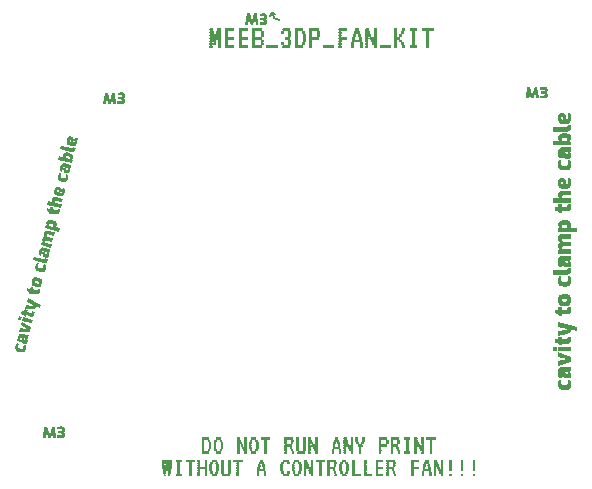
<source format=gto>
G04 Layer: TopSilkLayer*
G04 EasyEDA v6.4.2, 2020-07-29T20:00:14+08:00*
G04 a4d3a70eaac246dab60b55038e04b420,fed530592efb474aaabf7115e2e2b964,NaN*
G04 Gerber Generator version 0.2*
G04 Scale: 100 percent, Rotated: No, Reflected: No *
G04 Dimensions in millimeters *
G04 leading zeros omitted , absolute positions ,3 integer and 3 decimal *
%FSLAX33Y33*%
%MOMM*%
G90*
G71D02*

%ADD12C,0.200000*%

%LPD*%
G54D12*
G01X23026Y39575D02*
G01X22845Y39335D01*
G01X23026Y39575D02*
G01X23306Y39475D01*

%LPD*%
G36*
G01X44861Y33330D02*
G01X44624Y33330D01*
G01X44510Y32365D01*
G01X44754Y32365D01*
G01X44815Y32875D01*
G01X44939Y32365D01*
G01X45176Y32365D01*
G01X45303Y32886D01*
G01X45366Y32365D01*
G01X45610Y32365D01*
G01X45493Y33330D01*
G01X45259Y33330D01*
G01X45061Y32652D01*
G01X44861Y33330D01*
G37*

%LPD*%
G36*
G01X46080Y33338D02*
G01X46037Y33338D01*
G01X45993Y33337D01*
G01X45949Y33334D01*
G01X45905Y33330D01*
G01X45859Y33324D01*
G01X45812Y33318D01*
G01X45763Y33310D01*
G01X45712Y33302D01*
G01X45712Y33099D01*
G01X45978Y33099D01*
G01X46010Y33098D01*
G01X46036Y33095D01*
G01X46057Y33090D01*
G01X46072Y33084D01*
G01X46084Y33075D01*
G01X46093Y33062D01*
G01X46099Y33048D01*
G01X46100Y33030D01*
G01X46100Y33018D01*
G01X46099Y33004D01*
G01X46094Y32993D01*
G01X46086Y32984D01*
G01X46075Y32977D01*
G01X46062Y32971D01*
G01X46044Y32967D01*
G01X46023Y32963D01*
G01X45999Y32962D01*
G01X45778Y32947D01*
G01X45778Y32753D01*
G01X46009Y32741D01*
G01X46053Y32736D01*
G01X46085Y32723D01*
G01X46104Y32703D01*
G01X46110Y32675D01*
G01X46110Y32649D01*
G01X46109Y32635D01*
G01X46103Y32623D01*
G01X46095Y32614D01*
G01X46082Y32606D01*
G01X46067Y32602D01*
G01X46045Y32599D01*
G01X46017Y32596D01*
G01X45699Y32596D01*
G01X45699Y32393D01*
G01X45789Y32377D01*
G01X45882Y32366D01*
G01X45980Y32359D01*
G01X46082Y32357D01*
G01X46145Y32361D01*
G01X46200Y32373D01*
G01X46247Y32393D01*
G01X46288Y32421D01*
G01X46321Y32456D01*
G01X46343Y32497D01*
G01X46357Y32546D01*
G01X46362Y32601D01*
G01X46362Y32637D01*
G01X46360Y32676D01*
G01X46354Y32711D01*
G01X46344Y32744D01*
G01X46331Y32774D01*
G01X46314Y32799D01*
G01X46293Y32821D01*
G01X46268Y32837D01*
G01X46240Y32850D01*
G01X46267Y32862D01*
G01X46290Y32876D01*
G01X46309Y32893D01*
G01X46324Y32913D01*
G01X46335Y32938D01*
G01X46343Y32965D01*
G01X46348Y32995D01*
G01X46349Y33028D01*
G01X46349Y33094D01*
G01X46344Y33151D01*
G01X46331Y33201D01*
G01X46309Y33242D01*
G01X46278Y33277D01*
G01X46240Y33302D01*
G01X46194Y33321D01*
G01X46141Y33333D01*
G01X46080Y33338D01*
G37*

%LPD*%

%LPD*%
G36*
G01X3990Y4570D02*
G01X3754Y4570D01*
G01X3640Y3604D01*
G01X3884Y3604D01*
G01X3945Y4115D01*
G01X4070Y3604D01*
G01X4305Y3604D01*
G01X4432Y4125D01*
G01X4496Y3604D01*
G01X4740Y3604D01*
G01X4623Y4570D01*
G01X4389Y4570D01*
G01X4191Y3891D01*
G01X3990Y4570D01*
G37*

%LPD*%
G36*
G01X5210Y4577D02*
G01X5167Y4578D01*
G01X5123Y4577D01*
G01X5079Y4574D01*
G01X5034Y4570D01*
G01X4989Y4565D01*
G01X4942Y4558D01*
G01X4893Y4550D01*
G01X4841Y4542D01*
G01X4841Y4338D01*
G01X5140Y4338D01*
G01X5166Y4335D01*
G01X5187Y4330D01*
G01X5202Y4323D01*
G01X5214Y4315D01*
G01X5223Y4302D01*
G01X5228Y4288D01*
G01X5230Y4270D01*
G01X5230Y4257D01*
G01X5228Y4245D01*
G01X5224Y4233D01*
G01X5216Y4224D01*
G01X5205Y4217D01*
G01X5191Y4211D01*
G01X5174Y4206D01*
G01X5153Y4203D01*
G01X5129Y4201D01*
G01X4907Y4186D01*
G01X4907Y3993D01*
G01X5139Y3980D01*
G01X5183Y3975D01*
G01X5215Y3963D01*
G01X5234Y3942D01*
G01X5240Y3914D01*
G01X5240Y3889D01*
G01X5239Y3875D01*
G01X5234Y3863D01*
G01X5224Y3853D01*
G01X5212Y3846D01*
G01X5196Y3842D01*
G01X5175Y3838D01*
G01X5147Y3837D01*
G01X5113Y3836D01*
G01X4829Y3836D01*
G01X4829Y3632D01*
G01X4919Y3617D01*
G01X5013Y3606D01*
G01X5110Y3599D01*
G01X5212Y3597D01*
G01X5275Y3601D01*
G01X5330Y3613D01*
G01X5378Y3633D01*
G01X5418Y3660D01*
G01X5450Y3696D01*
G01X5473Y3738D01*
G01X5487Y3786D01*
G01X5492Y3841D01*
G01X5492Y3876D01*
G01X5490Y3915D01*
G01X5484Y3951D01*
G01X5475Y3984D01*
G01X5461Y4013D01*
G01X5444Y4039D01*
G01X5423Y4061D01*
G01X5399Y4077D01*
G01X5370Y4090D01*
G01X5397Y4101D01*
G01X5420Y4116D01*
G01X5439Y4133D01*
G01X5454Y4153D01*
G01X5465Y4177D01*
G01X5473Y4205D01*
G01X5477Y4235D01*
G01X5479Y4267D01*
G01X5479Y4333D01*
G01X5475Y4391D01*
G01X5461Y4440D01*
G01X5439Y4482D01*
G01X5408Y4516D01*
G01X5370Y4542D01*
G01X5324Y4561D01*
G01X5271Y4573D01*
G01X5210Y4577D01*
G37*

%LPD*%

%LPD*%
G36*
G01X21121Y39540D02*
G01X20885Y39540D01*
G01X20770Y38575D01*
G01X21014Y38575D01*
G01X21075Y39085D01*
G01X21199Y38575D01*
G01X21436Y38575D01*
G01X21563Y39095D01*
G01X21626Y38575D01*
G01X21870Y38575D01*
G01X21753Y39540D01*
G01X21520Y39540D01*
G01X21321Y38862D01*
G01X21121Y39540D01*
G37*

%LPD*%
G36*
G01X22340Y39547D02*
G01X22297Y39548D01*
G01X22253Y39547D01*
G01X22209Y39544D01*
G01X22165Y39540D01*
G01X22119Y39534D01*
G01X22072Y39528D01*
G01X21972Y39512D01*
G01X21972Y39309D01*
G01X22238Y39309D01*
G01X22270Y39308D01*
G01X22296Y39305D01*
G01X22317Y39300D01*
G01X22332Y39293D01*
G01X22345Y39284D01*
G01X22353Y39273D01*
G01X22358Y39258D01*
G01X22360Y39240D01*
G01X22360Y39227D01*
G01X22359Y39214D01*
G01X22354Y39203D01*
G01X22346Y39194D01*
G01X22335Y39187D01*
G01X22322Y39181D01*
G01X22304Y39177D01*
G01X22284Y39174D01*
G01X22259Y39172D01*
G01X22038Y39156D01*
G01X22038Y38963D01*
G01X22269Y38951D01*
G01X22313Y38945D01*
G01X22345Y38933D01*
G01X22364Y38912D01*
G01X22370Y38885D01*
G01X22370Y38859D01*
G01X22368Y38845D01*
G01X22363Y38833D01*
G01X22355Y38824D01*
G01X22342Y38816D01*
G01X22327Y38811D01*
G01X22305Y38808D01*
G01X22277Y38806D01*
G01X21959Y38806D01*
G01X21959Y38603D01*
G01X22049Y38587D01*
G01X22142Y38576D01*
G01X22240Y38569D01*
G01X22342Y38567D01*
G01X22405Y38571D01*
G01X22460Y38583D01*
G01X22508Y38603D01*
G01X22548Y38631D01*
G01X22580Y38666D01*
G01X22604Y38707D01*
G01X22617Y38755D01*
G01X22622Y38811D01*
G01X22622Y38846D01*
G01X22620Y38886D01*
G01X22614Y38921D01*
G01X22605Y38954D01*
G01X22591Y38984D01*
G01X22574Y39009D01*
G01X22553Y39031D01*
G01X22528Y39048D01*
G01X22500Y39060D01*
G01X22527Y39071D01*
G01X22550Y39086D01*
G01X22569Y39103D01*
G01X22584Y39123D01*
G01X22595Y39148D01*
G01X22603Y39175D01*
G01X22608Y39205D01*
G01X22609Y39238D01*
G01X22609Y39304D01*
G01X22605Y39361D01*
G01X22591Y39410D01*
G01X22569Y39452D01*
G01X22538Y39486D01*
G01X22500Y39512D01*
G01X22454Y39531D01*
G01X22401Y39543D01*
G01X22340Y39547D01*
G37*

%LPD*%

%LPD*%
G36*
G01X9091Y32850D02*
G01X8855Y32850D01*
G01X8740Y31885D01*
G01X8984Y31885D01*
G01X9045Y32395D01*
G01X9170Y31885D01*
G01X9406Y31885D01*
G01X9533Y32405D01*
G01X9596Y31885D01*
G01X9840Y31885D01*
G01X9723Y32850D01*
G01X9490Y32850D01*
G01X9291Y32172D01*
G01X9091Y32850D01*
G37*

%LPD*%
G36*
G01X10310Y32858D02*
G01X10266Y32858D01*
G01X10223Y32857D01*
G01X10179Y32854D01*
G01X10135Y32850D01*
G01X10089Y32844D01*
G01X10042Y32838D01*
G01X9993Y32830D01*
G01X9942Y32822D01*
G01X9942Y32619D01*
G01X10208Y32619D01*
G01X10240Y32618D01*
G01X10266Y32615D01*
G01X10287Y32610D01*
G01X10302Y32604D01*
G01X10315Y32594D01*
G01X10323Y32582D01*
G01X10328Y32568D01*
G01X10330Y32550D01*
G01X10330Y32538D01*
G01X10328Y32524D01*
G01X10324Y32513D01*
G01X10316Y32504D01*
G01X10305Y32497D01*
G01X10291Y32491D01*
G01X10274Y32487D01*
G01X10253Y32483D01*
G01X10229Y32482D01*
G01X10008Y32466D01*
G01X10008Y32273D01*
G01X10239Y32261D01*
G01X10283Y32256D01*
G01X10315Y32243D01*
G01X10334Y32223D01*
G01X10340Y32195D01*
G01X10340Y32169D01*
G01X10338Y32155D01*
G01X10333Y32143D01*
G01X10325Y32133D01*
G01X10313Y32126D01*
G01X10297Y32122D01*
G01X10275Y32118D01*
G01X10247Y32116D01*
G01X9929Y32116D01*
G01X9929Y31913D01*
G01X10018Y31897D01*
G01X10112Y31886D01*
G01X10210Y31879D01*
G01X10313Y31877D01*
G01X10375Y31881D01*
G01X10430Y31893D01*
G01X10478Y31913D01*
G01X10518Y31941D01*
G01X10550Y31976D01*
G01X10573Y32017D01*
G01X10587Y32066D01*
G01X10592Y32121D01*
G01X10592Y32157D01*
G01X10590Y32196D01*
G01X10584Y32231D01*
G01X10575Y32264D01*
G01X10561Y32294D01*
G01X10544Y32319D01*
G01X10523Y32340D01*
G01X10498Y32357D01*
G01X10470Y32370D01*
G01X10497Y32381D01*
G01X10520Y32396D01*
G01X10539Y32413D01*
G01X10554Y32433D01*
G01X10565Y32457D01*
G01X10573Y32485D01*
G01X10577Y32515D01*
G01X10579Y32548D01*
G01X10579Y32614D01*
G01X10575Y32671D01*
G01X10561Y32720D01*
G01X10539Y32762D01*
G01X10508Y32797D01*
G01X10470Y32822D01*
G01X10424Y32841D01*
G01X10371Y32853D01*
G01X10310Y32858D01*
G37*

%LPD*%

%LPD*%
G36*
G01X36876Y3664D02*
G01X36076Y3664D01*
G01X36072Y3644D01*
G01X36069Y3620D01*
G01X36067Y3594D01*
G01X36066Y3565D01*
G01X36067Y3537D01*
G01X36069Y3511D01*
G01X36072Y3487D01*
G01X36076Y3466D01*
G01X36376Y3466D01*
G01X36371Y3444D01*
G01X36368Y3420D01*
G01X36366Y3393D01*
G01X36366Y3337D01*
G01X36368Y3311D01*
G01X36371Y3287D01*
G01X36376Y3265D01*
G01X36371Y3243D01*
G01X36368Y3219D01*
G01X36366Y3192D01*
G01X36366Y3137D01*
G01X36368Y3111D01*
G01X36371Y3087D01*
G01X36376Y3064D01*
G01X36371Y3043D01*
G01X36368Y3019D01*
G01X36366Y2993D01*
G01X36366Y2937D01*
G01X36368Y2910D01*
G01X36371Y2886D01*
G01X36376Y2864D01*
G01X36371Y2843D01*
G01X36368Y2820D01*
G01X36366Y2794D01*
G01X36366Y2737D01*
G01X36368Y2711D01*
G01X36371Y2687D01*
G01X36376Y2666D01*
G01X36371Y2644D01*
G01X36368Y2620D01*
G01X36366Y2593D01*
G01X36366Y2537D01*
G01X36368Y2511D01*
G01X36371Y2487D01*
G01X36376Y2465D01*
G01X36371Y2444D01*
G01X36368Y2420D01*
G01X36366Y2394D01*
G01X36366Y2337D01*
G01X36368Y2311D01*
G01X36371Y2287D01*
G01X36376Y2264D01*
G01X36577Y2264D01*
G01X36580Y2287D01*
G01X36582Y2311D01*
G01X36584Y2337D01*
G01X36584Y2394D01*
G01X36582Y2420D01*
G01X36580Y2444D01*
G01X36577Y2465D01*
G01X36580Y2487D01*
G01X36582Y2511D01*
G01X36584Y2537D01*
G01X36584Y2593D01*
G01X36582Y2620D01*
G01X36580Y2644D01*
G01X36577Y2666D01*
G01X36580Y2687D01*
G01X36582Y2711D01*
G01X36584Y2737D01*
G01X36584Y2794D01*
G01X36582Y2820D01*
G01X36580Y2843D01*
G01X36577Y2864D01*
G01X36580Y2886D01*
G01X36582Y2910D01*
G01X36584Y2937D01*
G01X36584Y2993D01*
G01X36582Y3019D01*
G01X36580Y3043D01*
G01X36577Y3064D01*
G01X36580Y3087D01*
G01X36582Y3111D01*
G01X36584Y3137D01*
G01X36584Y3192D01*
G01X36582Y3219D01*
G01X36580Y3243D01*
G01X36577Y3265D01*
G01X36580Y3287D01*
G01X36582Y3311D01*
G01X36584Y3337D01*
G01X36584Y3393D01*
G01X36582Y3420D01*
G01X36580Y3444D01*
G01X36577Y3466D01*
G01X36876Y3466D01*
G01X36880Y3487D01*
G01X36884Y3511D01*
G01X36886Y3537D01*
G01X36887Y3565D01*
G01X36886Y3594D01*
G01X36884Y3620D01*
G01X36880Y3644D01*
G01X36876Y3664D01*
G37*

%LPD*%
G36*
G01X35324Y3664D02*
G01X35076Y3664D01*
G01X35071Y3644D01*
G01X35068Y3620D01*
G01X35066Y3594D01*
G01X35065Y3565D01*
G01X35066Y3537D01*
G01X35068Y3511D01*
G01X35071Y3487D01*
G01X35076Y3466D01*
G01X35071Y3444D01*
G01X35068Y3420D01*
G01X35066Y3393D01*
G01X35065Y3364D01*
G01X35066Y3337D01*
G01X35068Y3311D01*
G01X35071Y3287D01*
G01X35076Y3265D01*
G01X35071Y3243D01*
G01X35068Y3219D01*
G01X35066Y3192D01*
G01X35065Y3163D01*
G01X35066Y3137D01*
G01X35068Y3111D01*
G01X35071Y3087D01*
G01X35076Y3064D01*
G01X35071Y3043D01*
G01X35068Y3019D01*
G01X35066Y2993D01*
G01X35065Y2965D01*
G01X35066Y2937D01*
G01X35068Y2910D01*
G01X35071Y2886D01*
G01X35076Y2864D01*
G01X35071Y2843D01*
G01X35068Y2820D01*
G01X35066Y2794D01*
G01X35065Y2765D01*
G01X35066Y2737D01*
G01X35068Y2711D01*
G01X35071Y2687D01*
G01X35076Y2666D01*
G01X35071Y2644D01*
G01X35068Y2620D01*
G01X35066Y2593D01*
G01X35065Y2564D01*
G01X35066Y2537D01*
G01X35068Y2511D01*
G01X35071Y2487D01*
G01X35076Y2465D01*
G01X35071Y2444D01*
G01X35068Y2420D01*
G01X35066Y2394D01*
G01X35065Y2366D01*
G01X35066Y2337D01*
G01X35068Y2311D01*
G01X35071Y2287D01*
G01X35076Y2264D01*
G01X35276Y2264D01*
G01X35280Y2287D01*
G01X35284Y2311D01*
G01X35285Y2337D01*
G01X35286Y2366D01*
G01X35285Y2394D01*
G01X35284Y2420D01*
G01X35280Y2444D01*
G01X35276Y2465D01*
G01X35280Y2487D01*
G01X35284Y2511D01*
G01X35285Y2537D01*
G01X35286Y2564D01*
G01X35285Y2593D01*
G01X35284Y2620D01*
G01X35280Y2644D01*
G01X35276Y2666D01*
G01X35280Y2687D01*
G01X35284Y2711D01*
G01X35285Y2737D01*
G01X35286Y2765D01*
G01X35285Y2794D01*
G01X35284Y2820D01*
G01X35280Y2843D01*
G01X35276Y2864D01*
G01X35280Y2886D01*
G01X35284Y2910D01*
G01X35285Y2937D01*
G01X35286Y2965D01*
G01X35285Y2993D01*
G01X35284Y3019D01*
G01X35280Y3043D01*
G01X35276Y3064D01*
G01X35375Y3064D01*
G01X35371Y3043D01*
G01X35368Y3019D01*
G01X35366Y2993D01*
G01X35365Y2965D01*
G01X35366Y2937D01*
G01X35368Y2910D01*
G01X35371Y2886D01*
G01X35375Y2864D01*
G01X35474Y2864D01*
G01X35471Y2843D01*
G01X35468Y2820D01*
G01X35467Y2794D01*
G01X35467Y2737D01*
G01X35468Y2711D01*
G01X35471Y2687D01*
G01X35474Y2666D01*
G01X35550Y2666D01*
G01X35546Y2644D01*
G01X35543Y2620D01*
G01X35541Y2593D01*
G01X35540Y2564D01*
G01X35541Y2537D01*
G01X35543Y2511D01*
G01X35546Y2487D01*
G01X35550Y2465D01*
G01X35675Y2465D01*
G01X35670Y2444D01*
G01X35667Y2420D01*
G01X35665Y2394D01*
G01X35665Y2337D01*
G01X35667Y2311D01*
G01X35670Y2287D01*
G01X35675Y2264D01*
G01X35876Y2264D01*
G01X35880Y2287D01*
G01X35883Y2311D01*
G01X35885Y2337D01*
G01X35886Y2366D01*
G01X35885Y2394D01*
G01X35883Y2420D01*
G01X35880Y2444D01*
G01X35876Y2465D01*
G01X35880Y2487D01*
G01X35883Y2511D01*
G01X35885Y2537D01*
G01X35886Y2564D01*
G01X35885Y2593D01*
G01X35883Y2620D01*
G01X35880Y2644D01*
G01X35876Y2666D01*
G01X35880Y2687D01*
G01X35883Y2711D01*
G01X35885Y2737D01*
G01X35886Y2765D01*
G01X35885Y2794D01*
G01X35883Y2820D01*
G01X35880Y2843D01*
G01X35876Y2864D01*
G01X35880Y2886D01*
G01X35883Y2910D01*
G01X35885Y2937D01*
G01X35886Y2965D01*
G01X35885Y2993D01*
G01X35883Y3019D01*
G01X35880Y3043D01*
G01X35876Y3064D01*
G01X35880Y3087D01*
G01X35883Y3111D01*
G01X35885Y3137D01*
G01X35886Y3163D01*
G01X35885Y3192D01*
G01X35883Y3219D01*
G01X35880Y3243D01*
G01X35876Y3265D01*
G01X35880Y3287D01*
G01X35883Y3311D01*
G01X35885Y3337D01*
G01X35886Y3364D01*
G01X35885Y3393D01*
G01X35883Y3420D01*
G01X35880Y3444D01*
G01X35876Y3466D01*
G01X35880Y3487D01*
G01X35883Y3511D01*
G01X35885Y3537D01*
G01X35886Y3565D01*
G01X35885Y3594D01*
G01X35883Y3620D01*
G01X35880Y3644D01*
G01X35876Y3664D01*
G01X35675Y3664D01*
G01X35670Y3644D01*
G01X35667Y3620D01*
G01X35665Y3594D01*
G01X35665Y3537D01*
G01X35667Y3511D01*
G01X35670Y3487D01*
G01X35675Y3466D01*
G01X35670Y3444D01*
G01X35667Y3420D01*
G01X35665Y3393D01*
G01X35665Y3337D01*
G01X35667Y3311D01*
G01X35670Y3287D01*
G01X35675Y3265D01*
G01X35670Y3243D01*
G01X35667Y3219D01*
G01X35665Y3192D01*
G01X35665Y3137D01*
G01X35667Y3111D01*
G01X35670Y3087D01*
G01X35675Y3064D01*
G01X35670Y3043D01*
G01X35667Y3019D01*
G01X35665Y2993D01*
G01X35665Y2937D01*
G01X35667Y2910D01*
G01X35670Y2886D01*
G01X35675Y2864D01*
G01X35576Y2864D01*
G01X35580Y2886D01*
G01X35584Y2910D01*
G01X35585Y2937D01*
G01X35586Y2965D01*
G01X35585Y2993D01*
G01X35584Y3019D01*
G01X35580Y3043D01*
G01X35576Y3064D01*
G01X35474Y3064D01*
G01X35478Y3087D01*
G01X35482Y3111D01*
G01X35484Y3163D01*
G01X35483Y3192D01*
G01X35482Y3219D01*
G01X35478Y3243D01*
G01X35474Y3265D01*
G01X35401Y3265D01*
G01X35405Y3287D01*
G01X35408Y3311D01*
G01X35410Y3337D01*
G01X35411Y3364D01*
G01X35410Y3393D01*
G01X35408Y3420D01*
G01X35405Y3444D01*
G01X35401Y3466D01*
G01X35324Y3466D01*
G01X35329Y3487D01*
G01X35332Y3511D01*
G01X35334Y3537D01*
G01X35335Y3565D01*
G01X35334Y3594D01*
G01X35332Y3620D01*
G01X35329Y3644D01*
G01X35324Y3664D01*
G37*

%LPD*%
G36*
G01X34725Y3664D02*
G01X34225Y3664D01*
G01X34220Y3644D01*
G01X34217Y3620D01*
G01X34215Y3594D01*
G01X34214Y3565D01*
G01X34215Y3537D01*
G01X34217Y3511D01*
G01X34220Y3487D01*
G01X34225Y3466D01*
G01X34374Y3466D01*
G01X34370Y3444D01*
G01X34367Y3420D01*
G01X34365Y3393D01*
G01X34364Y3364D01*
G01X34365Y3337D01*
G01X34367Y3311D01*
G01X34370Y3287D01*
G01X34374Y3265D01*
G01X34370Y3243D01*
G01X34367Y3219D01*
G01X34365Y3192D01*
G01X34364Y3163D01*
G01X34365Y3137D01*
G01X34367Y3111D01*
G01X34370Y3087D01*
G01X34374Y3064D01*
G01X34370Y3043D01*
G01X34367Y3019D01*
G01X34365Y2993D01*
G01X34364Y2965D01*
G01X34365Y2937D01*
G01X34367Y2910D01*
G01X34370Y2886D01*
G01X34374Y2864D01*
G01X34370Y2843D01*
G01X34367Y2820D01*
G01X34365Y2794D01*
G01X34364Y2765D01*
G01X34365Y2737D01*
G01X34367Y2711D01*
G01X34370Y2687D01*
G01X34374Y2666D01*
G01X34370Y2644D01*
G01X34367Y2620D01*
G01X34365Y2593D01*
G01X34364Y2564D01*
G01X34365Y2537D01*
G01X34367Y2511D01*
G01X34370Y2487D01*
G01X34374Y2465D01*
G01X34225Y2465D01*
G01X34220Y2444D01*
G01X34217Y2420D01*
G01X34215Y2394D01*
G01X34214Y2366D01*
G01X34215Y2337D01*
G01X34217Y2311D01*
G01X34220Y2287D01*
G01X34225Y2264D01*
G01X34725Y2264D01*
G01X34729Y2287D01*
G01X34733Y2311D01*
G01X34734Y2337D01*
G01X34735Y2366D01*
G01X34734Y2394D01*
G01X34733Y2420D01*
G01X34729Y2444D01*
G01X34725Y2465D01*
G01X34575Y2465D01*
G01X34579Y2487D01*
G01X34583Y2511D01*
G01X34584Y2537D01*
G01X34585Y2564D01*
G01X34584Y2593D01*
G01X34583Y2620D01*
G01X34579Y2644D01*
G01X34575Y2666D01*
G01X34579Y2687D01*
G01X34583Y2711D01*
G01X34584Y2737D01*
G01X34585Y2765D01*
G01X34584Y2794D01*
G01X34583Y2820D01*
G01X34579Y2843D01*
G01X34575Y2864D01*
G01X34579Y2886D01*
G01X34583Y2910D01*
G01X34584Y2937D01*
G01X34585Y2965D01*
G01X34584Y2993D01*
G01X34583Y3019D01*
G01X34579Y3043D01*
G01X34575Y3064D01*
G01X34579Y3087D01*
G01X34583Y3111D01*
G01X34585Y3163D01*
G01X34584Y3192D01*
G01X34583Y3219D01*
G01X34579Y3243D01*
G01X34575Y3265D01*
G01X34579Y3287D01*
G01X34583Y3311D01*
G01X34584Y3337D01*
G01X34585Y3364D01*
G01X34584Y3393D01*
G01X34583Y3420D01*
G01X34579Y3444D01*
G01X34575Y3466D01*
G01X34725Y3466D01*
G01X34729Y3487D01*
G01X34733Y3511D01*
G01X34734Y3537D01*
G01X34735Y3565D01*
G01X34734Y3594D01*
G01X34733Y3620D01*
G01X34729Y3644D01*
G01X34725Y3664D01*
G37*

%LPD*%
G36*
G01X33775Y3664D02*
G01X33077Y3664D01*
G01X33072Y3644D01*
G01X33069Y3620D01*
G01X33067Y3594D01*
G01X33066Y3565D01*
G01X33067Y3537D01*
G01X33069Y3511D01*
G01X33072Y3487D01*
G01X33077Y3466D01*
G01X33072Y3444D01*
G01X33069Y3420D01*
G01X33067Y3393D01*
G01X33066Y3364D01*
G01X33067Y3337D01*
G01X33069Y3311D01*
G01X33072Y3287D01*
G01X33077Y3265D01*
G01X33072Y3243D01*
G01X33069Y3219D01*
G01X33067Y3192D01*
G01X33066Y3163D01*
G01X33067Y3137D01*
G01X33069Y3111D01*
G01X33072Y3087D01*
G01X33077Y3064D01*
G01X33072Y3043D01*
G01X33069Y3019D01*
G01X33067Y2993D01*
G01X33066Y2965D01*
G01X33067Y2937D01*
G01X33069Y2910D01*
G01X33072Y2886D01*
G01X33077Y2864D01*
G01X33072Y2843D01*
G01X33069Y2820D01*
G01X33067Y2794D01*
G01X33066Y2765D01*
G01X33067Y2737D01*
G01X33069Y2711D01*
G01X33072Y2687D01*
G01X33077Y2666D01*
G01X33072Y2644D01*
G01X33069Y2620D01*
G01X33067Y2593D01*
G01X33066Y2564D01*
G01X33067Y2537D01*
G01X33069Y2511D01*
G01X33072Y2487D01*
G01X33077Y2465D01*
G01X33072Y2444D01*
G01X33069Y2420D01*
G01X33067Y2394D01*
G01X33066Y2366D01*
G01X33067Y2337D01*
G01X33069Y2311D01*
G01X33072Y2287D01*
G01X33077Y2264D01*
G01X33275Y2264D01*
G01X33279Y2287D01*
G01X33282Y2311D01*
G01X33284Y2337D01*
G01X33285Y2366D01*
G01X33284Y2394D01*
G01X33282Y2420D01*
G01X33279Y2444D01*
G01X33275Y2465D01*
G01X33279Y2487D01*
G01X33282Y2511D01*
G01X33284Y2537D01*
G01X33285Y2564D01*
G01X33284Y2593D01*
G01X33282Y2620D01*
G01X33279Y2644D01*
G01X33275Y2666D01*
G01X33279Y2687D01*
G01X33282Y2711D01*
G01X33284Y2737D01*
G01X33285Y2765D01*
G01X33284Y2794D01*
G01X33282Y2820D01*
G01X33279Y2843D01*
G01X33275Y2864D01*
G01X33526Y2864D01*
G01X33522Y2843D01*
G01X33518Y2820D01*
G01X33516Y2794D01*
G01X33516Y2737D01*
G01X33518Y2711D01*
G01X33522Y2687D01*
G01X33526Y2666D01*
G01X33600Y2666D01*
G01X33595Y2644D01*
G01X33592Y2620D01*
G01X33590Y2593D01*
G01X33590Y2537D01*
G01X33592Y2511D01*
G01X33595Y2487D01*
G01X33600Y2465D01*
G01X33676Y2465D01*
G01X33671Y2444D01*
G01X33668Y2420D01*
G01X33666Y2394D01*
G01X33666Y2337D01*
G01X33668Y2311D01*
G01X33671Y2287D01*
G01X33676Y2264D01*
G01X33877Y2264D01*
G01X33880Y2287D01*
G01X33882Y2311D01*
G01X33884Y2337D01*
G01X33884Y2394D01*
G01X33882Y2420D01*
G01X33880Y2444D01*
G01X33877Y2465D01*
G01X33800Y2465D01*
G01X33805Y2487D01*
G01X33808Y2511D01*
G01X33810Y2537D01*
G01X33811Y2564D01*
G01X33810Y2593D01*
G01X33808Y2620D01*
G01X33805Y2644D01*
G01X33800Y2666D01*
G01X33724Y2666D01*
G01X33728Y2687D01*
G01X33732Y2711D01*
G01X33733Y2737D01*
G01X33734Y2765D01*
G01X33733Y2794D01*
G01X33732Y2820D01*
G01X33728Y2843D01*
G01X33724Y2864D01*
G01X33676Y2864D01*
G01X33680Y2886D01*
G01X33684Y2910D01*
G01X33685Y2937D01*
G01X33686Y2965D01*
G01X33685Y2993D01*
G01X33684Y3019D01*
G01X33680Y3043D01*
G01X33676Y3064D01*
G01X33826Y3064D01*
G01X33830Y3087D01*
G01X33833Y3111D01*
G01X33835Y3137D01*
G01X33836Y3163D01*
G01X33835Y3192D01*
G01X33833Y3219D01*
G01X33830Y3243D01*
G01X33826Y3265D01*
G01X33877Y3265D01*
G01X33880Y3287D01*
G01X33882Y3311D01*
G01X33884Y3337D01*
G01X33884Y3393D01*
G01X33882Y3420D01*
G01X33880Y3444D01*
G01X33877Y3466D01*
G01X33775Y3466D01*
G01X33779Y3487D01*
G01X33783Y3511D01*
G01X33784Y3537D01*
G01X33785Y3565D01*
G01X33784Y3594D01*
G01X33783Y3620D01*
G01X33779Y3644D01*
G01X33775Y3664D01*
G37*

%LPC*%
G36*
G01X33625Y3466D02*
G01X33275Y3466D01*
G01X33279Y3444D01*
G01X33282Y3420D01*
G01X33284Y3393D01*
G01X33285Y3364D01*
G01X33284Y3337D01*
G01X33282Y3311D01*
G01X33279Y3287D01*
G01X33275Y3265D01*
G01X33279Y3243D01*
G01X33282Y3219D01*
G01X33284Y3192D01*
G01X33285Y3163D01*
G01X33284Y3137D01*
G01X33282Y3111D01*
G01X33279Y3087D01*
G01X33275Y3064D01*
G01X33625Y3064D01*
G01X33621Y3087D01*
G01X33618Y3111D01*
G01X33616Y3137D01*
G01X33615Y3163D01*
G01X33616Y3192D01*
G01X33618Y3219D01*
G01X33621Y3243D01*
G01X33625Y3265D01*
G01X33621Y3287D01*
G01X33618Y3311D01*
G01X33616Y3337D01*
G01X33615Y3364D01*
G01X33616Y3393D01*
G01X33618Y3420D01*
G01X33621Y3444D01*
G01X33625Y3466D01*
G37*

%LPD*%
G36*
G01X32774Y3664D02*
G01X32076Y3664D01*
G01X32071Y3644D01*
G01X32068Y3620D01*
G01X32066Y3594D01*
G01X32066Y3537D01*
G01X32068Y3511D01*
G01X32071Y3487D01*
G01X32076Y3466D01*
G01X32071Y3444D01*
G01X32068Y3420D01*
G01X32066Y3393D01*
G01X32066Y3337D01*
G01X32068Y3311D01*
G01X32071Y3287D01*
G01X32076Y3265D01*
G01X32071Y3243D01*
G01X32068Y3219D01*
G01X32066Y3192D01*
G01X32066Y3137D01*
G01X32068Y3111D01*
G01X32071Y3087D01*
G01X32076Y3064D01*
G01X32071Y3043D01*
G01X32068Y3019D01*
G01X32066Y2993D01*
G01X32066Y2937D01*
G01X32068Y2910D01*
G01X32071Y2886D01*
G01X32076Y2864D01*
G01X32071Y2843D01*
G01X32068Y2820D01*
G01X32066Y2794D01*
G01X32066Y2737D01*
G01X32068Y2711D01*
G01X32071Y2687D01*
G01X32076Y2666D01*
G01X32071Y2644D01*
G01X32068Y2620D01*
G01X32066Y2593D01*
G01X32066Y2537D01*
G01X32068Y2511D01*
G01X32071Y2487D01*
G01X32076Y2465D01*
G01X32071Y2444D01*
G01X32068Y2420D01*
G01X32066Y2394D01*
G01X32066Y2337D01*
G01X32068Y2311D01*
G01X32071Y2287D01*
G01X32076Y2264D01*
G01X32276Y2264D01*
G01X32281Y2287D01*
G01X32284Y2311D01*
G01X32286Y2337D01*
G01X32287Y2366D01*
G01X32286Y2394D01*
G01X32284Y2420D01*
G01X32281Y2444D01*
G01X32276Y2465D01*
G01X32281Y2487D01*
G01X32284Y2511D01*
G01X32286Y2537D01*
G01X32287Y2564D01*
G01X32286Y2593D01*
G01X32284Y2620D01*
G01X32281Y2644D01*
G01X32276Y2666D01*
G01X32281Y2687D01*
G01X32284Y2711D01*
G01X32286Y2737D01*
G01X32287Y2765D01*
G01X32286Y2794D01*
G01X32284Y2820D01*
G01X32281Y2843D01*
G01X32276Y2864D01*
G01X32774Y2864D01*
G01X32778Y2886D01*
G01X32782Y2910D01*
G01X32783Y2937D01*
G01X32784Y2965D01*
G01X32783Y2993D01*
G01X32782Y3019D01*
G01X32778Y3043D01*
G01X32774Y3064D01*
G01X32876Y3064D01*
G01X32880Y3087D01*
G01X32883Y3111D01*
G01X32885Y3137D01*
G01X32886Y3163D01*
G01X32885Y3192D01*
G01X32883Y3219D01*
G01X32880Y3243D01*
G01X32876Y3265D01*
G01X32880Y3287D01*
G01X32883Y3311D01*
G01X32885Y3337D01*
G01X32886Y3364D01*
G01X32885Y3393D01*
G01X32883Y3420D01*
G01X32880Y3444D01*
G01X32876Y3466D01*
G01X32774Y3466D01*
G01X32778Y3487D01*
G01X32782Y3511D01*
G01X32783Y3537D01*
G01X32784Y3565D01*
G01X32783Y3594D01*
G01X32782Y3620D01*
G01X32778Y3644D01*
G01X32774Y3664D01*
G37*

%LPC*%
G36*
G01X32675Y3466D02*
G01X32276Y3466D01*
G01X32281Y3444D01*
G01X32284Y3420D01*
G01X32286Y3393D01*
G01X32287Y3364D01*
G01X32286Y3337D01*
G01X32284Y3311D01*
G01X32281Y3287D01*
G01X32276Y3265D01*
G01X32281Y3243D01*
G01X32284Y3219D01*
G01X32286Y3192D01*
G01X32287Y3163D01*
G01X32286Y3137D01*
G01X32284Y3111D01*
G01X32281Y3087D01*
G01X32276Y3064D01*
G01X32675Y3064D01*
G01X32671Y3087D01*
G01X32668Y3111D01*
G01X32666Y3137D01*
G01X32665Y3163D01*
G01X32666Y3192D01*
G01X32668Y3219D01*
G01X32671Y3243D01*
G01X32675Y3265D01*
G01X32671Y3287D01*
G01X32668Y3311D01*
G01X32666Y3337D01*
G01X32665Y3364D01*
G01X32666Y3393D01*
G01X32668Y3420D01*
G01X32671Y3444D01*
G01X32675Y3466D01*
G37*

%LPD*%
G36*
G01X30275Y3664D02*
G01X30074Y3664D01*
G01X30071Y3644D01*
G01X30068Y3620D01*
G01X30067Y3594D01*
G01X30067Y3537D01*
G01X30068Y3511D01*
G01X30071Y3487D01*
G01X30074Y3466D01*
G01X30071Y3444D01*
G01X30068Y3420D01*
G01X30067Y3393D01*
G01X30067Y3337D01*
G01X30068Y3311D01*
G01X30071Y3287D01*
G01X30074Y3265D01*
G01X30176Y3265D01*
G01X30171Y3243D01*
G01X30168Y3219D01*
G01X30166Y3192D01*
G01X30166Y3137D01*
G01X30168Y3111D01*
G01X30171Y3087D01*
G01X30176Y3064D01*
G01X30275Y3064D01*
G01X30270Y3043D01*
G01X30267Y3019D01*
G01X30265Y2993D01*
G01X30265Y2937D01*
G01X30267Y2910D01*
G01X30270Y2886D01*
G01X30275Y2864D01*
G01X30377Y2864D01*
G01X30372Y2843D01*
G01X30369Y2820D01*
G01X30367Y2794D01*
G01X30366Y2765D01*
G01X30367Y2737D01*
G01X30369Y2711D01*
G01X30372Y2687D01*
G01X30377Y2666D01*
G01X30372Y2644D01*
G01X30369Y2620D01*
G01X30367Y2593D01*
G01X30366Y2564D01*
G01X30367Y2537D01*
G01X30369Y2511D01*
G01X30372Y2487D01*
G01X30377Y2465D01*
G01X30372Y2444D01*
G01X30369Y2420D01*
G01X30367Y2394D01*
G01X30366Y2366D01*
G01X30367Y2337D01*
G01X30369Y2311D01*
G01X30372Y2287D01*
G01X30377Y2264D01*
G01X30575Y2264D01*
G01X30579Y2287D01*
G01X30582Y2311D01*
G01X30584Y2337D01*
G01X30585Y2366D01*
G01X30584Y2394D01*
G01X30582Y2420D01*
G01X30579Y2444D01*
G01X30575Y2465D01*
G01X30579Y2487D01*
G01X30582Y2511D01*
G01X30584Y2537D01*
G01X30585Y2564D01*
G01X30584Y2593D01*
G01X30582Y2620D01*
G01X30579Y2644D01*
G01X30575Y2666D01*
G01X30579Y2687D01*
G01X30582Y2711D01*
G01X30584Y2737D01*
G01X30585Y2765D01*
G01X30584Y2794D01*
G01X30582Y2820D01*
G01X30579Y2843D01*
G01X30575Y2864D01*
G01X30676Y2864D01*
G01X30680Y2886D01*
G01X30684Y2910D01*
G01X30685Y2937D01*
G01X30686Y2965D01*
G01X30685Y2993D01*
G01X30684Y3019D01*
G01X30680Y3043D01*
G01X30676Y3064D01*
G01X30775Y3064D01*
G01X30779Y3087D01*
G01X30783Y3111D01*
G01X30785Y3163D01*
G01X30784Y3192D01*
G01X30783Y3219D01*
G01X30779Y3243D01*
G01X30775Y3265D01*
G01X30874Y3265D01*
G01X30878Y3287D01*
G01X30882Y3311D01*
G01X30884Y3337D01*
G01X30885Y3364D01*
G01X30884Y3393D01*
G01X30882Y3420D01*
G01X30878Y3444D01*
G01X30874Y3466D01*
G01X30878Y3487D01*
G01X30882Y3511D01*
G01X30884Y3537D01*
G01X30885Y3565D01*
G01X30884Y3594D01*
G01X30882Y3620D01*
G01X30878Y3644D01*
G01X30874Y3664D01*
G01X30676Y3664D01*
G01X30672Y3644D01*
G01X30669Y3620D01*
G01X30667Y3594D01*
G01X30666Y3565D01*
G01X30667Y3537D01*
G01X30669Y3511D01*
G01X30672Y3487D01*
G01X30676Y3466D01*
G01X30672Y3444D01*
G01X30669Y3420D01*
G01X30667Y3393D01*
G01X30666Y3364D01*
G01X30667Y3337D01*
G01X30669Y3311D01*
G01X30672Y3287D01*
G01X30676Y3265D01*
G01X30575Y3265D01*
G01X30570Y3243D01*
G01X30567Y3219D01*
G01X30565Y3192D01*
G01X30564Y3163D01*
G01X30565Y3137D01*
G01X30567Y3111D01*
G01X30570Y3087D01*
G01X30575Y3064D01*
G01X30377Y3064D01*
G01X30381Y3087D01*
G01X30384Y3111D01*
G01X30386Y3137D01*
G01X30387Y3163D01*
G01X30386Y3192D01*
G01X30384Y3219D01*
G01X30381Y3243D01*
G01X30377Y3265D01*
G01X30275Y3265D01*
G01X30279Y3287D01*
G01X30283Y3311D01*
G01X30284Y3337D01*
G01X30285Y3364D01*
G01X30284Y3393D01*
G01X30283Y3420D01*
G01X30279Y3444D01*
G01X30275Y3466D01*
G01X30279Y3487D01*
G01X30283Y3511D01*
G01X30284Y3537D01*
G01X30285Y3565D01*
G01X30284Y3594D01*
G01X30283Y3620D01*
G01X30279Y3644D01*
G01X30275Y3664D01*
G37*

%LPD*%
G36*
G01X29325Y3664D02*
G01X29076Y3664D01*
G01X29071Y3644D01*
G01X29068Y3620D01*
G01X29066Y3594D01*
G01X29066Y3537D01*
G01X29068Y3511D01*
G01X29071Y3487D01*
G01X29076Y3466D01*
G01X29071Y3444D01*
G01X29068Y3420D01*
G01X29066Y3393D01*
G01X29066Y3337D01*
G01X29068Y3311D01*
G01X29071Y3287D01*
G01X29076Y3265D01*
G01X29071Y3243D01*
G01X29068Y3219D01*
G01X29066Y3192D01*
G01X29066Y3137D01*
G01X29068Y3111D01*
G01X29071Y3087D01*
G01X29076Y3064D01*
G01X29071Y3043D01*
G01X29068Y3019D01*
G01X29066Y2993D01*
G01X29066Y2937D01*
G01X29068Y2910D01*
G01X29071Y2886D01*
G01X29076Y2864D01*
G01X29071Y2843D01*
G01X29068Y2820D01*
G01X29066Y2794D01*
G01X29066Y2737D01*
G01X29068Y2711D01*
G01X29071Y2687D01*
G01X29076Y2666D01*
G01X29071Y2644D01*
G01X29068Y2620D01*
G01X29066Y2593D01*
G01X29066Y2537D01*
G01X29068Y2511D01*
G01X29071Y2487D01*
G01X29076Y2465D01*
G01X29071Y2444D01*
G01X29068Y2420D01*
G01X29066Y2394D01*
G01X29066Y2337D01*
G01X29068Y2311D01*
G01X29071Y2287D01*
G01X29076Y2264D01*
G01X29274Y2264D01*
G01X29278Y2287D01*
G01X29282Y2311D01*
G01X29283Y2337D01*
G01X29284Y2366D01*
G01X29283Y2394D01*
G01X29282Y2420D01*
G01X29278Y2444D01*
G01X29274Y2465D01*
G01X29278Y2487D01*
G01X29282Y2511D01*
G01X29283Y2537D01*
G01X29284Y2564D01*
G01X29283Y2593D01*
G01X29282Y2620D01*
G01X29278Y2644D01*
G01X29274Y2666D01*
G01X29278Y2687D01*
G01X29282Y2711D01*
G01X29283Y2737D01*
G01X29284Y2765D01*
G01X29283Y2794D01*
G01X29282Y2820D01*
G01X29278Y2843D01*
G01X29274Y2864D01*
G01X29278Y2886D01*
G01X29282Y2910D01*
G01X29283Y2937D01*
G01X29284Y2965D01*
G01X29283Y2993D01*
G01X29282Y3019D01*
G01X29278Y3043D01*
G01X29274Y3064D01*
G01X29376Y3064D01*
G01X29371Y3043D01*
G01X29368Y3019D01*
G01X29366Y2993D01*
G01X29366Y2937D01*
G01X29368Y2910D01*
G01X29371Y2886D01*
G01X29376Y2864D01*
G01X29475Y2864D01*
G01X29470Y2843D01*
G01X29467Y2820D01*
G01X29465Y2794D01*
G01X29465Y2737D01*
G01X29467Y2711D01*
G01X29470Y2687D01*
G01X29475Y2666D01*
G01X29551Y2666D01*
G01X29546Y2644D01*
G01X29543Y2620D01*
G01X29541Y2593D01*
G01X29541Y2537D01*
G01X29543Y2511D01*
G01X29546Y2487D01*
G01X29551Y2465D01*
G01X29675Y2465D01*
G01X29671Y2444D01*
G01X29668Y2420D01*
G01X29666Y2394D01*
G01X29665Y2366D01*
G01X29666Y2337D01*
G01X29668Y2311D01*
G01X29671Y2287D01*
G01X29675Y2264D01*
G01X29876Y2264D01*
G01X29880Y2287D01*
G01X29884Y2311D01*
G01X29885Y2337D01*
G01X29886Y2366D01*
G01X29885Y2394D01*
G01X29884Y2420D01*
G01X29880Y2444D01*
G01X29876Y2465D01*
G01X29880Y2487D01*
G01X29884Y2511D01*
G01X29885Y2537D01*
G01X29886Y2564D01*
G01X29885Y2593D01*
G01X29884Y2620D01*
G01X29880Y2644D01*
G01X29876Y2666D01*
G01X29880Y2687D01*
G01X29884Y2711D01*
G01X29885Y2737D01*
G01X29886Y2765D01*
G01X29885Y2794D01*
G01X29884Y2820D01*
G01X29880Y2843D01*
G01X29876Y2864D01*
G01X29880Y2886D01*
G01X29884Y2910D01*
G01X29885Y2937D01*
G01X29886Y2965D01*
G01X29885Y2993D01*
G01X29884Y3019D01*
G01X29880Y3043D01*
G01X29876Y3064D01*
G01X29880Y3087D01*
G01X29884Y3111D01*
G01X29886Y3163D01*
G01X29885Y3192D01*
G01X29884Y3219D01*
G01X29880Y3243D01*
G01X29876Y3265D01*
G01X29880Y3287D01*
G01X29884Y3311D01*
G01X29885Y3337D01*
G01X29886Y3364D01*
G01X29885Y3393D01*
G01X29884Y3420D01*
G01X29880Y3444D01*
G01X29876Y3466D01*
G01X29880Y3487D01*
G01X29884Y3511D01*
G01X29885Y3537D01*
G01X29886Y3565D01*
G01X29885Y3594D01*
G01X29884Y3620D01*
G01X29880Y3644D01*
G01X29876Y3664D01*
G01X29675Y3664D01*
G01X29671Y3644D01*
G01X29668Y3620D01*
G01X29666Y3594D01*
G01X29665Y3565D01*
G01X29666Y3537D01*
G01X29668Y3511D01*
G01X29671Y3487D01*
G01X29675Y3466D01*
G01X29671Y3444D01*
G01X29668Y3420D01*
G01X29666Y3393D01*
G01X29665Y3364D01*
G01X29666Y3337D01*
G01X29668Y3311D01*
G01X29671Y3287D01*
G01X29675Y3265D01*
G01X29671Y3243D01*
G01X29668Y3219D01*
G01X29666Y3192D01*
G01X29665Y3163D01*
G01X29666Y3137D01*
G01X29668Y3111D01*
G01X29671Y3087D01*
G01X29675Y3064D01*
G01X29671Y3043D01*
G01X29668Y3019D01*
G01X29666Y2993D01*
G01X29665Y2965D01*
G01X29666Y2937D01*
G01X29668Y2910D01*
G01X29671Y2886D01*
G01X29675Y2864D01*
G01X29576Y2864D01*
G01X29580Y2886D01*
G01X29584Y2910D01*
G01X29586Y2937D01*
G01X29587Y2965D01*
G01X29586Y2993D01*
G01X29584Y3019D01*
G01X29580Y3043D01*
G01X29576Y3064D01*
G01X29475Y3064D01*
G01X29479Y3087D01*
G01X29482Y3111D01*
G01X29484Y3137D01*
G01X29485Y3163D01*
G01X29484Y3192D01*
G01X29482Y3219D01*
G01X29479Y3243D01*
G01X29475Y3265D01*
G01X29401Y3265D01*
G01X29405Y3287D01*
G01X29409Y3311D01*
G01X29410Y3337D01*
G01X29411Y3364D01*
G01X29410Y3393D01*
G01X29409Y3420D01*
G01X29405Y3444D01*
G01X29401Y3466D01*
G01X29325Y3466D01*
G01X29329Y3487D01*
G01X29333Y3511D01*
G01X29334Y3537D01*
G01X29335Y3565D01*
G01X29334Y3594D01*
G01X29333Y3620D01*
G01X29329Y3644D01*
G01X29325Y3664D01*
G37*

%LPD*%
G36*
G01X28626Y3664D02*
G01X28324Y3664D01*
G01X28321Y3644D01*
G01X28318Y3620D01*
G01X28317Y3594D01*
G01X28317Y3537D01*
G01X28318Y3511D01*
G01X28321Y3487D01*
G01X28324Y3466D01*
G01X28276Y3466D01*
G01X28271Y3444D01*
G01X28268Y3420D01*
G01X28266Y3393D01*
G01X28266Y3337D01*
G01X28268Y3311D01*
G01X28271Y3287D01*
G01X28276Y3265D01*
G01X28200Y3265D01*
G01X28195Y3243D01*
G01X28192Y3219D01*
G01X28190Y3192D01*
G01X28190Y3137D01*
G01X28192Y3111D01*
G01X28195Y3087D01*
G01X28200Y3064D01*
G01X28151Y3064D01*
G01X28147Y3043D01*
G01X28144Y3019D01*
G01X28142Y2993D01*
G01X28141Y2965D01*
G01X28142Y2937D01*
G01X28144Y2910D01*
G01X28147Y2886D01*
G01X28151Y2864D01*
G01X28147Y2843D01*
G01X28144Y2820D01*
G01X28142Y2794D01*
G01X28141Y2765D01*
G01X28142Y2737D01*
G01X28144Y2711D01*
G01X28147Y2687D01*
G01X28151Y2666D01*
G01X28075Y2666D01*
G01X28071Y2644D01*
G01X28068Y2620D01*
G01X28066Y2593D01*
G01X28065Y2564D01*
G01X28066Y2537D01*
G01X28068Y2511D01*
G01X28071Y2487D01*
G01X28075Y2465D01*
G01X28071Y2444D01*
G01X28068Y2420D01*
G01X28066Y2394D01*
G01X28065Y2366D01*
G01X28066Y2337D01*
G01X28068Y2311D01*
G01X28071Y2287D01*
G01X28075Y2264D01*
G01X28276Y2264D01*
G01X28280Y2287D01*
G01X28284Y2311D01*
G01X28285Y2337D01*
G01X28286Y2366D01*
G01X28285Y2394D01*
G01X28284Y2420D01*
G01X28280Y2444D01*
G01X28276Y2465D01*
G01X28280Y2487D01*
G01X28284Y2511D01*
G01X28285Y2537D01*
G01X28286Y2564D01*
G01X28285Y2593D01*
G01X28284Y2620D01*
G01X28280Y2644D01*
G01X28276Y2666D01*
G01X28675Y2666D01*
G01X28670Y2644D01*
G01X28667Y2620D01*
G01X28665Y2593D01*
G01X28665Y2537D01*
G01X28667Y2511D01*
G01X28670Y2487D01*
G01X28675Y2465D01*
G01X28670Y2444D01*
G01X28667Y2420D01*
G01X28665Y2394D01*
G01X28665Y2337D01*
G01X28667Y2311D01*
G01X28670Y2287D01*
G01X28675Y2264D01*
G01X28875Y2264D01*
G01X28879Y2287D01*
G01X28883Y2311D01*
G01X28885Y2337D01*
G01X28886Y2366D01*
G01X28885Y2394D01*
G01X28883Y2420D01*
G01X28879Y2444D01*
G01X28875Y2465D01*
G01X28879Y2487D01*
G01X28883Y2511D01*
G01X28885Y2537D01*
G01X28886Y2564D01*
G01X28885Y2593D01*
G01X28883Y2620D01*
G01X28879Y2644D01*
G01X28875Y2666D01*
G01X28799Y2666D01*
G01X28803Y2687D01*
G01X28807Y2711D01*
G01X28808Y2737D01*
G01X28809Y2765D01*
G01X28808Y2794D01*
G01X28807Y2820D01*
G01X28803Y2843D01*
G01X28799Y2864D01*
G01X28803Y2886D01*
G01X28807Y2910D01*
G01X28808Y2937D01*
G01X28809Y2965D01*
G01X28808Y2993D01*
G01X28807Y3019D01*
G01X28803Y3043D01*
G01X28799Y3064D01*
G01X28751Y3064D01*
G01X28755Y3087D01*
G01X28759Y3111D01*
G01X28761Y3163D01*
G01X28760Y3192D01*
G01X28759Y3219D01*
G01X28755Y3243D01*
G01X28751Y3265D01*
G01X28675Y3265D01*
G01X28679Y3287D01*
G01X28682Y3311D01*
G01X28684Y3337D01*
G01X28685Y3364D01*
G01X28684Y3393D01*
G01X28682Y3420D01*
G01X28679Y3444D01*
G01X28675Y3466D01*
G01X28626Y3466D01*
G01X28631Y3487D01*
G01X28634Y3511D01*
G01X28636Y3537D01*
G01X28637Y3565D01*
G01X28636Y3594D01*
G01X28634Y3620D01*
G01X28631Y3644D01*
G01X28626Y3664D01*
G37*

%LPC*%
G36*
G01X28550Y3265D02*
G01X28400Y3265D01*
G01X28404Y3243D01*
G01X28408Y3219D01*
G01X28410Y3192D01*
G01X28411Y3163D01*
G01X28410Y3137D01*
G01X28408Y3111D01*
G01X28404Y3087D01*
G01X28400Y3064D01*
G01X28350Y3064D01*
G01X28354Y3043D01*
G01X28357Y3019D01*
G01X28359Y2993D01*
G01X28360Y2965D01*
G01X28359Y2937D01*
G01X28357Y2910D01*
G01X28354Y2886D01*
G01X28350Y2864D01*
G01X28601Y2864D01*
G01X28596Y2886D01*
G01X28593Y2910D01*
G01X28591Y2937D01*
G01X28591Y2993D01*
G01X28593Y3019D01*
G01X28596Y3043D01*
G01X28601Y3064D01*
G01X28550Y3064D01*
G01X28546Y3087D01*
G01X28543Y3111D01*
G01X28541Y3137D01*
G01X28540Y3163D01*
G01X28541Y3192D01*
G01X28543Y3219D01*
G01X28546Y3243D01*
G01X28550Y3265D01*
G37*

%LPD*%
G36*
G01X26325Y3664D02*
G01X26076Y3664D01*
G01X26072Y3644D01*
G01X26069Y3620D01*
G01X26067Y3594D01*
G01X26066Y3565D01*
G01X26067Y3537D01*
G01X26069Y3511D01*
G01X26072Y3487D01*
G01X26076Y3466D01*
G01X26072Y3444D01*
G01X26069Y3420D01*
G01X26067Y3393D01*
G01X26066Y3364D01*
G01X26067Y3337D01*
G01X26069Y3311D01*
G01X26072Y3287D01*
G01X26076Y3265D01*
G01X26072Y3243D01*
G01X26069Y3219D01*
G01X26067Y3192D01*
G01X26066Y3163D01*
G01X26067Y3137D01*
G01X26069Y3111D01*
G01X26072Y3087D01*
G01X26076Y3064D01*
G01X26072Y3043D01*
G01X26069Y3019D01*
G01X26067Y2993D01*
G01X26066Y2965D01*
G01X26067Y2937D01*
G01X26069Y2910D01*
G01X26072Y2886D01*
G01X26076Y2864D01*
G01X26072Y2843D01*
G01X26069Y2820D01*
G01X26067Y2794D01*
G01X26066Y2765D01*
G01X26067Y2737D01*
G01X26069Y2711D01*
G01X26072Y2687D01*
G01X26076Y2666D01*
G01X26072Y2644D01*
G01X26069Y2620D01*
G01X26067Y2593D01*
G01X26066Y2564D01*
G01X26067Y2537D01*
G01X26069Y2511D01*
G01X26072Y2487D01*
G01X26076Y2465D01*
G01X26072Y2444D01*
G01X26069Y2420D01*
G01X26067Y2394D01*
G01X26066Y2366D01*
G01X26067Y2337D01*
G01X26069Y2311D01*
G01X26072Y2287D01*
G01X26076Y2264D01*
G01X26274Y2264D01*
G01X26278Y2287D01*
G01X26282Y2311D01*
G01X26284Y2337D01*
G01X26285Y2366D01*
G01X26284Y2394D01*
G01X26282Y2420D01*
G01X26278Y2444D01*
G01X26274Y2465D01*
G01X26278Y2487D01*
G01X26282Y2511D01*
G01X26284Y2537D01*
G01X26285Y2564D01*
G01X26284Y2593D01*
G01X26282Y2620D01*
G01X26278Y2644D01*
G01X26274Y2666D01*
G01X26278Y2687D01*
G01X26282Y2711D01*
G01X26284Y2737D01*
G01X26285Y2765D01*
G01X26284Y2794D01*
G01X26282Y2820D01*
G01X26278Y2843D01*
G01X26274Y2864D01*
G01X26278Y2886D01*
G01X26282Y2910D01*
G01X26284Y2937D01*
G01X26285Y2965D01*
G01X26284Y2993D01*
G01X26282Y3019D01*
G01X26278Y3043D01*
G01X26274Y3064D01*
G01X26376Y3064D01*
G01X26371Y3043D01*
G01X26368Y3019D01*
G01X26366Y2993D01*
G01X26366Y2937D01*
G01X26368Y2910D01*
G01X26371Y2886D01*
G01X26376Y2864D01*
G01X26475Y2864D01*
G01X26471Y2843D01*
G01X26467Y2820D01*
G01X26465Y2794D01*
G01X26465Y2737D01*
G01X26467Y2711D01*
G01X26471Y2687D01*
G01X26475Y2666D01*
G01X26551Y2666D01*
G01X26547Y2644D01*
G01X26544Y2620D01*
G01X26542Y2593D01*
G01X26541Y2564D01*
G01X26542Y2537D01*
G01X26544Y2511D01*
G01X26547Y2487D01*
G01X26551Y2465D01*
G01X26676Y2465D01*
G01X26671Y2444D01*
G01X26668Y2420D01*
G01X26666Y2394D01*
G01X26666Y2337D01*
G01X26668Y2311D01*
G01X26671Y2287D01*
G01X26676Y2264D01*
G01X26876Y2264D01*
G01X26880Y2287D01*
G01X26884Y2311D01*
G01X26886Y2337D01*
G01X26887Y2366D01*
G01X26886Y2394D01*
G01X26884Y2420D01*
G01X26880Y2444D01*
G01X26876Y2465D01*
G01X26880Y2487D01*
G01X26884Y2511D01*
G01X26886Y2537D01*
G01X26887Y2564D01*
G01X26886Y2593D01*
G01X26884Y2620D01*
G01X26880Y2644D01*
G01X26876Y2666D01*
G01X26880Y2687D01*
G01X26884Y2711D01*
G01X26886Y2737D01*
G01X26887Y2765D01*
G01X26886Y2794D01*
G01X26884Y2820D01*
G01X26880Y2843D01*
G01X26876Y2864D01*
G01X26880Y2886D01*
G01X26884Y2910D01*
G01X26886Y2937D01*
G01X26887Y2965D01*
G01X26886Y2993D01*
G01X26884Y3019D01*
G01X26880Y3043D01*
G01X26876Y3064D01*
G01X26880Y3087D01*
G01X26884Y3111D01*
G01X26886Y3137D01*
G01X26887Y3163D01*
G01X26886Y3192D01*
G01X26884Y3219D01*
G01X26880Y3243D01*
G01X26876Y3265D01*
G01X26880Y3287D01*
G01X26884Y3311D01*
G01X26886Y3337D01*
G01X26887Y3364D01*
G01X26886Y3393D01*
G01X26884Y3420D01*
G01X26880Y3444D01*
G01X26876Y3466D01*
G01X26880Y3487D01*
G01X26884Y3511D01*
G01X26886Y3537D01*
G01X26887Y3565D01*
G01X26886Y3594D01*
G01X26884Y3620D01*
G01X26880Y3644D01*
G01X26876Y3664D01*
G01X26676Y3664D01*
G01X26671Y3644D01*
G01X26668Y3620D01*
G01X26666Y3594D01*
G01X26666Y3537D01*
G01X26668Y3511D01*
G01X26671Y3487D01*
G01X26676Y3466D01*
G01X26671Y3444D01*
G01X26668Y3420D01*
G01X26666Y3393D01*
G01X26666Y3337D01*
G01X26668Y3311D01*
G01X26671Y3287D01*
G01X26676Y3265D01*
G01X26671Y3243D01*
G01X26668Y3219D01*
G01X26666Y3192D01*
G01X26666Y3137D01*
G01X26668Y3111D01*
G01X26671Y3087D01*
G01X26676Y3064D01*
G01X26671Y3043D01*
G01X26668Y3019D01*
G01X26666Y2993D01*
G01X26666Y2937D01*
G01X26668Y2910D01*
G01X26671Y2886D01*
G01X26676Y2864D01*
G01X26577Y2864D01*
G01X26580Y2886D01*
G01X26582Y2910D01*
G01X26584Y2937D01*
G01X26584Y2993D01*
G01X26582Y3019D01*
G01X26580Y3043D01*
G01X26577Y3064D01*
G01X26475Y3064D01*
G01X26479Y3087D01*
G01X26483Y3111D01*
G01X26485Y3163D01*
G01X26484Y3192D01*
G01X26483Y3219D01*
G01X26479Y3243D01*
G01X26475Y3265D01*
G01X26401Y3265D01*
G01X26405Y3287D01*
G01X26409Y3311D01*
G01X26411Y3337D01*
G01X26412Y3364D01*
G01X26411Y3393D01*
G01X26409Y3420D01*
G01X26405Y3444D01*
G01X26401Y3466D01*
G01X26325Y3466D01*
G01X26329Y3487D01*
G01X26333Y3511D01*
G01X26334Y3537D01*
G01X26335Y3565D01*
G01X26334Y3594D01*
G01X26333Y3620D01*
G01X26329Y3644D01*
G01X26325Y3664D01*
G37*

%LPD*%
G36*
G01X25276Y3664D02*
G01X25076Y3664D01*
G01X25071Y3644D01*
G01X25068Y3620D01*
G01X25066Y3594D01*
G01X25065Y3565D01*
G01X25066Y3537D01*
G01X25068Y3511D01*
G01X25071Y3487D01*
G01X25076Y3466D01*
G01X25071Y3444D01*
G01X25068Y3420D01*
G01X25066Y3393D01*
G01X25065Y3364D01*
G01X25066Y3337D01*
G01X25068Y3311D01*
G01X25071Y3287D01*
G01X25076Y3265D01*
G01X25071Y3243D01*
G01X25068Y3219D01*
G01X25066Y3192D01*
G01X25065Y3163D01*
G01X25066Y3137D01*
G01X25068Y3111D01*
G01X25071Y3087D01*
G01X25076Y3064D01*
G01X25071Y3043D01*
G01X25068Y3019D01*
G01X25066Y2993D01*
G01X25065Y2965D01*
G01X25066Y2937D01*
G01X25068Y2910D01*
G01X25071Y2886D01*
G01X25076Y2864D01*
G01X25071Y2843D01*
G01X25068Y2820D01*
G01X25066Y2794D01*
G01X25065Y2765D01*
G01X25066Y2737D01*
G01X25068Y2711D01*
G01X25071Y2687D01*
G01X25076Y2666D01*
G01X25071Y2644D01*
G01X25068Y2620D01*
G01X25066Y2593D01*
G01X25065Y2564D01*
G01X25066Y2537D01*
G01X25068Y2511D01*
G01X25071Y2487D01*
G01X25076Y2465D01*
G01X25175Y2465D01*
G01X25170Y2444D01*
G01X25167Y2420D01*
G01X25165Y2394D01*
G01X25164Y2366D01*
G01X25165Y2337D01*
G01X25167Y2311D01*
G01X25170Y2287D01*
G01X25175Y2264D01*
G01X25777Y2264D01*
G01X25780Y2287D01*
G01X25782Y2311D01*
G01X25784Y2337D01*
G01X25784Y2394D01*
G01X25782Y2420D01*
G01X25780Y2444D01*
G01X25777Y2465D01*
G01X25876Y2465D01*
G01X25880Y2487D01*
G01X25883Y2511D01*
G01X25885Y2537D01*
G01X25886Y2564D01*
G01X25885Y2593D01*
G01X25883Y2620D01*
G01X25880Y2644D01*
G01X25876Y2666D01*
G01X25880Y2687D01*
G01X25883Y2711D01*
G01X25885Y2737D01*
G01X25886Y2765D01*
G01X25885Y2794D01*
G01X25883Y2820D01*
G01X25880Y2843D01*
G01X25876Y2864D01*
G01X25880Y2886D01*
G01X25883Y2910D01*
G01X25885Y2937D01*
G01X25886Y2965D01*
G01X25885Y2993D01*
G01X25883Y3019D01*
G01X25880Y3043D01*
G01X25876Y3064D01*
G01X25880Y3087D01*
G01X25883Y3111D01*
G01X25885Y3137D01*
G01X25886Y3163D01*
G01X25885Y3192D01*
G01X25883Y3219D01*
G01X25880Y3243D01*
G01X25876Y3265D01*
G01X25880Y3287D01*
G01X25883Y3311D01*
G01X25885Y3337D01*
G01X25886Y3364D01*
G01X25885Y3393D01*
G01X25883Y3420D01*
G01X25880Y3444D01*
G01X25876Y3466D01*
G01X25880Y3487D01*
G01X25883Y3511D01*
G01X25885Y3537D01*
G01X25886Y3565D01*
G01X25885Y3594D01*
G01X25883Y3620D01*
G01X25880Y3644D01*
G01X25876Y3664D01*
G01X25675Y3664D01*
G01X25670Y3644D01*
G01X25667Y3620D01*
G01X25665Y3594D01*
G01X25665Y3537D01*
G01X25667Y3511D01*
G01X25670Y3487D01*
G01X25675Y3466D01*
G01X25670Y3444D01*
G01X25667Y3420D01*
G01X25665Y3393D01*
G01X25665Y3337D01*
G01X25667Y3311D01*
G01X25670Y3287D01*
G01X25675Y3265D01*
G01X25670Y3243D01*
G01X25667Y3219D01*
G01X25665Y3192D01*
G01X25665Y3137D01*
G01X25667Y3111D01*
G01X25670Y3087D01*
G01X25675Y3064D01*
G01X25670Y3043D01*
G01X25667Y3019D01*
G01X25665Y2993D01*
G01X25665Y2937D01*
G01X25667Y2910D01*
G01X25670Y2886D01*
G01X25675Y2864D01*
G01X25670Y2843D01*
G01X25667Y2820D01*
G01X25665Y2794D01*
G01X25665Y2737D01*
G01X25667Y2711D01*
G01X25670Y2687D01*
G01X25675Y2666D01*
G01X25670Y2644D01*
G01X25667Y2620D01*
G01X25665Y2593D01*
G01X25665Y2537D01*
G01X25667Y2511D01*
G01X25670Y2487D01*
G01X25675Y2465D01*
G01X25276Y2465D01*
G01X25280Y2487D01*
G01X25284Y2511D01*
G01X25285Y2537D01*
G01X25286Y2564D01*
G01X25285Y2593D01*
G01X25284Y2620D01*
G01X25280Y2644D01*
G01X25276Y2666D01*
G01X25280Y2687D01*
G01X25284Y2711D01*
G01X25285Y2737D01*
G01X25286Y2765D01*
G01X25285Y2794D01*
G01X25284Y2820D01*
G01X25280Y2843D01*
G01X25276Y2864D01*
G01X25280Y2886D01*
G01X25284Y2910D01*
G01X25285Y2937D01*
G01X25286Y2965D01*
G01X25285Y2993D01*
G01X25284Y3019D01*
G01X25280Y3043D01*
G01X25276Y3064D01*
G01X25280Y3087D01*
G01X25284Y3111D01*
G01X25286Y3163D01*
G01X25285Y3192D01*
G01X25284Y3219D01*
G01X25280Y3243D01*
G01X25276Y3265D01*
G01X25280Y3287D01*
G01X25284Y3311D01*
G01X25285Y3337D01*
G01X25286Y3364D01*
G01X25285Y3393D01*
G01X25284Y3420D01*
G01X25280Y3444D01*
G01X25276Y3466D01*
G01X25280Y3487D01*
G01X25284Y3511D01*
G01X25285Y3537D01*
G01X25286Y3565D01*
G01X25285Y3594D01*
G01X25284Y3620D01*
G01X25280Y3644D01*
G01X25276Y3664D01*
G37*

%LPD*%
G36*
G01X24776Y3664D02*
G01X24075Y3664D01*
G01X24070Y3644D01*
G01X24067Y3620D01*
G01X24065Y3594D01*
G01X24065Y3537D01*
G01X24067Y3511D01*
G01X24070Y3487D01*
G01X24075Y3466D01*
G01X24070Y3444D01*
G01X24067Y3420D01*
G01X24065Y3393D01*
G01X24065Y3337D01*
G01X24067Y3311D01*
G01X24070Y3287D01*
G01X24075Y3265D01*
G01X24070Y3243D01*
G01X24067Y3219D01*
G01X24065Y3192D01*
G01X24065Y3137D01*
G01X24067Y3111D01*
G01X24070Y3087D01*
G01X24075Y3064D01*
G01X24070Y3043D01*
G01X24067Y3019D01*
G01X24065Y2993D01*
G01X24065Y2937D01*
G01X24067Y2910D01*
G01X24070Y2886D01*
G01X24075Y2864D01*
G01X24070Y2843D01*
G01X24067Y2820D01*
G01X24065Y2794D01*
G01X24065Y2737D01*
G01X24067Y2711D01*
G01X24070Y2687D01*
G01X24075Y2666D01*
G01X24070Y2644D01*
G01X24067Y2620D01*
G01X24065Y2593D01*
G01X24065Y2537D01*
G01X24067Y2511D01*
G01X24070Y2487D01*
G01X24075Y2465D01*
G01X24070Y2444D01*
G01X24067Y2420D01*
G01X24065Y2394D01*
G01X24065Y2337D01*
G01X24067Y2311D01*
G01X24070Y2287D01*
G01X24075Y2264D01*
G01X24275Y2264D01*
G01X24280Y2287D01*
G01X24283Y2311D01*
G01X24285Y2337D01*
G01X24286Y2366D01*
G01X24285Y2394D01*
G01X24283Y2420D01*
G01X24280Y2444D01*
G01X24275Y2465D01*
G01X24280Y2487D01*
G01X24283Y2511D01*
G01X24285Y2537D01*
G01X24286Y2564D01*
G01X24285Y2593D01*
G01X24283Y2620D01*
G01X24280Y2644D01*
G01X24275Y2666D01*
G01X24280Y2687D01*
G01X24283Y2711D01*
G01X24285Y2737D01*
G01X24286Y2765D01*
G01X24285Y2794D01*
G01X24283Y2820D01*
G01X24280Y2843D01*
G01X24275Y2864D01*
G01X24524Y2864D01*
G01X24520Y2843D01*
G01X24517Y2820D01*
G01X24515Y2794D01*
G01X24514Y2765D01*
G01X24515Y2737D01*
G01X24517Y2711D01*
G01X24520Y2687D01*
G01X24524Y2666D01*
G01X24601Y2666D01*
G01X24596Y2644D01*
G01X24593Y2620D01*
G01X24591Y2593D01*
G01X24590Y2564D01*
G01X24591Y2537D01*
G01X24593Y2511D01*
G01X24596Y2487D01*
G01X24601Y2465D01*
G01X24674Y2465D01*
G01X24671Y2444D01*
G01X24668Y2420D01*
G01X24667Y2394D01*
G01X24667Y2337D01*
G01X24668Y2311D01*
G01X24671Y2287D01*
G01X24674Y2264D01*
G01X24875Y2264D01*
G01X24879Y2287D01*
G01X24882Y2311D01*
G01X24884Y2337D01*
G01X24885Y2366D01*
G01X24884Y2394D01*
G01X24882Y2420D01*
G01X24879Y2444D01*
G01X24875Y2465D01*
G01X24801Y2465D01*
G01X24805Y2487D01*
G01X24809Y2511D01*
G01X24810Y2537D01*
G01X24811Y2564D01*
G01X24810Y2593D01*
G01X24809Y2620D01*
G01X24805Y2644D01*
G01X24801Y2666D01*
G01X24725Y2666D01*
G01X24729Y2687D01*
G01X24733Y2711D01*
G01X24734Y2737D01*
G01X24735Y2765D01*
G01X24734Y2794D01*
G01X24733Y2820D01*
G01X24729Y2843D01*
G01X24725Y2864D01*
G01X24674Y2864D01*
G01X24678Y2886D01*
G01X24682Y2910D01*
G01X24683Y2937D01*
G01X24684Y2965D01*
G01X24683Y2993D01*
G01X24682Y3019D01*
G01X24678Y3043D01*
G01X24674Y3064D01*
G01X24827Y3064D01*
G01X24830Y3087D01*
G01X24832Y3111D01*
G01X24834Y3137D01*
G01X24834Y3192D01*
G01X24832Y3219D01*
G01X24830Y3243D01*
G01X24827Y3265D01*
G01X24875Y3265D01*
G01X24879Y3287D01*
G01X24882Y3311D01*
G01X24884Y3337D01*
G01X24885Y3364D01*
G01X24884Y3393D01*
G01X24882Y3420D01*
G01X24879Y3444D01*
G01X24875Y3466D01*
G01X24776Y3466D01*
G01X24780Y3487D01*
G01X24783Y3511D01*
G01X24785Y3537D01*
G01X24786Y3565D01*
G01X24785Y3594D01*
G01X24783Y3620D01*
G01X24780Y3644D01*
G01X24776Y3664D01*
G37*

%LPC*%
G36*
G01X24626Y3466D02*
G01X24275Y3466D01*
G01X24280Y3444D01*
G01X24283Y3420D01*
G01X24285Y3393D01*
G01X24286Y3364D01*
G01X24285Y3337D01*
G01X24283Y3311D01*
G01X24280Y3287D01*
G01X24275Y3265D01*
G01X24280Y3243D01*
G01X24283Y3219D01*
G01X24285Y3192D01*
G01X24286Y3163D01*
G01X24285Y3137D01*
G01X24283Y3111D01*
G01X24280Y3087D01*
G01X24275Y3064D01*
G01X24626Y3064D01*
G01X24621Y3087D01*
G01X24618Y3111D01*
G01X24616Y3137D01*
G01X24616Y3192D01*
G01X24618Y3219D01*
G01X24621Y3243D01*
G01X24626Y3265D01*
G01X24621Y3287D01*
G01X24618Y3311D01*
G01X24616Y3337D01*
G01X24616Y3393D01*
G01X24618Y3420D01*
G01X24621Y3444D01*
G01X24626Y3466D01*
G37*

%LPD*%
G36*
G01X22876Y3664D02*
G01X22076Y3664D01*
G01X22071Y3644D01*
G01X22068Y3620D01*
G01X22066Y3594D01*
G01X22066Y3537D01*
G01X22068Y3511D01*
G01X22071Y3487D01*
G01X22076Y3466D01*
G01X22376Y3466D01*
G01X22371Y3444D01*
G01X22368Y3420D01*
G01X22366Y3393D01*
G01X22365Y3364D01*
G01X22366Y3337D01*
G01X22368Y3311D01*
G01X22371Y3287D01*
G01X22376Y3265D01*
G01X22371Y3243D01*
G01X22368Y3219D01*
G01X22366Y3192D01*
G01X22365Y3163D01*
G01X22366Y3137D01*
G01X22368Y3111D01*
G01X22371Y3087D01*
G01X22376Y3064D01*
G01X22371Y3043D01*
G01X22368Y3019D01*
G01X22366Y2993D01*
G01X22365Y2965D01*
G01X22366Y2937D01*
G01X22368Y2910D01*
G01X22371Y2886D01*
G01X22376Y2864D01*
G01X22371Y2843D01*
G01X22368Y2820D01*
G01X22366Y2794D01*
G01X22365Y2765D01*
G01X22366Y2737D01*
G01X22368Y2711D01*
G01X22371Y2687D01*
G01X22376Y2666D01*
G01X22371Y2644D01*
G01X22368Y2620D01*
G01X22366Y2593D01*
G01X22365Y2564D01*
G01X22366Y2537D01*
G01X22368Y2511D01*
G01X22371Y2487D01*
G01X22376Y2465D01*
G01X22371Y2444D01*
G01X22368Y2420D01*
G01X22366Y2394D01*
G01X22365Y2366D01*
G01X22366Y2337D01*
G01X22368Y2311D01*
G01X22371Y2287D01*
G01X22376Y2264D01*
G01X22576Y2264D01*
G01X22580Y2287D01*
G01X22584Y2311D01*
G01X22585Y2337D01*
G01X22586Y2366D01*
G01X22585Y2394D01*
G01X22584Y2420D01*
G01X22580Y2444D01*
G01X22576Y2465D01*
G01X22580Y2487D01*
G01X22584Y2511D01*
G01X22585Y2537D01*
G01X22586Y2564D01*
G01X22585Y2593D01*
G01X22584Y2620D01*
G01X22580Y2644D01*
G01X22576Y2666D01*
G01X22580Y2687D01*
G01X22584Y2711D01*
G01X22585Y2737D01*
G01X22586Y2765D01*
G01X22585Y2794D01*
G01X22584Y2820D01*
G01X22580Y2843D01*
G01X22576Y2864D01*
G01X22580Y2886D01*
G01X22584Y2910D01*
G01X22585Y2937D01*
G01X22586Y2965D01*
G01X22585Y2993D01*
G01X22584Y3019D01*
G01X22580Y3043D01*
G01X22576Y3064D01*
G01X22580Y3087D01*
G01X22584Y3111D01*
G01X22586Y3163D01*
G01X22585Y3192D01*
G01X22584Y3219D01*
G01X22580Y3243D01*
G01X22576Y3265D01*
G01X22580Y3287D01*
G01X22584Y3311D01*
G01X22585Y3337D01*
G01X22586Y3364D01*
G01X22585Y3393D01*
G01X22584Y3420D01*
G01X22580Y3444D01*
G01X22576Y3466D01*
G01X22876Y3466D01*
G01X22880Y3487D01*
G01X22884Y3511D01*
G01X22885Y3537D01*
G01X22886Y3565D01*
G01X22885Y3594D01*
G01X22884Y3620D01*
G01X22880Y3644D01*
G01X22876Y3664D01*
G37*

%LPD*%
G36*
G01X21674Y3664D02*
G01X21276Y3664D01*
G01X21271Y3644D01*
G01X21268Y3620D01*
G01X21266Y3594D01*
G01X21266Y3537D01*
G01X21268Y3511D01*
G01X21271Y3487D01*
G01X21276Y3466D01*
G01X21151Y3466D01*
G01X21147Y3444D01*
G01X21144Y3420D01*
G01X21142Y3393D01*
G01X21141Y3364D01*
G01X21142Y3337D01*
G01X21144Y3311D01*
G01X21147Y3287D01*
G01X21151Y3265D01*
G01X21075Y3265D01*
G01X21070Y3243D01*
G01X21067Y3219D01*
G01X21065Y3192D01*
G01X21065Y3137D01*
G01X21067Y3111D01*
G01X21070Y3087D01*
G01X21075Y3064D01*
G01X21070Y3043D01*
G01X21067Y3019D01*
G01X21065Y2993D01*
G01X21065Y2937D01*
G01X21067Y2910D01*
G01X21070Y2886D01*
G01X21075Y2864D01*
G01X21070Y2843D01*
G01X21067Y2820D01*
G01X21065Y2794D01*
G01X21065Y2737D01*
G01X21067Y2711D01*
G01X21070Y2687D01*
G01X21075Y2666D01*
G01X21151Y2666D01*
G01X21147Y2644D01*
G01X21144Y2620D01*
G01X21142Y2593D01*
G01X21141Y2564D01*
G01X21142Y2537D01*
G01X21144Y2511D01*
G01X21147Y2487D01*
G01X21151Y2465D01*
G01X21276Y2465D01*
G01X21271Y2444D01*
G01X21268Y2420D01*
G01X21266Y2394D01*
G01X21266Y2337D01*
G01X21268Y2311D01*
G01X21271Y2287D01*
G01X21276Y2264D01*
G01X21674Y2264D01*
G01X21679Y2287D01*
G01X21682Y2311D01*
G01X21684Y2337D01*
G01X21685Y2366D01*
G01X21684Y2394D01*
G01X21682Y2420D01*
G01X21679Y2444D01*
G01X21674Y2465D01*
G01X21801Y2465D01*
G01X21806Y2487D01*
G01X21809Y2511D01*
G01X21811Y2537D01*
G01X21812Y2564D01*
G01X21811Y2593D01*
G01X21809Y2620D01*
G01X21806Y2644D01*
G01X21801Y2666D01*
G01X21875Y2666D01*
G01X21879Y2687D01*
G01X21883Y2711D01*
G01X21884Y2737D01*
G01X21885Y2765D01*
G01X21884Y2794D01*
G01X21883Y2820D01*
G01X21879Y2843D01*
G01X21875Y2864D01*
G01X21879Y2886D01*
G01X21883Y2910D01*
G01X21884Y2937D01*
G01X21885Y2965D01*
G01X21884Y2993D01*
G01X21883Y3019D01*
G01X21879Y3043D01*
G01X21875Y3064D01*
G01X21879Y3087D01*
G01X21883Y3111D01*
G01X21885Y3163D01*
G01X21884Y3192D01*
G01X21883Y3219D01*
G01X21879Y3243D01*
G01X21875Y3265D01*
G01X21801Y3265D01*
G01X21806Y3287D01*
G01X21809Y3311D01*
G01X21811Y3337D01*
G01X21812Y3364D01*
G01X21811Y3393D01*
G01X21809Y3420D01*
G01X21806Y3444D01*
G01X21801Y3466D01*
G01X21674Y3466D01*
G01X21679Y3487D01*
G01X21682Y3511D01*
G01X21684Y3537D01*
G01X21685Y3565D01*
G01X21684Y3594D01*
G01X21682Y3620D01*
G01X21679Y3644D01*
G01X21674Y3664D01*
G37*

%LPC*%
G36*
G01X21601Y3466D02*
G01X21349Y3466D01*
G01X21353Y3444D01*
G01X21357Y3420D01*
G01X21359Y3393D01*
G01X21360Y3364D01*
G01X21359Y3337D01*
G01X21357Y3311D01*
G01X21353Y3287D01*
G01X21349Y3265D01*
G01X21276Y3265D01*
G01X21280Y3243D01*
G01X21283Y3219D01*
G01X21285Y3192D01*
G01X21286Y3163D01*
G01X21285Y3137D01*
G01X21283Y3111D01*
G01X21280Y3087D01*
G01X21276Y3064D01*
G01X21280Y3043D01*
G01X21283Y3019D01*
G01X21285Y2993D01*
G01X21286Y2965D01*
G01X21285Y2937D01*
G01X21283Y2910D01*
G01X21280Y2886D01*
G01X21276Y2864D01*
G01X21280Y2843D01*
G01X21283Y2820D01*
G01X21285Y2794D01*
G01X21286Y2765D01*
G01X21285Y2737D01*
G01X21283Y2711D01*
G01X21280Y2687D01*
G01X21276Y2666D01*
G01X21349Y2666D01*
G01X21353Y2644D01*
G01X21357Y2620D01*
G01X21359Y2593D01*
G01X21360Y2564D01*
G01X21359Y2537D01*
G01X21357Y2511D01*
G01X21353Y2487D01*
G01X21349Y2465D01*
G01X21601Y2465D01*
G01X21596Y2487D01*
G01X21593Y2511D01*
G01X21591Y2537D01*
G01X21591Y2593D01*
G01X21593Y2620D01*
G01X21596Y2644D01*
G01X21601Y2666D01*
G01X21674Y2666D01*
G01X21670Y2687D01*
G01X21667Y2711D01*
G01X21665Y2737D01*
G01X21664Y2765D01*
G01X21665Y2794D01*
G01X21667Y2820D01*
G01X21670Y2843D01*
G01X21674Y2864D01*
G01X21670Y2886D01*
G01X21667Y2910D01*
G01X21665Y2937D01*
G01X21664Y2965D01*
G01X21665Y2993D01*
G01X21667Y3019D01*
G01X21670Y3043D01*
G01X21674Y3064D01*
G01X21670Y3087D01*
G01X21667Y3111D01*
G01X21665Y3137D01*
G01X21664Y3163D01*
G01X21665Y3192D01*
G01X21667Y3219D01*
G01X21670Y3243D01*
G01X21674Y3265D01*
G01X21601Y3265D01*
G01X21596Y3287D01*
G01X21593Y3311D01*
G01X21591Y3337D01*
G01X21591Y3393D01*
G01X21593Y3420D01*
G01X21596Y3444D01*
G01X21601Y3466D01*
G37*

%LPD*%
G36*
G01X20326Y3664D02*
G01X20074Y3664D01*
G01X20071Y3644D01*
G01X20068Y3620D01*
G01X20067Y3594D01*
G01X20067Y3537D01*
G01X20068Y3511D01*
G01X20071Y3487D01*
G01X20074Y3466D01*
G01X20071Y3444D01*
G01X20068Y3420D01*
G01X20067Y3393D01*
G01X20067Y3337D01*
G01X20068Y3311D01*
G01X20071Y3287D01*
G01X20074Y3265D01*
G01X20071Y3243D01*
G01X20068Y3219D01*
G01X20067Y3192D01*
G01X20067Y3137D01*
G01X20068Y3111D01*
G01X20071Y3087D01*
G01X20074Y3064D01*
G01X20071Y3043D01*
G01X20068Y3019D01*
G01X20067Y2993D01*
G01X20067Y2937D01*
G01X20068Y2910D01*
G01X20071Y2886D01*
G01X20074Y2864D01*
G01X20071Y2843D01*
G01X20068Y2820D01*
G01X20067Y2794D01*
G01X20067Y2737D01*
G01X20068Y2711D01*
G01X20071Y2687D01*
G01X20074Y2666D01*
G01X20071Y2644D01*
G01X20068Y2620D01*
G01X20067Y2593D01*
G01X20067Y2537D01*
G01X20068Y2511D01*
G01X20071Y2487D01*
G01X20074Y2465D01*
G01X20071Y2444D01*
G01X20068Y2420D01*
G01X20067Y2394D01*
G01X20067Y2337D01*
G01X20068Y2311D01*
G01X20071Y2287D01*
G01X20074Y2264D01*
G01X20275Y2264D01*
G01X20279Y2287D01*
G01X20283Y2311D01*
G01X20284Y2337D01*
G01X20285Y2366D01*
G01X20284Y2394D01*
G01X20283Y2420D01*
G01X20279Y2444D01*
G01X20275Y2465D01*
G01X20279Y2487D01*
G01X20283Y2511D01*
G01X20284Y2537D01*
G01X20285Y2564D01*
G01X20284Y2593D01*
G01X20283Y2620D01*
G01X20279Y2644D01*
G01X20275Y2666D01*
G01X20279Y2687D01*
G01X20283Y2711D01*
G01X20284Y2737D01*
G01X20285Y2765D01*
G01X20284Y2794D01*
G01X20283Y2820D01*
G01X20279Y2843D01*
G01X20275Y2864D01*
G01X20279Y2886D01*
G01X20283Y2910D01*
G01X20284Y2937D01*
G01X20285Y2965D01*
G01X20284Y2993D01*
G01X20283Y3019D01*
G01X20279Y3043D01*
G01X20275Y3064D01*
G01X20377Y3064D01*
G01X20372Y3043D01*
G01X20369Y3019D01*
G01X20367Y2993D01*
G01X20366Y2965D01*
G01X20367Y2937D01*
G01X20369Y2910D01*
G01X20372Y2886D01*
G01X20377Y2864D01*
G01X20476Y2864D01*
G01X20471Y2843D01*
G01X20468Y2820D01*
G01X20466Y2794D01*
G01X20465Y2765D01*
G01X20466Y2737D01*
G01X20468Y2711D01*
G01X20471Y2687D01*
G01X20476Y2666D01*
G01X20549Y2666D01*
G01X20546Y2644D01*
G01X20543Y2620D01*
G01X20542Y2593D01*
G01X20542Y2537D01*
G01X20543Y2511D01*
G01X20546Y2487D01*
G01X20549Y2465D01*
G01X20676Y2465D01*
G01X20672Y2444D01*
G01X20669Y2420D01*
G01X20667Y2394D01*
G01X20666Y2366D01*
G01X20667Y2337D01*
G01X20669Y2311D01*
G01X20672Y2287D01*
G01X20676Y2264D01*
G01X20874Y2264D01*
G01X20878Y2287D01*
G01X20882Y2311D01*
G01X20884Y2337D01*
G01X20885Y2366D01*
G01X20884Y2394D01*
G01X20882Y2420D01*
G01X20878Y2444D01*
G01X20874Y2465D01*
G01X20878Y2487D01*
G01X20882Y2511D01*
G01X20884Y2537D01*
G01X20885Y2564D01*
G01X20884Y2593D01*
G01X20882Y2620D01*
G01X20878Y2644D01*
G01X20874Y2666D01*
G01X20878Y2687D01*
G01X20882Y2711D01*
G01X20884Y2737D01*
G01X20885Y2765D01*
G01X20884Y2794D01*
G01X20882Y2820D01*
G01X20878Y2843D01*
G01X20874Y2864D01*
G01X20878Y2886D01*
G01X20882Y2910D01*
G01X20884Y2937D01*
G01X20885Y2965D01*
G01X20884Y2993D01*
G01X20882Y3019D01*
G01X20878Y3043D01*
G01X20874Y3064D01*
G01X20878Y3087D01*
G01X20882Y3111D01*
G01X20884Y3137D01*
G01X20885Y3163D01*
G01X20884Y3192D01*
G01X20882Y3219D01*
G01X20878Y3243D01*
G01X20874Y3265D01*
G01X20878Y3287D01*
G01X20882Y3311D01*
G01X20884Y3337D01*
G01X20885Y3364D01*
G01X20884Y3393D01*
G01X20882Y3420D01*
G01X20878Y3444D01*
G01X20874Y3466D01*
G01X20878Y3487D01*
G01X20882Y3511D01*
G01X20884Y3537D01*
G01X20885Y3565D01*
G01X20884Y3594D01*
G01X20882Y3620D01*
G01X20878Y3644D01*
G01X20874Y3664D01*
G01X20676Y3664D01*
G01X20672Y3644D01*
G01X20669Y3620D01*
G01X20667Y3594D01*
G01X20666Y3565D01*
G01X20667Y3537D01*
G01X20669Y3511D01*
G01X20672Y3487D01*
G01X20676Y3466D01*
G01X20672Y3444D01*
G01X20669Y3420D01*
G01X20667Y3393D01*
G01X20666Y3364D01*
G01X20667Y3337D01*
G01X20669Y3311D01*
G01X20672Y3287D01*
G01X20676Y3265D01*
G01X20672Y3243D01*
G01X20669Y3219D01*
G01X20667Y3192D01*
G01X20666Y3163D01*
G01X20667Y3137D01*
G01X20669Y3111D01*
G01X20672Y3087D01*
G01X20676Y3064D01*
G01X20672Y3043D01*
G01X20669Y3019D01*
G01X20667Y2993D01*
G01X20666Y2965D01*
G01X20667Y2937D01*
G01X20669Y2910D01*
G01X20672Y2886D01*
G01X20676Y2864D01*
G01X20575Y2864D01*
G01X20579Y2886D01*
G01X20582Y2910D01*
G01X20584Y2937D01*
G01X20585Y2965D01*
G01X20584Y2993D01*
G01X20582Y3019D01*
G01X20579Y3043D01*
G01X20575Y3064D01*
G01X20476Y3064D01*
G01X20480Y3087D01*
G01X20483Y3111D01*
G01X20485Y3137D01*
G01X20486Y3163D01*
G01X20485Y3192D01*
G01X20483Y3219D01*
G01X20480Y3243D01*
G01X20476Y3265D01*
G01X20399Y3265D01*
G01X20403Y3287D01*
G01X20407Y3311D01*
G01X20409Y3337D01*
G01X20410Y3364D01*
G01X20409Y3393D01*
G01X20407Y3420D01*
G01X20403Y3444D01*
G01X20399Y3466D01*
G01X20326Y3466D01*
G01X20330Y3487D01*
G01X20333Y3511D01*
G01X20335Y3537D01*
G01X20336Y3565D01*
G01X20335Y3594D01*
G01X20333Y3620D01*
G01X20330Y3644D01*
G01X20326Y3664D01*
G37*

%LPD*%
G36*
G01X18675Y3664D02*
G01X18276Y3664D01*
G01X18271Y3644D01*
G01X18268Y3620D01*
G01X18266Y3594D01*
G01X18266Y3537D01*
G01X18268Y3511D01*
G01X18271Y3487D01*
G01X18276Y3466D01*
G01X18151Y3466D01*
G01X18147Y3444D01*
G01X18144Y3420D01*
G01X18142Y3393D01*
G01X18141Y3364D01*
G01X18142Y3337D01*
G01X18144Y3311D01*
G01X18147Y3287D01*
G01X18151Y3265D01*
G01X18075Y3265D01*
G01X18071Y3243D01*
G01X18068Y3219D01*
G01X18066Y3192D01*
G01X18065Y3163D01*
G01X18066Y3137D01*
G01X18068Y3111D01*
G01X18071Y3087D01*
G01X18075Y3064D01*
G01X18071Y3043D01*
G01X18068Y3019D01*
G01X18066Y2993D01*
G01X18065Y2965D01*
G01X18066Y2937D01*
G01X18068Y2910D01*
G01X18071Y2886D01*
G01X18075Y2864D01*
G01X18071Y2843D01*
G01X18068Y2820D01*
G01X18066Y2794D01*
G01X18065Y2765D01*
G01X18066Y2737D01*
G01X18068Y2711D01*
G01X18071Y2687D01*
G01X18075Y2666D01*
G01X18151Y2666D01*
G01X18147Y2644D01*
G01X18144Y2620D01*
G01X18142Y2593D01*
G01X18141Y2564D01*
G01X18142Y2537D01*
G01X18144Y2511D01*
G01X18147Y2487D01*
G01X18151Y2465D01*
G01X18276Y2465D01*
G01X18271Y2444D01*
G01X18268Y2420D01*
G01X18266Y2394D01*
G01X18266Y2337D01*
G01X18268Y2311D01*
G01X18271Y2287D01*
G01X18276Y2264D01*
G01X18675Y2264D01*
G01X18679Y2287D01*
G01X18682Y2311D01*
G01X18684Y2337D01*
G01X18685Y2366D01*
G01X18684Y2394D01*
G01X18682Y2420D01*
G01X18679Y2444D01*
G01X18675Y2465D01*
G01X18799Y2465D01*
G01X18803Y2487D01*
G01X18807Y2511D01*
G01X18808Y2537D01*
G01X18809Y2564D01*
G01X18808Y2593D01*
G01X18807Y2620D01*
G01X18803Y2644D01*
G01X18799Y2666D01*
G01X18875Y2666D01*
G01X18879Y2687D01*
G01X18883Y2711D01*
G01X18885Y2737D01*
G01X18886Y2765D01*
G01X18885Y2794D01*
G01X18883Y2820D01*
G01X18879Y2843D01*
G01X18875Y2864D01*
G01X18879Y2886D01*
G01X18883Y2910D01*
G01X18885Y2937D01*
G01X18886Y2965D01*
G01X18885Y2993D01*
G01X18883Y3019D01*
G01X18879Y3043D01*
G01X18875Y3064D01*
G01X18879Y3087D01*
G01X18883Y3111D01*
G01X18885Y3137D01*
G01X18886Y3163D01*
G01X18885Y3192D01*
G01X18883Y3219D01*
G01X18879Y3243D01*
G01X18875Y3265D01*
G01X18799Y3265D01*
G01X18803Y3287D01*
G01X18807Y3311D01*
G01X18808Y3337D01*
G01X18809Y3364D01*
G01X18808Y3393D01*
G01X18807Y3420D01*
G01X18803Y3444D01*
G01X18799Y3466D01*
G01X18675Y3466D01*
G01X18679Y3487D01*
G01X18682Y3511D01*
G01X18684Y3537D01*
G01X18685Y3565D01*
G01X18684Y3594D01*
G01X18682Y3620D01*
G01X18679Y3644D01*
G01X18675Y3664D01*
G37*

%LPC*%
G36*
G01X18601Y3466D02*
G01X18350Y3466D01*
G01X18354Y3444D01*
G01X18357Y3420D01*
G01X18359Y3393D01*
G01X18360Y3364D01*
G01X18359Y3337D01*
G01X18357Y3311D01*
G01X18354Y3287D01*
G01X18350Y3265D01*
G01X18276Y3265D01*
G01X18280Y3243D01*
G01X18284Y3219D01*
G01X18285Y3192D01*
G01X18286Y3163D01*
G01X18284Y3111D01*
G01X18280Y3087D01*
G01X18276Y3064D01*
G01X18280Y3043D01*
G01X18284Y3019D01*
G01X18285Y2993D01*
G01X18286Y2965D01*
G01X18285Y2937D01*
G01X18284Y2910D01*
G01X18280Y2886D01*
G01X18276Y2864D01*
G01X18280Y2843D01*
G01X18284Y2820D01*
G01X18285Y2794D01*
G01X18286Y2765D01*
G01X18285Y2737D01*
G01X18284Y2711D01*
G01X18280Y2687D01*
G01X18276Y2666D01*
G01X18350Y2666D01*
G01X18354Y2644D01*
G01X18357Y2620D01*
G01X18359Y2593D01*
G01X18360Y2564D01*
G01X18359Y2537D01*
G01X18357Y2511D01*
G01X18354Y2487D01*
G01X18350Y2465D01*
G01X18601Y2465D01*
G01X18597Y2487D01*
G01X18593Y2511D01*
G01X18591Y2537D01*
G01X18591Y2593D01*
G01X18593Y2620D01*
G01X18597Y2644D01*
G01X18601Y2666D01*
G01X18675Y2666D01*
G01X18670Y2687D01*
G01X18667Y2711D01*
G01X18665Y2737D01*
G01X18665Y2794D01*
G01X18667Y2820D01*
G01X18670Y2843D01*
G01X18675Y2864D01*
G01X18670Y2886D01*
G01X18667Y2910D01*
G01X18665Y2937D01*
G01X18665Y2993D01*
G01X18667Y3019D01*
G01X18670Y3043D01*
G01X18675Y3064D01*
G01X18670Y3087D01*
G01X18667Y3111D01*
G01X18665Y3137D01*
G01X18665Y3192D01*
G01X18667Y3219D01*
G01X18670Y3243D01*
G01X18675Y3265D01*
G01X18601Y3265D01*
G01X18597Y3287D01*
G01X18593Y3311D01*
G01X18591Y3337D01*
G01X18591Y3393D01*
G01X18593Y3420D01*
G01X18597Y3444D01*
G01X18601Y3466D01*
G37*

%LPD*%
G36*
G01X17677Y3664D02*
G01X17075Y3664D01*
G01X17070Y3644D01*
G01X17067Y3620D01*
G01X17065Y3594D01*
G01X17064Y3565D01*
G01X17065Y3537D01*
G01X17067Y3511D01*
G01X17070Y3487D01*
G01X17075Y3466D01*
G01X17070Y3444D01*
G01X17067Y3420D01*
G01X17065Y3393D01*
G01X17064Y3364D01*
G01X17065Y3337D01*
G01X17067Y3311D01*
G01X17070Y3287D01*
G01X17075Y3265D01*
G01X17070Y3243D01*
G01X17067Y3219D01*
G01X17065Y3192D01*
G01X17064Y3163D01*
G01X17065Y3137D01*
G01X17067Y3111D01*
G01X17070Y3087D01*
G01X17075Y3064D01*
G01X17070Y3043D01*
G01X17067Y3019D01*
G01X17065Y2993D01*
G01X17064Y2965D01*
G01X17065Y2937D01*
G01X17067Y2910D01*
G01X17070Y2886D01*
G01X17075Y2864D01*
G01X17070Y2843D01*
G01X17067Y2820D01*
G01X17065Y2794D01*
G01X17064Y2765D01*
G01X17065Y2737D01*
G01X17067Y2711D01*
G01X17070Y2687D01*
G01X17075Y2666D01*
G01X17070Y2644D01*
G01X17067Y2620D01*
G01X17065Y2593D01*
G01X17064Y2564D01*
G01X17065Y2537D01*
G01X17067Y2511D01*
G01X17070Y2487D01*
G01X17075Y2465D01*
G01X17070Y2444D01*
G01X17067Y2420D01*
G01X17065Y2394D01*
G01X17064Y2366D01*
G01X17065Y2337D01*
G01X17067Y2311D01*
G01X17070Y2287D01*
G01X17075Y2264D01*
G01X17677Y2264D01*
G01X17681Y2287D01*
G01X17684Y2311D01*
G01X17686Y2337D01*
G01X17687Y2366D01*
G01X17686Y2394D01*
G01X17684Y2420D01*
G01X17681Y2444D01*
G01X17677Y2465D01*
G01X17776Y2465D01*
G01X17780Y2487D01*
G01X17783Y2511D01*
G01X17785Y2537D01*
G01X17786Y2564D01*
G01X17785Y2593D01*
G01X17783Y2620D01*
G01X17780Y2644D01*
G01X17776Y2666D01*
G01X17875Y2666D01*
G01X17879Y2687D01*
G01X17882Y2711D01*
G01X17884Y2737D01*
G01X17885Y2765D01*
G01X17884Y2794D01*
G01X17882Y2820D01*
G01X17879Y2843D01*
G01X17875Y2864D01*
G01X17879Y2886D01*
G01X17882Y2910D01*
G01X17884Y2937D01*
G01X17885Y2965D01*
G01X17884Y2993D01*
G01X17882Y3019D01*
G01X17879Y3043D01*
G01X17875Y3064D01*
G01X17879Y3087D01*
G01X17882Y3111D01*
G01X17884Y3137D01*
G01X17885Y3163D01*
G01X17884Y3192D01*
G01X17882Y3219D01*
G01X17879Y3243D01*
G01X17875Y3265D01*
G01X17776Y3265D01*
G01X17780Y3287D01*
G01X17783Y3311D01*
G01X17785Y3337D01*
G01X17786Y3364D01*
G01X17785Y3393D01*
G01X17783Y3420D01*
G01X17780Y3444D01*
G01X17776Y3466D01*
G01X17677Y3466D01*
G01X17681Y3487D01*
G01X17684Y3511D01*
G01X17686Y3537D01*
G01X17687Y3565D01*
G01X17686Y3594D01*
G01X17684Y3620D01*
G01X17681Y3644D01*
G01X17677Y3664D01*
G37*

%LPC*%
G36*
G01X17575Y3466D02*
G01X17275Y3466D01*
G01X17279Y3444D01*
G01X17283Y3420D01*
G01X17284Y3393D01*
G01X17285Y3364D01*
G01X17284Y3337D01*
G01X17283Y3311D01*
G01X17279Y3287D01*
G01X17275Y3265D01*
G01X17279Y3243D01*
G01X17283Y3219D01*
G01X17284Y3192D01*
G01X17285Y3163D01*
G01X17283Y3111D01*
G01X17279Y3087D01*
G01X17275Y3064D01*
G01X17279Y3043D01*
G01X17283Y3019D01*
G01X17284Y2993D01*
G01X17285Y2965D01*
G01X17284Y2937D01*
G01X17283Y2910D01*
G01X17279Y2886D01*
G01X17275Y2864D01*
G01X17279Y2843D01*
G01X17283Y2820D01*
G01X17284Y2794D01*
G01X17285Y2765D01*
G01X17284Y2737D01*
G01X17283Y2711D01*
G01X17279Y2687D01*
G01X17275Y2666D01*
G01X17279Y2644D01*
G01X17283Y2620D01*
G01X17284Y2593D01*
G01X17285Y2564D01*
G01X17284Y2537D01*
G01X17283Y2511D01*
G01X17279Y2487D01*
G01X17275Y2465D01*
G01X17575Y2465D01*
G01X17570Y2487D01*
G01X17567Y2511D01*
G01X17565Y2537D01*
G01X17565Y2593D01*
G01X17567Y2620D01*
G01X17570Y2644D01*
G01X17575Y2666D01*
G01X17677Y2666D01*
G01X17672Y2687D01*
G01X17669Y2711D01*
G01X17667Y2737D01*
G01X17666Y2765D01*
G01X17667Y2794D01*
G01X17669Y2820D01*
G01X17672Y2843D01*
G01X17677Y2864D01*
G01X17672Y2886D01*
G01X17669Y2910D01*
G01X17667Y2937D01*
G01X17666Y2965D01*
G01X17667Y2993D01*
G01X17669Y3019D01*
G01X17672Y3043D01*
G01X17677Y3064D01*
G01X17672Y3087D01*
G01X17669Y3111D01*
G01X17667Y3137D01*
G01X17666Y3163D01*
G01X17667Y3192D01*
G01X17669Y3219D01*
G01X17672Y3243D01*
G01X17677Y3265D01*
G01X17575Y3265D01*
G01X17570Y3287D01*
G01X17567Y3311D01*
G01X17565Y3337D01*
G01X17565Y3393D01*
G01X17567Y3420D01*
G01X17570Y3444D01*
G01X17575Y3466D01*
G37*

%LPD*%

%LPD*%
G36*
G01X40216Y1765D02*
G01X40015Y1765D01*
G01X40011Y1744D01*
G01X40008Y1720D01*
G01X40006Y1693D01*
G01X40005Y1664D01*
G01X40006Y1637D01*
G01X40008Y1611D01*
G01X40011Y1587D01*
G01X40015Y1565D01*
G01X40011Y1543D01*
G01X40008Y1520D01*
G01X40006Y1494D01*
G01X40005Y1466D01*
G01X40006Y1437D01*
G01X40008Y1411D01*
G01X40011Y1386D01*
G01X40015Y1364D01*
G01X40011Y1343D01*
G01X40008Y1319D01*
G01X40006Y1293D01*
G01X40005Y1265D01*
G01X40006Y1237D01*
G01X40008Y1210D01*
G01X40011Y1186D01*
G01X40015Y1163D01*
G01X40011Y1143D01*
G01X40008Y1120D01*
G01X40006Y1093D01*
G01X40005Y1064D01*
G01X40006Y1036D01*
G01X40008Y1011D01*
G01X40011Y987D01*
G01X40015Y965D01*
G01X40011Y944D01*
G01X40008Y920D01*
G01X40006Y893D01*
G01X40005Y864D01*
G01X40006Y837D01*
G01X40008Y811D01*
G01X40011Y787D01*
G01X40015Y765D01*
G01X40216Y765D01*
G01X40221Y787D01*
G01X40224Y811D01*
G01X40226Y837D01*
G01X40226Y893D01*
G01X40224Y920D01*
G01X40221Y944D01*
G01X40216Y965D01*
G01X40221Y987D01*
G01X40224Y1011D01*
G01X40226Y1036D01*
G01X40226Y1093D01*
G01X40224Y1120D01*
G01X40221Y1143D01*
G01X40216Y1163D01*
G01X40221Y1186D01*
G01X40224Y1210D01*
G01X40226Y1237D01*
G01X40226Y1293D01*
G01X40224Y1319D01*
G01X40221Y1343D01*
G01X40216Y1364D01*
G01X40221Y1386D01*
G01X40224Y1411D01*
G01X40226Y1437D01*
G01X40226Y1494D01*
G01X40224Y1520D01*
G01X40221Y1543D01*
G01X40216Y1565D01*
G01X40221Y1587D01*
G01X40224Y1611D01*
G01X40226Y1637D01*
G01X40226Y1693D01*
G01X40224Y1720D01*
G01X40221Y1744D01*
G01X40216Y1765D01*
G37*

%LPD*%
G36*
G01X39215Y1765D02*
G01X39015Y1765D01*
G01X39010Y1744D01*
G01X39007Y1720D01*
G01X39005Y1693D01*
G01X39004Y1664D01*
G01X39005Y1637D01*
G01X39007Y1611D01*
G01X39010Y1587D01*
G01X39015Y1565D01*
G01X39010Y1543D01*
G01X39007Y1520D01*
G01X39005Y1494D01*
G01X39004Y1466D01*
G01X39005Y1437D01*
G01X39007Y1411D01*
G01X39010Y1386D01*
G01X39015Y1364D01*
G01X39010Y1343D01*
G01X39007Y1319D01*
G01X39005Y1293D01*
G01X39004Y1265D01*
G01X39005Y1237D01*
G01X39007Y1210D01*
G01X39010Y1186D01*
G01X39015Y1163D01*
G01X39010Y1143D01*
G01X39007Y1120D01*
G01X39005Y1093D01*
G01X39004Y1064D01*
G01X39005Y1036D01*
G01X39007Y1011D01*
G01X39010Y987D01*
G01X39015Y965D01*
G01X39010Y944D01*
G01X39007Y920D01*
G01X39005Y893D01*
G01X39004Y864D01*
G01X39005Y837D01*
G01X39007Y811D01*
G01X39010Y787D01*
G01X39015Y765D01*
G01X39215Y765D01*
G01X39220Y787D01*
G01X39223Y811D01*
G01X39225Y837D01*
G01X39225Y893D01*
G01X39223Y920D01*
G01X39220Y944D01*
G01X39215Y965D01*
G01X39220Y987D01*
G01X39223Y1011D01*
G01X39225Y1036D01*
G01X39225Y1093D01*
G01X39223Y1120D01*
G01X39220Y1143D01*
G01X39215Y1163D01*
G01X39220Y1186D01*
G01X39223Y1210D01*
G01X39225Y1237D01*
G01X39225Y1293D01*
G01X39223Y1319D01*
G01X39220Y1343D01*
G01X39215Y1364D01*
G01X39220Y1386D01*
G01X39223Y1411D01*
G01X39225Y1437D01*
G01X39225Y1494D01*
G01X39223Y1520D01*
G01X39220Y1543D01*
G01X39215Y1565D01*
G01X39220Y1587D01*
G01X39223Y1611D01*
G01X39225Y1637D01*
G01X39225Y1693D01*
G01X39223Y1720D01*
G01X39220Y1744D01*
G01X39215Y1765D01*
G37*

%LPD*%
G36*
G01X38214Y1765D02*
G01X38014Y1765D01*
G01X38011Y1744D01*
G01X38008Y1720D01*
G01X38007Y1693D01*
G01X38006Y1664D01*
G01X38007Y1637D01*
G01X38008Y1611D01*
G01X38011Y1587D01*
G01X38014Y1565D01*
G01X38011Y1543D01*
G01X38008Y1520D01*
G01X38007Y1494D01*
G01X38006Y1466D01*
G01X38007Y1437D01*
G01X38008Y1411D01*
G01X38011Y1386D01*
G01X38014Y1364D01*
G01X38011Y1343D01*
G01X38008Y1319D01*
G01X38007Y1293D01*
G01X38006Y1265D01*
G01X38007Y1237D01*
G01X38008Y1210D01*
G01X38011Y1186D01*
G01X38014Y1163D01*
G01X38011Y1143D01*
G01X38008Y1120D01*
G01X38007Y1093D01*
G01X38006Y1064D01*
G01X38007Y1036D01*
G01X38008Y1011D01*
G01X38011Y987D01*
G01X38014Y965D01*
G01X38011Y944D01*
G01X38008Y920D01*
G01X38007Y893D01*
G01X38006Y864D01*
G01X38007Y837D01*
G01X38008Y811D01*
G01X38011Y787D01*
G01X38014Y765D01*
G01X38214Y765D01*
G01X38219Y787D01*
G01X38222Y811D01*
G01X38224Y837D01*
G01X38225Y864D01*
G01X38224Y893D01*
G01X38222Y920D01*
G01X38219Y944D01*
G01X38214Y965D01*
G01X38219Y987D01*
G01X38222Y1011D01*
G01X38224Y1036D01*
G01X38225Y1064D01*
G01X38224Y1093D01*
G01X38222Y1120D01*
G01X38219Y1143D01*
G01X38214Y1163D01*
G01X38219Y1186D01*
G01X38222Y1210D01*
G01X38224Y1237D01*
G01X38225Y1265D01*
G01X38224Y1293D01*
G01X38222Y1319D01*
G01X38219Y1343D01*
G01X38214Y1364D01*
G01X38219Y1386D01*
G01X38222Y1411D01*
G01X38224Y1437D01*
G01X38225Y1466D01*
G01X38224Y1494D01*
G01X38222Y1520D01*
G01X38219Y1543D01*
G01X38214Y1565D01*
G01X38219Y1587D01*
G01X38222Y1611D01*
G01X38224Y1637D01*
G01X38225Y1664D01*
G01X38224Y1693D01*
G01X38222Y1720D01*
G01X38219Y1744D01*
G01X38214Y1765D01*
G37*

%LPD*%
G36*
G01X40216Y564D02*
G01X40015Y564D01*
G01X40011Y543D01*
G01X40008Y519D01*
G01X40006Y493D01*
G01X40005Y465D01*
G01X40006Y437D01*
G01X40008Y411D01*
G01X40011Y387D01*
G01X40015Y366D01*
G01X40216Y366D01*
G01X40221Y387D01*
G01X40224Y411D01*
G01X40226Y437D01*
G01X40226Y493D01*
G01X40224Y519D01*
G01X40221Y543D01*
G01X40216Y564D01*
G37*

%LPD*%
G36*
G01X39215Y564D02*
G01X39015Y564D01*
G01X39010Y543D01*
G01X39007Y519D01*
G01X39005Y493D01*
G01X39004Y465D01*
G01X39005Y437D01*
G01X39007Y411D01*
G01X39010Y387D01*
G01X39015Y366D01*
G01X39215Y366D01*
G01X39220Y387D01*
G01X39223Y411D01*
G01X39225Y437D01*
G01X39225Y493D01*
G01X39223Y519D01*
G01X39220Y543D01*
G01X39215Y564D01*
G37*

%LPD*%
G36*
G01X38214Y564D02*
G01X38014Y564D01*
G01X38011Y543D01*
G01X38008Y519D01*
G01X38007Y493D01*
G01X38006Y465D01*
G01X38007Y437D01*
G01X38008Y411D01*
G01X38011Y387D01*
G01X38014Y366D01*
G01X38214Y366D01*
G01X38219Y387D01*
G01X38222Y411D01*
G01X38224Y437D01*
G01X38225Y465D01*
G01X38224Y493D01*
G01X38222Y519D01*
G01X38219Y543D01*
G01X38214Y564D01*
G37*

%LPD*%
G36*
G01X36965Y1765D02*
G01X36716Y1765D01*
G01X36712Y1744D01*
G01X36708Y1720D01*
G01X36707Y1693D01*
G01X36706Y1664D01*
G01X36707Y1637D01*
G01X36708Y1611D01*
G01X36712Y1587D01*
G01X36716Y1565D01*
G01X36712Y1543D01*
G01X36708Y1520D01*
G01X36707Y1494D01*
G01X36706Y1466D01*
G01X36707Y1437D01*
G01X36708Y1411D01*
G01X36712Y1386D01*
G01X36716Y1364D01*
G01X36712Y1343D01*
G01X36708Y1319D01*
G01X36707Y1293D01*
G01X36706Y1265D01*
G01X36707Y1237D01*
G01X36708Y1210D01*
G01X36712Y1186D01*
G01X36716Y1163D01*
G01X36712Y1143D01*
G01X36708Y1120D01*
G01X36707Y1093D01*
G01X36706Y1064D01*
G01X36707Y1036D01*
G01X36708Y1011D01*
G01X36712Y987D01*
G01X36716Y965D01*
G01X36712Y944D01*
G01X36708Y920D01*
G01X36707Y893D01*
G01X36706Y864D01*
G01X36707Y837D01*
G01X36708Y811D01*
G01X36712Y787D01*
G01X36716Y765D01*
G01X36712Y743D01*
G01X36708Y719D01*
G01X36707Y694D01*
G01X36706Y666D01*
G01X36707Y637D01*
G01X36708Y611D01*
G01X36712Y586D01*
G01X36716Y564D01*
G01X36712Y543D01*
G01X36708Y519D01*
G01X36707Y493D01*
G01X36706Y465D01*
G01X36707Y437D01*
G01X36708Y411D01*
G01X36712Y387D01*
G01X36716Y366D01*
G01X36914Y366D01*
G01X36919Y387D01*
G01X36922Y411D01*
G01X36924Y437D01*
G01X36924Y493D01*
G01X36922Y519D01*
G01X36919Y543D01*
G01X36914Y564D01*
G01X36919Y586D01*
G01X36922Y611D01*
G01X36924Y637D01*
G01X36924Y694D01*
G01X36922Y719D01*
G01X36919Y743D01*
G01X36914Y765D01*
G01X36919Y787D01*
G01X36922Y811D01*
G01X36924Y837D01*
G01X36924Y893D01*
G01X36922Y920D01*
G01X36919Y944D01*
G01X36914Y965D01*
G01X36919Y987D01*
G01X36922Y1011D01*
G01X36924Y1036D01*
G01X36924Y1093D01*
G01X36922Y1120D01*
G01X36919Y1143D01*
G01X36914Y1163D01*
G01X37016Y1163D01*
G01X37012Y1143D01*
G01X37008Y1120D01*
G01X37006Y1093D01*
G01X37005Y1064D01*
G01X37006Y1036D01*
G01X37008Y1011D01*
G01X37012Y987D01*
G01X37016Y965D01*
G01X37115Y965D01*
G01X37111Y944D01*
G01X37107Y920D01*
G01X37105Y893D01*
G01X37104Y864D01*
G01X37105Y837D01*
G01X37107Y811D01*
G01X37111Y787D01*
G01X37115Y765D01*
G01X37191Y765D01*
G01X37187Y743D01*
G01X37183Y719D01*
G01X37182Y694D01*
G01X37181Y666D01*
G01X37182Y637D01*
G01X37183Y611D01*
G01X37187Y586D01*
G01X37191Y564D01*
G01X37315Y564D01*
G01X37311Y543D01*
G01X37308Y519D01*
G01X37306Y493D01*
G01X37305Y465D01*
G01X37306Y437D01*
G01X37308Y411D01*
G01X37311Y387D01*
G01X37315Y366D01*
G01X37516Y366D01*
G01X37521Y387D01*
G01X37524Y411D01*
G01X37526Y437D01*
G01X37526Y493D01*
G01X37524Y519D01*
G01X37521Y543D01*
G01X37516Y564D01*
G01X37521Y586D01*
G01X37524Y611D01*
G01X37526Y637D01*
G01X37526Y694D01*
G01X37524Y719D01*
G01X37521Y743D01*
G01X37516Y765D01*
G01X37521Y787D01*
G01X37524Y811D01*
G01X37526Y837D01*
G01X37526Y893D01*
G01X37524Y920D01*
G01X37521Y944D01*
G01X37516Y965D01*
G01X37521Y987D01*
G01X37524Y1011D01*
G01X37526Y1036D01*
G01X37526Y1093D01*
G01X37524Y1120D01*
G01X37521Y1143D01*
G01X37516Y1163D01*
G01X37521Y1186D01*
G01X37524Y1210D01*
G01X37526Y1237D01*
G01X37526Y1293D01*
G01X37524Y1319D01*
G01X37521Y1343D01*
G01X37516Y1364D01*
G01X37521Y1386D01*
G01X37524Y1411D01*
G01X37526Y1437D01*
G01X37526Y1494D01*
G01X37524Y1520D01*
G01X37521Y1543D01*
G01X37516Y1565D01*
G01X37521Y1587D01*
G01X37524Y1611D01*
G01X37526Y1637D01*
G01X37526Y1693D01*
G01X37524Y1720D01*
G01X37521Y1744D01*
G01X37516Y1765D01*
G01X37315Y1765D01*
G01X37311Y1744D01*
G01X37308Y1720D01*
G01X37306Y1693D01*
G01X37305Y1664D01*
G01X37306Y1637D01*
G01X37308Y1611D01*
G01X37311Y1587D01*
G01X37315Y1565D01*
G01X37311Y1543D01*
G01X37308Y1520D01*
G01X37306Y1494D01*
G01X37305Y1466D01*
G01X37306Y1437D01*
G01X37308Y1411D01*
G01X37311Y1386D01*
G01X37315Y1364D01*
G01X37311Y1343D01*
G01X37308Y1319D01*
G01X37306Y1293D01*
G01X37305Y1265D01*
G01X37306Y1237D01*
G01X37308Y1210D01*
G01X37311Y1186D01*
G01X37315Y1163D01*
G01X37311Y1143D01*
G01X37308Y1120D01*
G01X37306Y1093D01*
G01X37305Y1064D01*
G01X37306Y1036D01*
G01X37308Y1011D01*
G01X37311Y987D01*
G01X37315Y965D01*
G01X37216Y965D01*
G01X37220Y987D01*
G01X37222Y1011D01*
G01X37223Y1036D01*
G01X37224Y1064D01*
G01X37223Y1093D01*
G01X37222Y1120D01*
G01X37220Y1143D01*
G01X37216Y1163D01*
G01X37115Y1163D01*
G01X37119Y1186D01*
G01X37122Y1210D01*
G01X37124Y1237D01*
G01X37125Y1265D01*
G01X37124Y1293D01*
G01X37122Y1319D01*
G01X37119Y1343D01*
G01X37115Y1364D01*
G01X37041Y1364D01*
G01X37046Y1386D01*
G01X37049Y1411D01*
G01X37051Y1437D01*
G01X37051Y1494D01*
G01X37049Y1520D01*
G01X37046Y1543D01*
G01X37041Y1565D01*
G01X36965Y1565D01*
G01X36969Y1587D01*
G01X36972Y1611D01*
G01X36974Y1637D01*
G01X36975Y1664D01*
G01X36974Y1693D01*
G01X36972Y1720D01*
G01X36969Y1744D01*
G01X36965Y1765D01*
G37*

%LPD*%
G36*
G01X36266Y1765D02*
G01X35964Y1765D01*
G01X35960Y1744D01*
G01X35956Y1720D01*
G01X35955Y1693D01*
G01X35954Y1664D01*
G01X35955Y1637D01*
G01X35956Y1611D01*
G01X35960Y1587D01*
G01X35964Y1565D01*
G01X35916Y1565D01*
G01X35912Y1543D01*
G01X35908Y1520D01*
G01X35907Y1494D01*
G01X35906Y1466D01*
G01X35907Y1437D01*
G01X35908Y1411D01*
G01X35912Y1386D01*
G01X35916Y1364D01*
G01X35840Y1364D01*
G01X35835Y1343D01*
G01X35832Y1319D01*
G01X35830Y1293D01*
G01X35829Y1265D01*
G01X35830Y1237D01*
G01X35832Y1210D01*
G01X35835Y1186D01*
G01X35840Y1163D01*
G01X35791Y1163D01*
G01X35787Y1143D01*
G01X35784Y1120D01*
G01X35782Y1093D01*
G01X35781Y1064D01*
G01X35782Y1036D01*
G01X35784Y1011D01*
G01X35787Y987D01*
G01X35791Y965D01*
G01X35787Y944D01*
G01X35784Y920D01*
G01X35782Y893D01*
G01X35781Y864D01*
G01X35782Y837D01*
G01X35784Y811D01*
G01X35787Y787D01*
G01X35791Y765D01*
G01X35715Y765D01*
G01X35711Y743D01*
G01X35707Y719D01*
G01X35706Y694D01*
G01X35705Y666D01*
G01X35706Y637D01*
G01X35707Y611D01*
G01X35711Y586D01*
G01X35715Y564D01*
G01X35711Y543D01*
G01X35707Y519D01*
G01X35706Y493D01*
G01X35705Y465D01*
G01X35706Y437D01*
G01X35707Y411D01*
G01X35711Y387D01*
G01X35715Y366D01*
G01X35916Y366D01*
G01X35920Y387D01*
G01X35923Y411D01*
G01X35925Y437D01*
G01X35926Y465D01*
G01X35925Y493D01*
G01X35923Y519D01*
G01X35920Y543D01*
G01X35916Y564D01*
G01X35920Y586D01*
G01X35923Y611D01*
G01X35925Y637D01*
G01X35926Y666D01*
G01X35925Y694D01*
G01X35923Y719D01*
G01X35920Y743D01*
G01X35916Y765D01*
G01X36315Y765D01*
G01X36310Y743D01*
G01X36307Y719D01*
G01X36305Y694D01*
G01X36304Y666D01*
G01X36305Y637D01*
G01X36307Y611D01*
G01X36310Y586D01*
G01X36315Y564D01*
G01X36310Y543D01*
G01X36307Y519D01*
G01X36305Y493D01*
G01X36304Y465D01*
G01X36305Y437D01*
G01X36307Y411D01*
G01X36310Y387D01*
G01X36315Y366D01*
G01X36515Y366D01*
G01X36520Y387D01*
G01X36523Y411D01*
G01X36525Y437D01*
G01X36525Y493D01*
G01X36523Y519D01*
G01X36520Y543D01*
G01X36515Y564D01*
G01X36520Y586D01*
G01X36523Y611D01*
G01X36525Y637D01*
G01X36525Y694D01*
G01X36523Y719D01*
G01X36520Y743D01*
G01X36515Y765D01*
G01X36439Y765D01*
G01X36444Y787D01*
G01X36447Y811D01*
G01X36449Y837D01*
G01X36449Y893D01*
G01X36447Y920D01*
G01X36444Y944D01*
G01X36439Y965D01*
G01X36444Y987D01*
G01X36447Y1011D01*
G01X36449Y1036D01*
G01X36449Y1093D01*
G01X36447Y1120D01*
G01X36444Y1143D01*
G01X36439Y1163D01*
G01X36391Y1163D01*
G01X36395Y1186D01*
G01X36398Y1210D01*
G01X36400Y1237D01*
G01X36401Y1265D01*
G01X36400Y1293D01*
G01X36398Y1319D01*
G01X36395Y1343D01*
G01X36391Y1364D01*
G01X36315Y1364D01*
G01X36319Y1386D01*
G01X36322Y1411D01*
G01X36324Y1437D01*
G01X36325Y1466D01*
G01X36324Y1494D01*
G01X36322Y1520D01*
G01X36319Y1543D01*
G01X36315Y1565D01*
G01X36266Y1565D01*
G01X36270Y1587D01*
G01X36272Y1611D01*
G01X36273Y1637D01*
G01X36274Y1664D01*
G01X36273Y1693D01*
G01X36272Y1720D01*
G01X36270Y1744D01*
G01X36266Y1765D01*
G37*

%LPC*%
G36*
G01X36190Y1364D02*
G01X36040Y1364D01*
G01X36045Y1343D01*
G01X36048Y1319D01*
G01X36050Y1293D01*
G01X36050Y1237D01*
G01X36048Y1210D01*
G01X36045Y1186D01*
G01X36040Y1163D01*
G01X35989Y1163D01*
G01X35994Y1143D01*
G01X35997Y1120D01*
G01X35999Y1093D01*
G01X36000Y1064D01*
G01X35999Y1036D01*
G01X35997Y1011D01*
G01X35994Y987D01*
G01X35989Y965D01*
G01X36241Y965D01*
G01X36237Y987D01*
G01X36233Y1011D01*
G01X36232Y1036D01*
G01X36231Y1064D01*
G01X36232Y1093D01*
G01X36233Y1120D01*
G01X36237Y1143D01*
G01X36241Y1163D01*
G01X36190Y1163D01*
G01X36186Y1186D01*
G01X36182Y1210D01*
G01X36181Y1237D01*
G01X36180Y1265D01*
G01X36181Y1293D01*
G01X36182Y1319D01*
G01X36186Y1343D01*
G01X36190Y1364D01*
G37*

%LPD*%
G36*
G01X35415Y1765D02*
G01X34816Y1765D01*
G01X34812Y1744D01*
G01X34808Y1720D01*
G01X34807Y1693D01*
G01X34806Y1664D01*
G01X34807Y1637D01*
G01X34808Y1611D01*
G01X34812Y1587D01*
G01X34816Y1565D01*
G01X34812Y1543D01*
G01X34808Y1520D01*
G01X34807Y1494D01*
G01X34806Y1466D01*
G01X34807Y1437D01*
G01X34808Y1411D01*
G01X34812Y1386D01*
G01X34816Y1364D01*
G01X34812Y1343D01*
G01X34808Y1319D01*
G01X34807Y1293D01*
G01X34806Y1265D01*
G01X34807Y1237D01*
G01X34808Y1210D01*
G01X34812Y1186D01*
G01X34816Y1163D01*
G01X34812Y1143D01*
G01X34808Y1120D01*
G01X34807Y1093D01*
G01X34806Y1064D01*
G01X34807Y1036D01*
G01X34808Y1011D01*
G01X34812Y987D01*
G01X34816Y965D01*
G01X34812Y944D01*
G01X34808Y920D01*
G01X34807Y893D01*
G01X34806Y864D01*
G01X34807Y837D01*
G01X34808Y811D01*
G01X34812Y787D01*
G01X34816Y765D01*
G01X34812Y743D01*
G01X34808Y719D01*
G01X34807Y694D01*
G01X34806Y666D01*
G01X34807Y637D01*
G01X34808Y611D01*
G01X34812Y586D01*
G01X34816Y564D01*
G01X34812Y543D01*
G01X34808Y519D01*
G01X34807Y493D01*
G01X34806Y465D01*
G01X34807Y437D01*
G01X34808Y411D01*
G01X34812Y387D01*
G01X34816Y366D01*
G01X35014Y366D01*
G01X35019Y387D01*
G01X35022Y411D01*
G01X35024Y437D01*
G01X35024Y493D01*
G01X35022Y519D01*
G01X35019Y543D01*
G01X35014Y564D01*
G01X35019Y586D01*
G01X35022Y611D01*
G01X35024Y637D01*
G01X35024Y694D01*
G01X35022Y719D01*
G01X35019Y743D01*
G01X35014Y765D01*
G01X35019Y787D01*
G01X35022Y811D01*
G01X35024Y837D01*
G01X35024Y893D01*
G01X35022Y920D01*
G01X35019Y944D01*
G01X35014Y965D01*
G01X35415Y965D01*
G01X35420Y987D01*
G01X35423Y1011D01*
G01X35425Y1036D01*
G01X35426Y1064D01*
G01X35425Y1093D01*
G01X35423Y1120D01*
G01X35420Y1143D01*
G01X35415Y1163D01*
G01X35014Y1163D01*
G01X35019Y1186D01*
G01X35022Y1210D01*
G01X35024Y1237D01*
G01X35024Y1293D01*
G01X35022Y1319D01*
G01X35019Y1343D01*
G01X35014Y1364D01*
G01X35019Y1386D01*
G01X35022Y1411D01*
G01X35024Y1437D01*
G01X35024Y1494D01*
G01X35022Y1520D01*
G01X35019Y1543D01*
G01X35014Y1565D01*
G01X35415Y1565D01*
G01X35420Y1587D01*
G01X35423Y1611D01*
G01X35425Y1637D01*
G01X35426Y1664D01*
G01X35425Y1693D01*
G01X35423Y1720D01*
G01X35420Y1744D01*
G01X35415Y1765D01*
G37*

%LPD*%
G36*
G01X33414Y1765D02*
G01X32715Y1765D01*
G01X32711Y1744D01*
G01X32708Y1720D01*
G01X32706Y1693D01*
G01X32705Y1664D01*
G01X32706Y1637D01*
G01X32708Y1611D01*
G01X32711Y1587D01*
G01X32715Y1565D01*
G01X32711Y1543D01*
G01X32708Y1520D01*
G01X32706Y1494D01*
G01X32705Y1466D01*
G01X32706Y1437D01*
G01X32708Y1411D01*
G01X32711Y1386D01*
G01X32715Y1364D01*
G01X32711Y1343D01*
G01X32708Y1319D01*
G01X32706Y1293D01*
G01X32705Y1265D01*
G01X32706Y1237D01*
G01X32708Y1210D01*
G01X32711Y1186D01*
G01X32715Y1163D01*
G01X32711Y1143D01*
G01X32708Y1120D01*
G01X32706Y1093D01*
G01X32705Y1064D01*
G01X32706Y1036D01*
G01X32708Y1011D01*
G01X32711Y987D01*
G01X32715Y965D01*
G01X32711Y944D01*
G01X32708Y920D01*
G01X32706Y893D01*
G01X32705Y864D01*
G01X32706Y837D01*
G01X32708Y811D01*
G01X32711Y787D01*
G01X32715Y765D01*
G01X32711Y743D01*
G01X32708Y719D01*
G01X32706Y694D01*
G01X32705Y666D01*
G01X32706Y637D01*
G01X32708Y611D01*
G01X32711Y586D01*
G01X32715Y564D01*
G01X32711Y543D01*
G01X32708Y519D01*
G01X32706Y493D01*
G01X32705Y465D01*
G01X32706Y437D01*
G01X32708Y411D01*
G01X32711Y387D01*
G01X32715Y366D01*
G01X32916Y366D01*
G01X32921Y387D01*
G01X32924Y411D01*
G01X32926Y437D01*
G01X32926Y493D01*
G01X32924Y519D01*
G01X32921Y543D01*
G01X32916Y564D01*
G01X32921Y586D01*
G01X32924Y611D01*
G01X32926Y637D01*
G01X32926Y694D01*
G01X32924Y719D01*
G01X32921Y743D01*
G01X32916Y765D01*
G01X32921Y787D01*
G01X32924Y811D01*
G01X32926Y837D01*
G01X32926Y893D01*
G01X32924Y920D01*
G01X32921Y944D01*
G01X32916Y965D01*
G01X33165Y965D01*
G01X33161Y944D01*
G01X33157Y920D01*
G01X33156Y893D01*
G01X33155Y864D01*
G01X33156Y837D01*
G01X33157Y811D01*
G01X33161Y787D01*
G01X33165Y765D01*
G01X33241Y765D01*
G01X33237Y743D01*
G01X33234Y719D01*
G01X33232Y694D01*
G01X33231Y666D01*
G01X33232Y637D01*
G01X33234Y611D01*
G01X33237Y586D01*
G01X33241Y564D01*
G01X33315Y564D01*
G01X33311Y543D01*
G01X33307Y519D01*
G01X33306Y493D01*
G01X33305Y465D01*
G01X33306Y437D01*
G01X33307Y411D01*
G01X33311Y387D01*
G01X33315Y366D01*
G01X33515Y366D01*
G01X33520Y387D01*
G01X33523Y411D01*
G01X33525Y437D01*
G01X33526Y465D01*
G01X33525Y493D01*
G01X33523Y519D01*
G01X33520Y543D01*
G01X33515Y564D01*
G01X33439Y564D01*
G01X33444Y586D01*
G01X33447Y611D01*
G01X33449Y637D01*
G01X33449Y694D01*
G01X33447Y719D01*
G01X33444Y743D01*
G01X33439Y765D01*
G01X33366Y765D01*
G01X33370Y787D01*
G01X33373Y811D01*
G01X33375Y837D01*
G01X33376Y864D01*
G01X33375Y893D01*
G01X33373Y920D01*
G01X33370Y944D01*
G01X33366Y965D01*
G01X33315Y965D01*
G01X33319Y987D01*
G01X33322Y1011D01*
G01X33324Y1036D01*
G01X33325Y1064D01*
G01X33324Y1093D01*
G01X33322Y1120D01*
G01X33319Y1143D01*
G01X33315Y1163D01*
G01X33465Y1163D01*
G01X33469Y1186D01*
G01X33472Y1210D01*
G01X33474Y1237D01*
G01X33475Y1265D01*
G01X33474Y1293D01*
G01X33472Y1319D01*
G01X33469Y1343D01*
G01X33465Y1364D01*
G01X33515Y1364D01*
G01X33520Y1386D01*
G01X33523Y1411D01*
G01X33525Y1437D01*
G01X33526Y1466D01*
G01X33525Y1494D01*
G01X33523Y1520D01*
G01X33520Y1543D01*
G01X33515Y1565D01*
G01X33414Y1565D01*
G01X33418Y1587D01*
G01X33421Y1611D01*
G01X33424Y1637D01*
G01X33424Y1693D01*
G01X33421Y1720D01*
G01X33418Y1744D01*
G01X33414Y1765D01*
G37*

%LPC*%
G36*
G01X33264Y1565D02*
G01X32916Y1565D01*
G01X32921Y1543D01*
G01X32924Y1520D01*
G01X32926Y1494D01*
G01X32926Y1437D01*
G01X32924Y1411D01*
G01X32921Y1386D01*
G01X32916Y1364D01*
G01X32921Y1343D01*
G01X32924Y1319D01*
G01X32926Y1293D01*
G01X32926Y1237D01*
G01X32924Y1210D01*
G01X32921Y1186D01*
G01X32916Y1163D01*
G01X33264Y1163D01*
G01X33260Y1186D01*
G01X33256Y1210D01*
G01X33255Y1237D01*
G01X33254Y1265D01*
G01X33255Y1293D01*
G01X33256Y1319D01*
G01X33260Y1343D01*
G01X33264Y1364D01*
G01X33260Y1386D01*
G01X33256Y1411D01*
G01X33255Y1437D01*
G01X33254Y1466D01*
G01X33255Y1494D01*
G01X33256Y1520D01*
G01X33260Y1543D01*
G01X33264Y1565D01*
G37*

%LPD*%
G36*
G01X32416Y1765D02*
G01X31816Y1765D01*
G01X31812Y1744D01*
G01X31809Y1720D01*
G01X31807Y1693D01*
G01X31806Y1664D01*
G01X31807Y1637D01*
G01X31809Y1611D01*
G01X31812Y1587D01*
G01X31816Y1565D01*
G01X31812Y1543D01*
G01X31809Y1520D01*
G01X31807Y1494D01*
G01X31806Y1466D01*
G01X31807Y1437D01*
G01X31809Y1411D01*
G01X31812Y1386D01*
G01X31816Y1364D01*
G01X31812Y1343D01*
G01X31809Y1319D01*
G01X31807Y1293D01*
G01X31806Y1265D01*
G01X31807Y1237D01*
G01X31809Y1210D01*
G01X31812Y1186D01*
G01X31816Y1163D01*
G01X31812Y1143D01*
G01X31809Y1120D01*
G01X31807Y1093D01*
G01X31806Y1064D01*
G01X31807Y1036D01*
G01X31809Y1011D01*
G01X31812Y987D01*
G01X31816Y965D01*
G01X31812Y944D01*
G01X31809Y920D01*
G01X31807Y893D01*
G01X31806Y864D01*
G01X31807Y837D01*
G01X31809Y811D01*
G01X31812Y787D01*
G01X31816Y765D01*
G01X31812Y743D01*
G01X31809Y719D01*
G01X31807Y694D01*
G01X31806Y666D01*
G01X31807Y637D01*
G01X31809Y611D01*
G01X31812Y586D01*
G01X31816Y564D01*
G01X31812Y543D01*
G01X31809Y519D01*
G01X31807Y493D01*
G01X31806Y465D01*
G01X31807Y437D01*
G01X31809Y411D01*
G01X31812Y387D01*
G01X31816Y366D01*
G01X32416Y366D01*
G01X32420Y387D01*
G01X32423Y411D01*
G01X32425Y437D01*
G01X32426Y465D01*
G01X32425Y493D01*
G01X32423Y519D01*
G01X32420Y543D01*
G01X32416Y564D01*
G01X32014Y564D01*
G01X32019Y586D01*
G01X32022Y611D01*
G01X32024Y637D01*
G01X32024Y694D01*
G01X32022Y719D01*
G01X32019Y743D01*
G01X32014Y765D01*
G01X32019Y787D01*
G01X32022Y811D01*
G01X32024Y837D01*
G01X32024Y893D01*
G01X32022Y920D01*
G01X32019Y944D01*
G01X32014Y965D01*
G01X32416Y965D01*
G01X32420Y987D01*
G01X32423Y1011D01*
G01X32425Y1036D01*
G01X32426Y1064D01*
G01X32425Y1093D01*
G01X32423Y1120D01*
G01X32420Y1143D01*
G01X32416Y1163D01*
G01X32014Y1163D01*
G01X32019Y1186D01*
G01X32022Y1210D01*
G01X32024Y1237D01*
G01X32024Y1293D01*
G01X32022Y1319D01*
G01X32019Y1343D01*
G01X32014Y1364D01*
G01X32019Y1386D01*
G01X32022Y1411D01*
G01X32024Y1437D01*
G01X32024Y1494D01*
G01X32022Y1520D01*
G01X32019Y1543D01*
G01X32014Y1565D01*
G01X32416Y1565D01*
G01X32420Y1587D01*
G01X32423Y1611D01*
G01X32425Y1637D01*
G01X32426Y1664D01*
G01X32425Y1693D01*
G01X32423Y1720D01*
G01X32420Y1744D01*
G01X32416Y1765D01*
G37*

%LPD*%
G36*
G01X31016Y1765D02*
G01X30815Y1765D01*
G01X30811Y1744D01*
G01X30808Y1720D01*
G01X30806Y1693D01*
G01X30805Y1664D01*
G01X30806Y1637D01*
G01X30808Y1611D01*
G01X30811Y1587D01*
G01X30815Y1565D01*
G01X30811Y1543D01*
G01X30808Y1520D01*
G01X30806Y1494D01*
G01X30805Y1466D01*
G01X30806Y1437D01*
G01X30808Y1411D01*
G01X30811Y1386D01*
G01X30815Y1364D01*
G01X30811Y1343D01*
G01X30808Y1319D01*
G01X30806Y1293D01*
G01X30805Y1265D01*
G01X30806Y1237D01*
G01X30808Y1210D01*
G01X30811Y1186D01*
G01X30815Y1163D01*
G01X30811Y1143D01*
G01X30808Y1120D01*
G01X30806Y1093D01*
G01X30805Y1064D01*
G01X30806Y1036D01*
G01X30808Y1011D01*
G01X30811Y987D01*
G01X30815Y965D01*
G01X30811Y944D01*
G01X30808Y920D01*
G01X30806Y893D01*
G01X30805Y864D01*
G01X30806Y837D01*
G01X30808Y811D01*
G01X30811Y787D01*
G01X30815Y765D01*
G01X30811Y743D01*
G01X30808Y719D01*
G01X30806Y694D01*
G01X30805Y666D01*
G01X30806Y637D01*
G01X30808Y611D01*
G01X30811Y586D01*
G01X30815Y564D01*
G01X30811Y543D01*
G01X30808Y519D01*
G01X30806Y493D01*
G01X30805Y465D01*
G01X30806Y437D01*
G01X30808Y411D01*
G01X30811Y387D01*
G01X30815Y366D01*
G01X31514Y366D01*
G01X31519Y387D01*
G01X31522Y411D01*
G01X31524Y437D01*
G01X31524Y493D01*
G01X31522Y519D01*
G01X31519Y543D01*
G01X31514Y564D01*
G01X31016Y564D01*
G01X31021Y586D01*
G01X31024Y611D01*
G01X31026Y637D01*
G01X31026Y694D01*
G01X31024Y719D01*
G01X31021Y743D01*
G01X31016Y765D01*
G01X31021Y787D01*
G01X31024Y811D01*
G01X31026Y837D01*
G01X31026Y893D01*
G01X31024Y920D01*
G01X31021Y944D01*
G01X31016Y965D01*
G01X31021Y987D01*
G01X31024Y1011D01*
G01X31026Y1036D01*
G01X31026Y1093D01*
G01X31024Y1120D01*
G01X31021Y1143D01*
G01X31016Y1163D01*
G01X31021Y1186D01*
G01X31024Y1210D01*
G01X31026Y1237D01*
G01X31026Y1293D01*
G01X31024Y1319D01*
G01X31021Y1343D01*
G01X31016Y1364D01*
G01X31021Y1386D01*
G01X31024Y1411D01*
G01X31026Y1437D01*
G01X31026Y1494D01*
G01X31024Y1520D01*
G01X31021Y1543D01*
G01X31016Y1565D01*
G01X31021Y1587D01*
G01X31024Y1611D01*
G01X31026Y1637D01*
G01X31026Y1693D01*
G01X31024Y1720D01*
G01X31021Y1744D01*
G01X31016Y1765D01*
G37*

%LPD*%
G36*
G01X30015Y1765D02*
G01X29815Y1765D01*
G01X29811Y1744D01*
G01X29807Y1720D01*
G01X29806Y1693D01*
G01X29805Y1664D01*
G01X29806Y1637D01*
G01X29807Y1611D01*
G01X29811Y1587D01*
G01X29815Y1565D01*
G01X29811Y1543D01*
G01X29807Y1520D01*
G01X29806Y1494D01*
G01X29805Y1466D01*
G01X29806Y1437D01*
G01X29807Y1411D01*
G01X29811Y1386D01*
G01X29815Y1364D01*
G01X29811Y1343D01*
G01X29807Y1319D01*
G01X29806Y1293D01*
G01X29805Y1265D01*
G01X29806Y1237D01*
G01X29807Y1210D01*
G01X29811Y1186D01*
G01X29815Y1163D01*
G01X29811Y1143D01*
G01X29807Y1120D01*
G01X29806Y1093D01*
G01X29805Y1064D01*
G01X29806Y1036D01*
G01X29807Y1011D01*
G01X29811Y987D01*
G01X29815Y965D01*
G01X29811Y944D01*
G01X29807Y920D01*
G01X29806Y893D01*
G01X29805Y864D01*
G01X29806Y837D01*
G01X29807Y811D01*
G01X29811Y787D01*
G01X29815Y765D01*
G01X29811Y743D01*
G01X29807Y719D01*
G01X29806Y694D01*
G01X29805Y666D01*
G01X29806Y637D01*
G01X29807Y611D01*
G01X29811Y586D01*
G01X29815Y564D01*
G01X29811Y543D01*
G01X29807Y519D01*
G01X29806Y493D01*
G01X29805Y465D01*
G01X29806Y437D01*
G01X29807Y411D01*
G01X29811Y387D01*
G01X29815Y366D01*
G01X30516Y366D01*
G01X30520Y387D01*
G01X30523Y411D01*
G01X30525Y437D01*
G01X30526Y465D01*
G01X30525Y493D01*
G01X30523Y519D01*
G01X30520Y543D01*
G01X30516Y564D01*
G01X30015Y564D01*
G01X30020Y586D01*
G01X30023Y611D01*
G01X30025Y637D01*
G01X30025Y694D01*
G01X30023Y719D01*
G01X30020Y743D01*
G01X30015Y765D01*
G01X30020Y787D01*
G01X30023Y811D01*
G01X30025Y837D01*
G01X30025Y893D01*
G01X30023Y920D01*
G01X30020Y944D01*
G01X30015Y965D01*
G01X30020Y987D01*
G01X30023Y1011D01*
G01X30025Y1036D01*
G01X30025Y1093D01*
G01X30023Y1120D01*
G01X30020Y1143D01*
G01X30015Y1163D01*
G01X30020Y1186D01*
G01X30023Y1210D01*
G01X30025Y1237D01*
G01X30025Y1293D01*
G01X30023Y1319D01*
G01X30020Y1343D01*
G01X30015Y1364D01*
G01X30020Y1386D01*
G01X30023Y1411D01*
G01X30025Y1437D01*
G01X30025Y1494D01*
G01X30023Y1520D01*
G01X30020Y1543D01*
G01X30015Y1565D01*
G01X30020Y1587D01*
G01X30023Y1611D01*
G01X30025Y1637D01*
G01X30025Y1693D01*
G01X30023Y1720D01*
G01X30020Y1744D01*
G01X30015Y1765D01*
G37*

%LPD*%
G36*
G01X29314Y1765D02*
G01X28916Y1765D01*
G01X28911Y1744D01*
G01X28908Y1720D01*
G01X28906Y1693D01*
G01X28905Y1664D01*
G01X28906Y1637D01*
G01X28908Y1611D01*
G01X28911Y1587D01*
G01X28916Y1565D01*
G01X28791Y1565D01*
G01X28787Y1543D01*
G01X28783Y1520D01*
G01X28782Y1494D01*
G01X28781Y1466D01*
G01X28782Y1437D01*
G01X28783Y1411D01*
G01X28787Y1386D01*
G01X28791Y1364D01*
G01X28715Y1364D01*
G01X28711Y1343D01*
G01X28707Y1319D01*
G01X28706Y1293D01*
G01X28705Y1265D01*
G01X28706Y1237D01*
G01X28707Y1210D01*
G01X28711Y1186D01*
G01X28715Y1163D01*
G01X28711Y1143D01*
G01X28707Y1120D01*
G01X28706Y1093D01*
G01X28705Y1064D01*
G01X28706Y1036D01*
G01X28707Y1011D01*
G01X28711Y987D01*
G01X28715Y965D01*
G01X28711Y944D01*
G01X28707Y920D01*
G01X28706Y893D01*
G01X28705Y864D01*
G01X28706Y837D01*
G01X28707Y811D01*
G01X28711Y787D01*
G01X28715Y765D01*
G01X28791Y765D01*
G01X28787Y743D01*
G01X28783Y719D01*
G01X28782Y694D01*
G01X28781Y666D01*
G01X28782Y637D01*
G01X28783Y611D01*
G01X28787Y586D01*
G01X28791Y564D01*
G01X28916Y564D01*
G01X28911Y543D01*
G01X28908Y519D01*
G01X28906Y493D01*
G01X28905Y465D01*
G01X28906Y437D01*
G01X28908Y411D01*
G01X28911Y387D01*
G01X28916Y366D01*
G01X29314Y366D01*
G01X29319Y387D01*
G01X29322Y411D01*
G01X29324Y437D01*
G01X29324Y493D01*
G01X29322Y519D01*
G01X29319Y543D01*
G01X29314Y564D01*
G01X29441Y564D01*
G01X29445Y586D01*
G01X29447Y611D01*
G01X29448Y637D01*
G01X29449Y666D01*
G01X29448Y694D01*
G01X29447Y719D01*
G01X29445Y743D01*
G01X29441Y765D01*
G01X29515Y765D01*
G01X29520Y787D01*
G01X29523Y811D01*
G01X29525Y837D01*
G01X29525Y893D01*
G01X29523Y920D01*
G01X29520Y944D01*
G01X29515Y965D01*
G01X29520Y987D01*
G01X29523Y1011D01*
G01X29525Y1036D01*
G01X29525Y1093D01*
G01X29523Y1120D01*
G01X29520Y1143D01*
G01X29515Y1163D01*
G01X29520Y1186D01*
G01X29523Y1210D01*
G01X29525Y1237D01*
G01X29525Y1293D01*
G01X29523Y1319D01*
G01X29520Y1343D01*
G01X29515Y1364D01*
G01X29441Y1364D01*
G01X29445Y1386D01*
G01X29447Y1411D01*
G01X29448Y1437D01*
G01X29449Y1466D01*
G01X29448Y1494D01*
G01X29447Y1520D01*
G01X29445Y1543D01*
G01X29441Y1565D01*
G01X29314Y1565D01*
G01X29319Y1587D01*
G01X29322Y1611D01*
G01X29324Y1637D01*
G01X29324Y1693D01*
G01X29322Y1720D01*
G01X29319Y1744D01*
G01X29314Y1765D01*
G37*

%LPC*%
G36*
G01X29241Y1565D02*
G01X28989Y1565D01*
G01X28994Y1543D01*
G01X28997Y1520D01*
G01X28999Y1494D01*
G01X28999Y1437D01*
G01X28997Y1411D01*
G01X28994Y1386D01*
G01X28989Y1364D01*
G01X28916Y1364D01*
G01X28920Y1343D01*
G01X28923Y1319D01*
G01X28925Y1293D01*
G01X28926Y1265D01*
G01X28925Y1237D01*
G01X28923Y1210D01*
G01X28920Y1186D01*
G01X28916Y1163D01*
G01X28920Y1143D01*
G01X28923Y1120D01*
G01X28925Y1093D01*
G01X28926Y1064D01*
G01X28925Y1036D01*
G01X28923Y1011D01*
G01X28920Y987D01*
G01X28916Y965D01*
G01X28920Y944D01*
G01X28923Y920D01*
G01X28925Y893D01*
G01X28926Y864D01*
G01X28925Y837D01*
G01X28923Y811D01*
G01X28920Y787D01*
G01X28916Y765D01*
G01X28989Y765D01*
G01X28994Y743D01*
G01X28997Y719D01*
G01X28999Y694D01*
G01X28999Y637D01*
G01X28997Y611D01*
G01X28994Y586D01*
G01X28989Y564D01*
G01X29241Y564D01*
G01X29237Y586D01*
G01X29233Y611D01*
G01X29231Y637D01*
G01X29230Y666D01*
G01X29231Y694D01*
G01X29233Y719D01*
G01X29237Y743D01*
G01X29241Y765D01*
G01X29314Y765D01*
G01X29310Y787D01*
G01X29307Y811D01*
G01X29305Y837D01*
G01X29304Y864D01*
G01X29305Y893D01*
G01X29307Y920D01*
G01X29310Y944D01*
G01X29314Y965D01*
G01X29310Y987D01*
G01X29307Y1011D01*
G01X29305Y1036D01*
G01X29304Y1064D01*
G01X29305Y1093D01*
G01X29307Y1120D01*
G01X29310Y1143D01*
G01X29314Y1163D01*
G01X29310Y1186D01*
G01X29307Y1210D01*
G01X29305Y1237D01*
G01X29304Y1265D01*
G01X29305Y1293D01*
G01X29307Y1319D01*
G01X29310Y1343D01*
G01X29314Y1364D01*
G01X29241Y1364D01*
G01X29237Y1386D01*
G01X29233Y1411D01*
G01X29231Y1437D01*
G01X29230Y1466D01*
G01X29231Y1494D01*
G01X29233Y1520D01*
G01X29237Y1543D01*
G01X29241Y1565D01*
G37*

%LPD*%
G36*
G01X28415Y1765D02*
G01X27714Y1765D01*
G01X27710Y1744D01*
G01X27706Y1720D01*
G01X27705Y1693D01*
G01X27704Y1664D01*
G01X27705Y1637D01*
G01X27706Y1611D01*
G01X27710Y1587D01*
G01X27714Y1565D01*
G01X27710Y1543D01*
G01X27706Y1520D01*
G01X27705Y1494D01*
G01X27704Y1466D01*
G01X27705Y1437D01*
G01X27706Y1411D01*
G01X27710Y1386D01*
G01X27714Y1364D01*
G01X27710Y1343D01*
G01X27706Y1319D01*
G01X27705Y1293D01*
G01X27704Y1265D01*
G01X27705Y1237D01*
G01X27706Y1210D01*
G01X27710Y1186D01*
G01X27714Y1163D01*
G01X27710Y1143D01*
G01X27706Y1120D01*
G01X27705Y1093D01*
G01X27704Y1064D01*
G01X27705Y1036D01*
G01X27706Y1011D01*
G01X27710Y987D01*
G01X27714Y965D01*
G01X27710Y944D01*
G01X27706Y920D01*
G01X27705Y893D01*
G01X27704Y864D01*
G01X27705Y837D01*
G01X27706Y811D01*
G01X27710Y787D01*
G01X27714Y765D01*
G01X27710Y743D01*
G01X27706Y719D01*
G01X27705Y694D01*
G01X27704Y666D01*
G01X27705Y637D01*
G01X27706Y611D01*
G01X27710Y586D01*
G01X27714Y564D01*
G01X27710Y543D01*
G01X27706Y519D01*
G01X27705Y493D01*
G01X27704Y465D01*
G01X27705Y437D01*
G01X27706Y411D01*
G01X27710Y387D01*
G01X27714Y366D01*
G01X27915Y366D01*
G01X27919Y387D01*
G01X27922Y411D01*
G01X27924Y437D01*
G01X27925Y465D01*
G01X27924Y493D01*
G01X27922Y519D01*
G01X27919Y543D01*
G01X27915Y564D01*
G01X27919Y586D01*
G01X27922Y611D01*
G01X27924Y637D01*
G01X27925Y666D01*
G01X27924Y694D01*
G01X27922Y719D01*
G01X27919Y743D01*
G01X27915Y765D01*
G01X27919Y787D01*
G01X27922Y811D01*
G01X27924Y837D01*
G01X27925Y864D01*
G01X27924Y893D01*
G01X27922Y920D01*
G01X27919Y944D01*
G01X27915Y965D01*
G01X28166Y965D01*
G01X28162Y944D01*
G01X28159Y920D01*
G01X28157Y893D01*
G01X28156Y864D01*
G01X28157Y837D01*
G01X28159Y811D01*
G01X28162Y787D01*
G01X28166Y765D01*
G01X28240Y765D01*
G01X28236Y743D01*
G01X28232Y719D01*
G01X28231Y694D01*
G01X28230Y666D01*
G01X28231Y637D01*
G01X28232Y611D01*
G01X28236Y586D01*
G01X28240Y564D01*
G01X28316Y564D01*
G01X28312Y543D01*
G01X28308Y519D01*
G01X28307Y493D01*
G01X28306Y465D01*
G01X28307Y437D01*
G01X28308Y411D01*
G01X28312Y387D01*
G01X28316Y366D01*
G01X28514Y366D01*
G01X28519Y387D01*
G01X28522Y411D01*
G01X28524Y437D01*
G01X28524Y493D01*
G01X28522Y519D01*
G01X28519Y543D01*
G01X28514Y564D01*
G01X28441Y564D01*
G01X28445Y586D01*
G01X28448Y611D01*
G01X28450Y637D01*
G01X28451Y666D01*
G01X28450Y694D01*
G01X28448Y719D01*
G01X28445Y743D01*
G01X28441Y765D01*
G01X28364Y765D01*
G01X28369Y787D01*
G01X28372Y811D01*
G01X28374Y837D01*
G01X28374Y893D01*
G01X28372Y920D01*
G01X28369Y944D01*
G01X28364Y965D01*
G01X28316Y965D01*
G01X28321Y987D01*
G01X28324Y1011D01*
G01X28326Y1036D01*
G01X28326Y1093D01*
G01X28324Y1120D01*
G01X28321Y1143D01*
G01X28316Y1163D01*
G01X28466Y1163D01*
G01X28471Y1186D01*
G01X28474Y1210D01*
G01X28476Y1237D01*
G01X28476Y1293D01*
G01X28474Y1319D01*
G01X28471Y1343D01*
G01X28466Y1364D01*
G01X28514Y1364D01*
G01X28519Y1386D01*
G01X28522Y1411D01*
G01X28524Y1437D01*
G01X28524Y1494D01*
G01X28522Y1520D01*
G01X28519Y1543D01*
G01X28514Y1565D01*
G01X28415Y1565D01*
G01X28420Y1587D01*
G01X28423Y1611D01*
G01X28425Y1637D01*
G01X28425Y1693D01*
G01X28423Y1720D01*
G01X28420Y1744D01*
G01X28415Y1765D01*
G37*

%LPC*%
G36*
G01X28265Y1565D02*
G01X27915Y1565D01*
G01X27919Y1543D01*
G01X27922Y1520D01*
G01X27924Y1494D01*
G01X27925Y1466D01*
G01X27924Y1437D01*
G01X27922Y1411D01*
G01X27919Y1386D01*
G01X27915Y1364D01*
G01X27919Y1343D01*
G01X27922Y1319D01*
G01X27924Y1293D01*
G01X27925Y1265D01*
G01X27924Y1237D01*
G01X27922Y1210D01*
G01X27919Y1186D01*
G01X27915Y1163D01*
G01X28265Y1163D01*
G01X28261Y1186D01*
G01X28258Y1210D01*
G01X28256Y1237D01*
G01X28255Y1265D01*
G01X28256Y1293D01*
G01X28258Y1319D01*
G01X28261Y1343D01*
G01X28265Y1364D01*
G01X28261Y1386D01*
G01X28258Y1411D01*
G01X28256Y1437D01*
G01X28255Y1466D01*
G01X28256Y1494D01*
G01X28258Y1520D01*
G01X28261Y1543D01*
G01X28265Y1565D01*
G37*

%LPD*%
G36*
G01X27516Y1765D02*
G01X26716Y1765D01*
G01X26712Y1744D01*
G01X26708Y1720D01*
G01X26707Y1693D01*
G01X26706Y1664D01*
G01X26707Y1637D01*
G01X26708Y1611D01*
G01X26712Y1587D01*
G01X26716Y1565D01*
G01X27016Y1565D01*
G01X27012Y1543D01*
G01X27008Y1520D01*
G01X27006Y1494D01*
G01X27005Y1466D01*
G01X27006Y1437D01*
G01X27008Y1411D01*
G01X27012Y1386D01*
G01X27016Y1364D01*
G01X27012Y1343D01*
G01X27008Y1319D01*
G01X27006Y1293D01*
G01X27005Y1265D01*
G01X27006Y1237D01*
G01X27008Y1210D01*
G01X27012Y1186D01*
G01X27016Y1163D01*
G01X27012Y1143D01*
G01X27008Y1120D01*
G01X27006Y1093D01*
G01X27005Y1064D01*
G01X27006Y1036D01*
G01X27008Y1011D01*
G01X27012Y987D01*
G01X27016Y965D01*
G01X27012Y944D01*
G01X27008Y920D01*
G01X27006Y893D01*
G01X27005Y864D01*
G01X27006Y837D01*
G01X27008Y811D01*
G01X27012Y787D01*
G01X27016Y765D01*
G01X27012Y743D01*
G01X27008Y719D01*
G01X27006Y694D01*
G01X27005Y666D01*
G01X27006Y637D01*
G01X27008Y611D01*
G01X27012Y586D01*
G01X27016Y564D01*
G01X27012Y543D01*
G01X27008Y519D01*
G01X27006Y493D01*
G01X27005Y465D01*
G01X27006Y437D01*
G01X27008Y411D01*
G01X27012Y387D01*
G01X27016Y366D01*
G01X27216Y366D01*
G01X27220Y387D01*
G01X27222Y411D01*
G01X27223Y437D01*
G01X27224Y465D01*
G01X27223Y493D01*
G01X27222Y519D01*
G01X27220Y543D01*
G01X27216Y564D01*
G01X27220Y586D01*
G01X27222Y611D01*
G01X27223Y637D01*
G01X27224Y666D01*
G01X27223Y694D01*
G01X27222Y719D01*
G01X27220Y743D01*
G01X27216Y765D01*
G01X27220Y787D01*
G01X27222Y811D01*
G01X27223Y837D01*
G01X27224Y864D01*
G01X27223Y893D01*
G01X27222Y920D01*
G01X27220Y944D01*
G01X27216Y965D01*
G01X27220Y987D01*
G01X27222Y1011D01*
G01X27223Y1036D01*
G01X27224Y1064D01*
G01X27223Y1093D01*
G01X27222Y1120D01*
G01X27220Y1143D01*
G01X27216Y1163D01*
G01X27220Y1186D01*
G01X27222Y1210D01*
G01X27223Y1237D01*
G01X27224Y1265D01*
G01X27223Y1293D01*
G01X27222Y1319D01*
G01X27220Y1343D01*
G01X27216Y1364D01*
G01X27220Y1386D01*
G01X27222Y1411D01*
G01X27223Y1437D01*
G01X27224Y1466D01*
G01X27223Y1494D01*
G01X27222Y1520D01*
G01X27220Y1543D01*
G01X27216Y1565D01*
G01X27516Y1565D01*
G01X27521Y1587D01*
G01X27524Y1611D01*
G01X27526Y1637D01*
G01X27526Y1693D01*
G01X27524Y1720D01*
G01X27521Y1744D01*
G01X27516Y1765D01*
G37*

%LPD*%
G36*
G01X25964Y1765D02*
G01X25715Y1765D01*
G01X25711Y1744D01*
G01X25707Y1720D01*
G01X25706Y1693D01*
G01X25705Y1664D01*
G01X25706Y1637D01*
G01X25707Y1611D01*
G01X25711Y1587D01*
G01X25715Y1565D01*
G01X25711Y1543D01*
G01X25707Y1520D01*
G01X25706Y1494D01*
G01X25705Y1466D01*
G01X25706Y1437D01*
G01X25707Y1411D01*
G01X25711Y1386D01*
G01X25715Y1364D01*
G01X25711Y1343D01*
G01X25707Y1319D01*
G01X25706Y1293D01*
G01X25705Y1265D01*
G01X25706Y1237D01*
G01X25707Y1210D01*
G01X25711Y1186D01*
G01X25715Y1163D01*
G01X25711Y1143D01*
G01X25707Y1120D01*
G01X25706Y1093D01*
G01X25705Y1064D01*
G01X25706Y1036D01*
G01X25707Y1011D01*
G01X25711Y987D01*
G01X25715Y965D01*
G01X25711Y944D01*
G01X25707Y920D01*
G01X25706Y893D01*
G01X25705Y864D01*
G01X25706Y837D01*
G01X25707Y811D01*
G01X25711Y787D01*
G01X25715Y765D01*
G01X25711Y743D01*
G01X25707Y719D01*
G01X25706Y694D01*
G01X25705Y666D01*
G01X25706Y637D01*
G01X25707Y611D01*
G01X25711Y586D01*
G01X25715Y564D01*
G01X25711Y543D01*
G01X25707Y519D01*
G01X25706Y493D01*
G01X25705Y465D01*
G01X25706Y437D01*
G01X25707Y411D01*
G01X25711Y387D01*
G01X25715Y366D01*
G01X25916Y366D01*
G01X25920Y387D01*
G01X25923Y411D01*
G01X25925Y437D01*
G01X25926Y465D01*
G01X25925Y493D01*
G01X25923Y519D01*
G01X25920Y543D01*
G01X25916Y564D01*
G01X25920Y586D01*
G01X25923Y611D01*
G01X25925Y637D01*
G01X25926Y666D01*
G01X25925Y694D01*
G01X25923Y719D01*
G01X25920Y743D01*
G01X25916Y765D01*
G01X25920Y787D01*
G01X25923Y811D01*
G01X25925Y837D01*
G01X25926Y864D01*
G01X25925Y893D01*
G01X25923Y920D01*
G01X25920Y944D01*
G01X25916Y965D01*
G01X25920Y987D01*
G01X25923Y1011D01*
G01X25925Y1036D01*
G01X25926Y1064D01*
G01X25925Y1093D01*
G01X25923Y1120D01*
G01X25920Y1143D01*
G01X25916Y1163D01*
G01X26015Y1163D01*
G01X26011Y1143D01*
G01X26007Y1120D01*
G01X26006Y1093D01*
G01X26005Y1064D01*
G01X26006Y1036D01*
G01X26007Y1011D01*
G01X26011Y987D01*
G01X26015Y965D01*
G01X26114Y965D01*
G01X26111Y944D01*
G01X26108Y920D01*
G01X26107Y893D01*
G01X26106Y864D01*
G01X26107Y837D01*
G01X26108Y811D01*
G01X26111Y787D01*
G01X26114Y765D01*
G01X26190Y765D01*
G01X26186Y743D01*
G01X26182Y719D01*
G01X26181Y694D01*
G01X26180Y666D01*
G01X26181Y637D01*
G01X26182Y611D01*
G01X26186Y586D01*
G01X26190Y564D01*
G01X26315Y564D01*
G01X26310Y543D01*
G01X26307Y519D01*
G01X26305Y493D01*
G01X26304Y465D01*
G01X26305Y437D01*
G01X26307Y411D01*
G01X26310Y387D01*
G01X26315Y366D01*
G01X26515Y366D01*
G01X26520Y387D01*
G01X26523Y411D01*
G01X26525Y437D01*
G01X26525Y493D01*
G01X26523Y519D01*
G01X26520Y543D01*
G01X26515Y564D01*
G01X26520Y586D01*
G01X26523Y611D01*
G01X26525Y637D01*
G01X26525Y694D01*
G01X26523Y719D01*
G01X26520Y743D01*
G01X26515Y765D01*
G01X26520Y787D01*
G01X26523Y811D01*
G01X26525Y837D01*
G01X26525Y893D01*
G01X26523Y920D01*
G01X26520Y944D01*
G01X26515Y965D01*
G01X26520Y987D01*
G01X26523Y1011D01*
G01X26525Y1036D01*
G01X26525Y1093D01*
G01X26523Y1120D01*
G01X26520Y1143D01*
G01X26515Y1163D01*
G01X26520Y1186D01*
G01X26523Y1210D01*
G01X26525Y1237D01*
G01X26525Y1293D01*
G01X26523Y1319D01*
G01X26520Y1343D01*
G01X26515Y1364D01*
G01X26520Y1386D01*
G01X26523Y1411D01*
G01X26525Y1437D01*
G01X26525Y1494D01*
G01X26523Y1520D01*
G01X26520Y1543D01*
G01X26515Y1565D01*
G01X26520Y1587D01*
G01X26523Y1611D01*
G01X26525Y1637D01*
G01X26525Y1693D01*
G01X26523Y1720D01*
G01X26520Y1744D01*
G01X26515Y1765D01*
G01X26315Y1765D01*
G01X26310Y1744D01*
G01X26307Y1720D01*
G01X26305Y1693D01*
G01X26304Y1664D01*
G01X26305Y1637D01*
G01X26307Y1611D01*
G01X26310Y1587D01*
G01X26315Y1565D01*
G01X26310Y1543D01*
G01X26307Y1520D01*
G01X26305Y1494D01*
G01X26304Y1466D01*
G01X26305Y1437D01*
G01X26307Y1411D01*
G01X26310Y1386D01*
G01X26315Y1364D01*
G01X26310Y1343D01*
G01X26307Y1319D01*
G01X26305Y1293D01*
G01X26304Y1265D01*
G01X26305Y1237D01*
G01X26307Y1210D01*
G01X26310Y1186D01*
G01X26315Y1163D01*
G01X26310Y1143D01*
G01X26307Y1120D01*
G01X26305Y1093D01*
G01X26304Y1064D01*
G01X26305Y1036D01*
G01X26307Y1011D01*
G01X26310Y987D01*
G01X26315Y965D01*
G01X26215Y965D01*
G01X26220Y987D01*
G01X26223Y1011D01*
G01X26225Y1036D01*
G01X26226Y1064D01*
G01X26225Y1093D01*
G01X26223Y1120D01*
G01X26220Y1143D01*
G01X26215Y1163D01*
G01X26114Y1163D01*
G01X26118Y1186D01*
G01X26122Y1210D01*
G01X26124Y1237D01*
G01X26124Y1293D01*
G01X26122Y1319D01*
G01X26118Y1343D01*
G01X26114Y1364D01*
G01X26040Y1364D01*
G01X26045Y1386D01*
G01X26048Y1411D01*
G01X26050Y1437D01*
G01X26050Y1494D01*
G01X26048Y1520D01*
G01X26045Y1543D01*
G01X26040Y1565D01*
G01X25964Y1565D01*
G01X25969Y1587D01*
G01X25972Y1611D01*
G01X25974Y1637D01*
G01X25974Y1693D01*
G01X25972Y1720D01*
G01X25969Y1744D01*
G01X25964Y1765D01*
G37*

%LPD*%
G36*
G01X25314Y1765D02*
G01X24915Y1765D01*
G01X24911Y1744D01*
G01X24907Y1720D01*
G01X24906Y1693D01*
G01X24905Y1664D01*
G01X24906Y1637D01*
G01X24907Y1611D01*
G01X24911Y1587D01*
G01X24915Y1565D01*
G01X24791Y1565D01*
G01X24786Y1543D01*
G01X24783Y1520D01*
G01X24781Y1494D01*
G01X24780Y1466D01*
G01X24781Y1437D01*
G01X24783Y1411D01*
G01X24786Y1386D01*
G01X24791Y1364D01*
G01X24714Y1364D01*
G01X24710Y1343D01*
G01X24707Y1319D01*
G01X24705Y1293D01*
G01X24704Y1265D01*
G01X24705Y1237D01*
G01X24707Y1210D01*
G01X24710Y1186D01*
G01X24714Y1163D01*
G01X24710Y1143D01*
G01X24707Y1120D01*
G01X24705Y1093D01*
G01X24704Y1064D01*
G01X24705Y1036D01*
G01X24707Y1011D01*
G01X24710Y987D01*
G01X24714Y965D01*
G01X24710Y944D01*
G01X24707Y920D01*
G01X24705Y893D01*
G01X24704Y864D01*
G01X24705Y837D01*
G01X24707Y811D01*
G01X24710Y787D01*
G01X24714Y765D01*
G01X24791Y765D01*
G01X24786Y743D01*
G01X24783Y719D01*
G01X24781Y694D01*
G01X24780Y666D01*
G01X24781Y637D01*
G01X24783Y611D01*
G01X24786Y586D01*
G01X24791Y564D01*
G01X24915Y564D01*
G01X24911Y543D01*
G01X24907Y519D01*
G01X24906Y493D01*
G01X24905Y465D01*
G01X24906Y437D01*
G01X24907Y411D01*
G01X24911Y387D01*
G01X24915Y366D01*
G01X25314Y366D01*
G01X25318Y387D01*
G01X25321Y411D01*
G01X25323Y437D01*
G01X25324Y465D01*
G01X25323Y493D01*
G01X25321Y519D01*
G01X25318Y543D01*
G01X25314Y564D01*
G01X25441Y564D01*
G01X25445Y586D01*
G01X25448Y611D01*
G01X25450Y637D01*
G01X25451Y666D01*
G01X25450Y694D01*
G01X25448Y719D01*
G01X25445Y743D01*
G01X25441Y765D01*
G01X25514Y765D01*
G01X25519Y787D01*
G01X25522Y811D01*
G01X25524Y837D01*
G01X25525Y864D01*
G01X25524Y893D01*
G01X25522Y920D01*
G01X25519Y944D01*
G01X25514Y965D01*
G01X25519Y987D01*
G01X25522Y1011D01*
G01X25524Y1036D01*
G01X25525Y1064D01*
G01X25524Y1093D01*
G01X25522Y1120D01*
G01X25519Y1143D01*
G01X25514Y1163D01*
G01X25519Y1186D01*
G01X25522Y1210D01*
G01X25524Y1237D01*
G01X25525Y1265D01*
G01X25524Y1293D01*
G01X25522Y1319D01*
G01X25519Y1343D01*
G01X25514Y1364D01*
G01X25441Y1364D01*
G01X25445Y1386D01*
G01X25448Y1411D01*
G01X25450Y1437D01*
G01X25451Y1466D01*
G01X25450Y1494D01*
G01X25448Y1520D01*
G01X25445Y1543D01*
G01X25441Y1565D01*
G01X25314Y1565D01*
G01X25318Y1587D01*
G01X25321Y1611D01*
G01X25323Y1637D01*
G01X25324Y1664D01*
G01X25323Y1693D01*
G01X25321Y1720D01*
G01X25318Y1744D01*
G01X25314Y1765D01*
G37*

%LPC*%
G36*
G01X25240Y1565D02*
G01X24991Y1565D01*
G01X24995Y1543D01*
G01X24997Y1520D01*
G01X24998Y1494D01*
G01X24999Y1466D01*
G01X24998Y1437D01*
G01X24997Y1411D01*
G01X24995Y1386D01*
G01X24991Y1364D01*
G01X24915Y1364D01*
G01X24920Y1343D01*
G01X24923Y1319D01*
G01X24925Y1293D01*
G01X24925Y1237D01*
G01X24923Y1210D01*
G01X24920Y1186D01*
G01X24915Y1163D01*
G01X24920Y1143D01*
G01X24923Y1120D01*
G01X24925Y1093D01*
G01X24925Y1036D01*
G01X24923Y1011D01*
G01X24920Y987D01*
G01X24915Y965D01*
G01X24920Y944D01*
G01X24923Y920D01*
G01X24925Y893D01*
G01X24925Y837D01*
G01X24923Y811D01*
G01X24920Y787D01*
G01X24915Y765D01*
G01X24991Y765D01*
G01X24995Y743D01*
G01X24997Y719D01*
G01X24998Y694D01*
G01X24999Y666D01*
G01X24998Y637D01*
G01X24997Y611D01*
G01X24995Y586D01*
G01X24991Y564D01*
G01X25240Y564D01*
G01X25236Y586D01*
G01X25233Y611D01*
G01X25231Y637D01*
G01X25230Y666D01*
G01X25231Y694D01*
G01X25233Y719D01*
G01X25236Y743D01*
G01X25240Y765D01*
G01X25314Y765D01*
G01X25311Y787D01*
G01X25308Y811D01*
G01X25307Y837D01*
G01X25306Y864D01*
G01X25307Y893D01*
G01X25308Y920D01*
G01X25311Y944D01*
G01X25314Y965D01*
G01X25311Y987D01*
G01X25308Y1011D01*
G01X25307Y1036D01*
G01X25306Y1064D01*
G01X25307Y1093D01*
G01X25308Y1120D01*
G01X25311Y1143D01*
G01X25314Y1163D01*
G01X25311Y1186D01*
G01X25308Y1210D01*
G01X25307Y1237D01*
G01X25306Y1265D01*
G01X25307Y1293D01*
G01X25308Y1319D01*
G01X25311Y1343D01*
G01X25314Y1364D01*
G01X25240Y1364D01*
G01X25236Y1386D01*
G01X25233Y1411D01*
G01X25231Y1437D01*
G01X25230Y1466D01*
G01X25231Y1494D01*
G01X25233Y1520D01*
G01X25236Y1543D01*
G01X25240Y1565D01*
G37*

%LPD*%
G36*
G01X24415Y1765D02*
G01X23914Y1765D01*
G01X23910Y1744D01*
G01X23907Y1720D01*
G01X23905Y1693D01*
G01X23904Y1664D01*
G01X23905Y1637D01*
G01X23907Y1611D01*
G01X23910Y1587D01*
G01X23914Y1565D01*
G01X23815Y1565D01*
G01X23811Y1543D01*
G01X23808Y1520D01*
G01X23806Y1494D01*
G01X23805Y1466D01*
G01X23806Y1437D01*
G01X23808Y1411D01*
G01X23811Y1386D01*
G01X23815Y1364D01*
G01X23716Y1364D01*
G01X23712Y1343D01*
G01X23709Y1319D01*
G01X23707Y1293D01*
G01X23706Y1265D01*
G01X23707Y1237D01*
G01X23709Y1210D01*
G01X23712Y1186D01*
G01X23716Y1163D01*
G01X23712Y1143D01*
G01X23709Y1120D01*
G01X23707Y1093D01*
G01X23706Y1064D01*
G01X23707Y1036D01*
G01X23709Y1011D01*
G01X23712Y987D01*
G01X23716Y965D01*
G01X23712Y944D01*
G01X23709Y920D01*
G01X23707Y893D01*
G01X23706Y864D01*
G01X23707Y837D01*
G01X23709Y811D01*
G01X23712Y787D01*
G01X23716Y765D01*
G01X23815Y765D01*
G01X23811Y743D01*
G01X23808Y719D01*
G01X23806Y694D01*
G01X23805Y666D01*
G01X23806Y637D01*
G01X23808Y611D01*
G01X23811Y586D01*
G01X23815Y564D01*
G01X23914Y564D01*
G01X23910Y543D01*
G01X23907Y519D01*
G01X23905Y493D01*
G01X23904Y465D01*
G01X23905Y437D01*
G01X23907Y411D01*
G01X23910Y387D01*
G01X23914Y366D01*
G01X24415Y366D01*
G01X24419Y387D01*
G01X24422Y411D01*
G01X24424Y437D01*
G01X24425Y465D01*
G01X24424Y493D01*
G01X24422Y519D01*
G01X24419Y543D01*
G01X24415Y564D01*
G01X24516Y564D01*
G01X24520Y586D01*
G01X24522Y611D01*
G01X24523Y637D01*
G01X24524Y666D01*
G01X24523Y694D01*
G01X24522Y719D01*
G01X24520Y743D01*
G01X24516Y765D01*
G01X24316Y765D01*
G01X24312Y743D01*
G01X24308Y719D01*
G01X24306Y694D01*
G01X24305Y666D01*
G01X24306Y637D01*
G01X24308Y611D01*
G01X24312Y586D01*
G01X24316Y564D01*
G01X24016Y564D01*
G01X24020Y586D01*
G01X24023Y611D01*
G01X24026Y637D01*
G01X24026Y694D01*
G01X24023Y719D01*
G01X24020Y743D01*
G01X24016Y765D01*
G01X23914Y765D01*
G01X23919Y787D01*
G01X23922Y811D01*
G01X23924Y837D01*
G01X23924Y893D01*
G01X23922Y920D01*
G01X23919Y944D01*
G01X23914Y965D01*
G01X23919Y987D01*
G01X23922Y1011D01*
G01X23924Y1036D01*
G01X23924Y1093D01*
G01X23922Y1120D01*
G01X23919Y1143D01*
G01X23914Y1163D01*
G01X23919Y1186D01*
G01X23922Y1210D01*
G01X23924Y1237D01*
G01X23924Y1293D01*
G01X23922Y1319D01*
G01X23919Y1343D01*
G01X23914Y1364D01*
G01X24016Y1364D01*
G01X24020Y1386D01*
G01X24023Y1411D01*
G01X24026Y1437D01*
G01X24026Y1494D01*
G01X24023Y1520D01*
G01X24020Y1543D01*
G01X24016Y1565D01*
G01X24316Y1565D01*
G01X24312Y1543D01*
G01X24308Y1520D01*
G01X24306Y1494D01*
G01X24305Y1466D01*
G01X24306Y1437D01*
G01X24308Y1411D01*
G01X24312Y1386D01*
G01X24316Y1364D01*
G01X24516Y1364D01*
G01X24520Y1386D01*
G01X24522Y1411D01*
G01X24523Y1437D01*
G01X24524Y1466D01*
G01X24523Y1494D01*
G01X24522Y1520D01*
G01X24520Y1543D01*
G01X24516Y1565D01*
G01X24415Y1565D01*
G01X24419Y1587D01*
G01X24422Y1611D01*
G01X24424Y1637D01*
G01X24425Y1664D01*
G01X24424Y1693D01*
G01X24422Y1720D01*
G01X24419Y1744D01*
G01X24415Y1765D01*
G37*

%LPD*%
G36*
G01X22266Y1765D02*
G01X21966Y1765D01*
G01X21962Y1744D01*
G01X21958Y1720D01*
G01X21957Y1693D01*
G01X21956Y1664D01*
G01X21957Y1637D01*
G01X21958Y1611D01*
G01X21962Y1587D01*
G01X21966Y1565D01*
G01X21915Y1565D01*
G01X21911Y1543D01*
G01X21908Y1520D01*
G01X21906Y1494D01*
G01X21905Y1466D01*
G01X21906Y1437D01*
G01X21908Y1411D01*
G01X21911Y1386D01*
G01X21915Y1364D01*
G01X21839Y1364D01*
G01X21835Y1343D01*
G01X21831Y1319D01*
G01X21830Y1293D01*
G01X21829Y1265D01*
G01X21830Y1237D01*
G01X21831Y1210D01*
G01X21835Y1186D01*
G01X21839Y1163D01*
G01X21791Y1163D01*
G01X21787Y1143D01*
G01X21783Y1120D01*
G01X21782Y1093D01*
G01X21781Y1064D01*
G01X21782Y1036D01*
G01X21783Y1011D01*
G01X21787Y987D01*
G01X21791Y965D01*
G01X21787Y944D01*
G01X21783Y920D01*
G01X21782Y893D01*
G01X21781Y864D01*
G01X21782Y837D01*
G01X21783Y811D01*
G01X21787Y787D01*
G01X21791Y765D01*
G01X21715Y765D01*
G01X21711Y743D01*
G01X21707Y719D01*
G01X21705Y694D01*
G01X21704Y666D01*
G01X21705Y637D01*
G01X21707Y611D01*
G01X21711Y586D01*
G01X21715Y564D01*
G01X21711Y543D01*
G01X21707Y519D01*
G01X21705Y493D01*
G01X21704Y465D01*
G01X21705Y437D01*
G01X21707Y411D01*
G01X21711Y387D01*
G01X21715Y366D01*
G01X21915Y366D01*
G01X21920Y387D01*
G01X21923Y411D01*
G01X21925Y437D01*
G01X21925Y493D01*
G01X21923Y519D01*
G01X21920Y543D01*
G01X21915Y564D01*
G01X21920Y586D01*
G01X21923Y611D01*
G01X21925Y637D01*
G01X21925Y694D01*
G01X21923Y719D01*
G01X21920Y743D01*
G01X21915Y765D01*
G01X22314Y765D01*
G01X22310Y743D01*
G01X22306Y719D01*
G01X22305Y694D01*
G01X22304Y666D01*
G01X22305Y637D01*
G01X22306Y611D01*
G01X22310Y586D01*
G01X22314Y564D01*
G01X22310Y543D01*
G01X22306Y519D01*
G01X22305Y493D01*
G01X22304Y465D01*
G01X22305Y437D01*
G01X22306Y411D01*
G01X22310Y387D01*
G01X22314Y366D01*
G01X22515Y366D01*
G01X22519Y387D01*
G01X22522Y411D01*
G01X22524Y437D01*
G01X22525Y465D01*
G01X22524Y493D01*
G01X22522Y519D01*
G01X22519Y543D01*
G01X22515Y564D01*
G01X22519Y586D01*
G01X22522Y611D01*
G01X22524Y637D01*
G01X22525Y666D01*
G01X22524Y694D01*
G01X22522Y719D01*
G01X22519Y743D01*
G01X22515Y765D01*
G01X22441Y765D01*
G01X22446Y787D01*
G01X22449Y811D01*
G01X22451Y837D01*
G01X22451Y893D01*
G01X22449Y920D01*
G01X22446Y944D01*
G01X22441Y965D01*
G01X22446Y987D01*
G01X22449Y1011D01*
G01X22451Y1036D01*
G01X22451Y1093D01*
G01X22449Y1120D01*
G01X22446Y1143D01*
G01X22441Y1163D01*
G01X22390Y1163D01*
G01X22395Y1186D01*
G01X22398Y1210D01*
G01X22400Y1237D01*
G01X22400Y1293D01*
G01X22398Y1319D01*
G01X22395Y1343D01*
G01X22390Y1364D01*
G01X22314Y1364D01*
G01X22319Y1386D01*
G01X22322Y1411D01*
G01X22324Y1437D01*
G01X22324Y1494D01*
G01X22322Y1520D01*
G01X22319Y1543D01*
G01X22314Y1565D01*
G01X22266Y1565D01*
G01X22270Y1587D01*
G01X22273Y1611D01*
G01X22275Y1637D01*
G01X22276Y1664D01*
G01X22275Y1693D01*
G01X22273Y1720D01*
G01X22270Y1744D01*
G01X22266Y1765D01*
G37*

%LPC*%
G36*
G01X22190Y1364D02*
G01X22040Y1364D01*
G01X22044Y1343D01*
G01X22047Y1319D01*
G01X22049Y1293D01*
G01X22050Y1265D01*
G01X22049Y1237D01*
G01X22047Y1210D01*
G01X22044Y1186D01*
G01X22040Y1163D01*
G01X21989Y1163D01*
G01X21994Y1143D01*
G01X21997Y1120D01*
G01X21999Y1093D01*
G01X21999Y1036D01*
G01X21997Y1011D01*
G01X21994Y987D01*
G01X21989Y965D01*
G01X22240Y965D01*
G01X22236Y987D01*
G01X22233Y1011D01*
G01X22231Y1036D01*
G01X22230Y1064D01*
G01X22231Y1093D01*
G01X22233Y1120D01*
G01X22236Y1143D01*
G01X22240Y1163D01*
G01X22190Y1163D01*
G01X22186Y1186D01*
G01X22182Y1210D01*
G01X22180Y1237D01*
G01X22179Y1265D01*
G01X22180Y1293D01*
G01X22182Y1319D01*
G01X22186Y1343D01*
G01X22190Y1364D01*
G37*

%LPD*%
G36*
G01X20516Y1765D02*
G01X19716Y1765D01*
G01X19712Y1744D01*
G01X19708Y1720D01*
G01X19706Y1693D01*
G01X19705Y1664D01*
G01X19706Y1637D01*
G01X19708Y1611D01*
G01X19712Y1587D01*
G01X19716Y1565D01*
G01X20015Y1565D01*
G01X20011Y1543D01*
G01X20008Y1520D01*
G01X20006Y1494D01*
G01X20005Y1466D01*
G01X20006Y1437D01*
G01X20008Y1411D01*
G01X20011Y1386D01*
G01X20015Y1364D01*
G01X20011Y1343D01*
G01X20008Y1319D01*
G01X20006Y1293D01*
G01X20005Y1265D01*
G01X20006Y1237D01*
G01X20008Y1210D01*
G01X20011Y1186D01*
G01X20015Y1163D01*
G01X20011Y1143D01*
G01X20008Y1120D01*
G01X20006Y1093D01*
G01X20005Y1064D01*
G01X20006Y1036D01*
G01X20008Y1011D01*
G01X20011Y987D01*
G01X20015Y965D01*
G01X20011Y944D01*
G01X20008Y920D01*
G01X20006Y893D01*
G01X20005Y864D01*
G01X20006Y837D01*
G01X20008Y811D01*
G01X20011Y787D01*
G01X20015Y765D01*
G01X20011Y743D01*
G01X20008Y719D01*
G01X20006Y694D01*
G01X20005Y666D01*
G01X20006Y637D01*
G01X20008Y611D01*
G01X20011Y586D01*
G01X20015Y564D01*
G01X20011Y543D01*
G01X20008Y519D01*
G01X20006Y493D01*
G01X20005Y465D01*
G01X20006Y437D01*
G01X20008Y411D01*
G01X20011Y387D01*
G01X20015Y366D01*
G01X20216Y366D01*
G01X20221Y387D01*
G01X20224Y411D01*
G01X20226Y437D01*
G01X20226Y493D01*
G01X20224Y519D01*
G01X20221Y543D01*
G01X20216Y564D01*
G01X20221Y586D01*
G01X20224Y611D01*
G01X20226Y637D01*
G01X20226Y694D01*
G01X20224Y719D01*
G01X20221Y743D01*
G01X20216Y765D01*
G01X20221Y787D01*
G01X20224Y811D01*
G01X20226Y837D01*
G01X20226Y893D01*
G01X20224Y920D01*
G01X20221Y944D01*
G01X20216Y965D01*
G01X20221Y987D01*
G01X20224Y1011D01*
G01X20226Y1036D01*
G01X20226Y1093D01*
G01X20224Y1120D01*
G01X20221Y1143D01*
G01X20216Y1163D01*
G01X20221Y1186D01*
G01X20224Y1210D01*
G01X20226Y1237D01*
G01X20226Y1293D01*
G01X20224Y1319D01*
G01X20221Y1343D01*
G01X20216Y1364D01*
G01X20221Y1386D01*
G01X20224Y1411D01*
G01X20226Y1437D01*
G01X20226Y1494D01*
G01X20224Y1520D01*
G01X20221Y1543D01*
G01X20216Y1565D01*
G01X20516Y1565D01*
G01X20520Y1587D01*
G01X20523Y1611D01*
G01X20525Y1637D01*
G01X20526Y1664D01*
G01X20525Y1693D01*
G01X20523Y1720D01*
G01X20520Y1744D01*
G01X20516Y1765D01*
G37*

%LPD*%
G36*
G01X18916Y1765D02*
G01X18715Y1765D01*
G01X18711Y1744D01*
G01X18707Y1720D01*
G01X18706Y1693D01*
G01X18705Y1664D01*
G01X18706Y1637D01*
G01X18707Y1611D01*
G01X18711Y1587D01*
G01X18715Y1565D01*
G01X18711Y1543D01*
G01X18707Y1520D01*
G01X18706Y1494D01*
G01X18705Y1466D01*
G01X18706Y1437D01*
G01X18707Y1411D01*
G01X18711Y1386D01*
G01X18715Y1364D01*
G01X18711Y1343D01*
G01X18707Y1319D01*
G01X18706Y1293D01*
G01X18705Y1265D01*
G01X18706Y1237D01*
G01X18707Y1210D01*
G01X18711Y1186D01*
G01X18715Y1163D01*
G01X18711Y1143D01*
G01X18707Y1120D01*
G01X18706Y1093D01*
G01X18705Y1064D01*
G01X18706Y1036D01*
G01X18707Y1011D01*
G01X18711Y987D01*
G01X18715Y965D01*
G01X18711Y944D01*
G01X18707Y920D01*
G01X18706Y893D01*
G01X18705Y864D01*
G01X18706Y837D01*
G01X18707Y811D01*
G01X18711Y787D01*
G01X18715Y765D01*
G01X18711Y743D01*
G01X18707Y719D01*
G01X18706Y694D01*
G01X18705Y666D01*
G01X18706Y637D01*
G01X18707Y611D01*
G01X18711Y586D01*
G01X18715Y564D01*
G01X18814Y564D01*
G01X18811Y543D01*
G01X18808Y519D01*
G01X18807Y493D01*
G01X18806Y465D01*
G01X18807Y437D01*
G01X18808Y411D01*
G01X18811Y387D01*
G01X18814Y366D01*
G01X19416Y366D01*
G01X19420Y387D01*
G01X19424Y411D01*
G01X19426Y437D01*
G01X19426Y493D01*
G01X19424Y519D01*
G01X19420Y543D01*
G01X19416Y564D01*
G01X19515Y564D01*
G01X19520Y586D01*
G01X19523Y611D01*
G01X19525Y637D01*
G01X19525Y694D01*
G01X19523Y719D01*
G01X19520Y743D01*
G01X19515Y765D01*
G01X19520Y787D01*
G01X19523Y811D01*
G01X19525Y837D01*
G01X19525Y893D01*
G01X19523Y920D01*
G01X19520Y944D01*
G01X19515Y965D01*
G01X19520Y987D01*
G01X19523Y1011D01*
G01X19525Y1036D01*
G01X19525Y1093D01*
G01X19523Y1120D01*
G01X19520Y1143D01*
G01X19515Y1163D01*
G01X19520Y1186D01*
G01X19523Y1210D01*
G01X19525Y1237D01*
G01X19525Y1293D01*
G01X19523Y1319D01*
G01X19520Y1343D01*
G01X19515Y1364D01*
G01X19520Y1386D01*
G01X19523Y1411D01*
G01X19525Y1437D01*
G01X19525Y1494D01*
G01X19523Y1520D01*
G01X19520Y1543D01*
G01X19515Y1565D01*
G01X19520Y1587D01*
G01X19523Y1611D01*
G01X19525Y1637D01*
G01X19525Y1693D01*
G01X19523Y1720D01*
G01X19520Y1744D01*
G01X19515Y1765D01*
G01X19314Y1765D01*
G01X19310Y1744D01*
G01X19307Y1720D01*
G01X19305Y1693D01*
G01X19304Y1664D01*
G01X19305Y1637D01*
G01X19307Y1611D01*
G01X19310Y1587D01*
G01X19314Y1565D01*
G01X19310Y1543D01*
G01X19307Y1520D01*
G01X19305Y1494D01*
G01X19304Y1466D01*
G01X19305Y1437D01*
G01X19307Y1411D01*
G01X19310Y1386D01*
G01X19314Y1364D01*
G01X19310Y1343D01*
G01X19307Y1319D01*
G01X19305Y1293D01*
G01X19304Y1265D01*
G01X19305Y1237D01*
G01X19307Y1210D01*
G01X19310Y1186D01*
G01X19314Y1163D01*
G01X19310Y1143D01*
G01X19307Y1120D01*
G01X19305Y1093D01*
G01X19304Y1064D01*
G01X19305Y1036D01*
G01X19307Y1011D01*
G01X19310Y987D01*
G01X19314Y965D01*
G01X19310Y944D01*
G01X19307Y920D01*
G01X19305Y893D01*
G01X19304Y864D01*
G01X19305Y837D01*
G01X19307Y811D01*
G01X19310Y787D01*
G01X19314Y765D01*
G01X19310Y743D01*
G01X19307Y719D01*
G01X19305Y694D01*
G01X19304Y666D01*
G01X19305Y637D01*
G01X19307Y611D01*
G01X19310Y586D01*
G01X19314Y564D01*
G01X18916Y564D01*
G01X18920Y586D01*
G01X18923Y611D01*
G01X18925Y637D01*
G01X18926Y666D01*
G01X18925Y694D01*
G01X18923Y719D01*
G01X18920Y743D01*
G01X18916Y765D01*
G01X18920Y787D01*
G01X18923Y811D01*
G01X18925Y837D01*
G01X18926Y864D01*
G01X18925Y893D01*
G01X18923Y920D01*
G01X18920Y944D01*
G01X18916Y965D01*
G01X18920Y987D01*
G01X18923Y1011D01*
G01X18925Y1036D01*
G01X18926Y1064D01*
G01X18925Y1093D01*
G01X18923Y1120D01*
G01X18920Y1143D01*
G01X18916Y1163D01*
G01X18920Y1186D01*
G01X18923Y1210D01*
G01X18925Y1237D01*
G01X18926Y1265D01*
G01X18925Y1293D01*
G01X18923Y1319D01*
G01X18920Y1343D01*
G01X18916Y1364D01*
G01X18920Y1386D01*
G01X18923Y1411D01*
G01X18925Y1437D01*
G01X18926Y1466D01*
G01X18925Y1494D01*
G01X18923Y1520D01*
G01X18920Y1543D01*
G01X18916Y1565D01*
G01X18920Y1587D01*
G01X18923Y1611D01*
G01X18925Y1637D01*
G01X18926Y1664D01*
G01X18925Y1693D01*
G01X18923Y1720D01*
G01X18920Y1744D01*
G01X18916Y1765D01*
G37*

%LPD*%
G36*
G01X18316Y1765D02*
G01X17915Y1765D01*
G01X17911Y1744D01*
G01X17907Y1720D01*
G01X17906Y1693D01*
G01X17905Y1664D01*
G01X17906Y1637D01*
G01X17907Y1611D01*
G01X17911Y1587D01*
G01X17915Y1565D01*
G01X17790Y1565D01*
G01X17786Y1543D01*
G01X17783Y1520D01*
G01X17781Y1494D01*
G01X17780Y1466D01*
G01X17781Y1437D01*
G01X17783Y1411D01*
G01X17786Y1386D01*
G01X17790Y1364D01*
G01X17714Y1364D01*
G01X17710Y1343D01*
G01X17706Y1319D01*
G01X17705Y1293D01*
G01X17704Y1265D01*
G01X17705Y1237D01*
G01X17706Y1210D01*
G01X17710Y1186D01*
G01X17714Y1163D01*
G01X17710Y1143D01*
G01X17706Y1120D01*
G01X17705Y1093D01*
G01X17704Y1064D01*
G01X17705Y1036D01*
G01X17706Y1011D01*
G01X17710Y987D01*
G01X17714Y965D01*
G01X17710Y944D01*
G01X17706Y920D01*
G01X17705Y893D01*
G01X17704Y864D01*
G01X17705Y837D01*
G01X17706Y811D01*
G01X17710Y787D01*
G01X17714Y765D01*
G01X17790Y765D01*
G01X17786Y743D01*
G01X17783Y719D01*
G01X17781Y694D01*
G01X17780Y666D01*
G01X17781Y637D01*
G01X17783Y611D01*
G01X17786Y586D01*
G01X17790Y564D01*
G01X17915Y564D01*
G01X17911Y543D01*
G01X17907Y519D01*
G01X17906Y493D01*
G01X17905Y465D01*
G01X17906Y437D01*
G01X17907Y411D01*
G01X17911Y387D01*
G01X17915Y366D01*
G01X18316Y366D01*
G01X18321Y387D01*
G01X18324Y411D01*
G01X18326Y437D01*
G01X18326Y493D01*
G01X18324Y519D01*
G01X18321Y543D01*
G01X18316Y564D01*
G01X18441Y564D01*
G01X18445Y586D01*
G01X18448Y611D01*
G01X18450Y637D01*
G01X18451Y666D01*
G01X18450Y694D01*
G01X18448Y719D01*
G01X18445Y743D01*
G01X18441Y765D01*
G01X18514Y765D01*
G01X18519Y787D01*
G01X18522Y811D01*
G01X18524Y837D01*
G01X18524Y893D01*
G01X18522Y920D01*
G01X18519Y944D01*
G01X18514Y965D01*
G01X18519Y987D01*
G01X18522Y1011D01*
G01X18524Y1036D01*
G01X18524Y1093D01*
G01X18522Y1120D01*
G01X18519Y1143D01*
G01X18514Y1163D01*
G01X18519Y1186D01*
G01X18522Y1210D01*
G01X18524Y1237D01*
G01X18524Y1293D01*
G01X18522Y1319D01*
G01X18519Y1343D01*
G01X18514Y1364D01*
G01X18441Y1364D01*
G01X18445Y1386D01*
G01X18448Y1411D01*
G01X18450Y1437D01*
G01X18451Y1466D01*
G01X18450Y1494D01*
G01X18448Y1520D01*
G01X18445Y1543D01*
G01X18441Y1565D01*
G01X18316Y1565D01*
G01X18321Y1587D01*
G01X18324Y1611D01*
G01X18326Y1637D01*
G01X18326Y1693D01*
G01X18324Y1720D01*
G01X18321Y1744D01*
G01X18316Y1765D01*
G37*

%LPC*%
G36*
G01X18240Y1565D02*
G01X17991Y1565D01*
G01X17996Y1543D01*
G01X17999Y1520D01*
G01X18001Y1494D01*
G01X18001Y1437D01*
G01X17999Y1411D01*
G01X17996Y1386D01*
G01X17991Y1364D01*
G01X17915Y1364D01*
G01X17919Y1343D01*
G01X17922Y1319D01*
G01X17924Y1293D01*
G01X17925Y1265D01*
G01X17924Y1237D01*
G01X17922Y1210D01*
G01X17919Y1186D01*
G01X17915Y1163D01*
G01X17919Y1143D01*
G01X17922Y1120D01*
G01X17924Y1093D01*
G01X17925Y1064D01*
G01X17924Y1036D01*
G01X17922Y1011D01*
G01X17919Y987D01*
G01X17915Y965D01*
G01X17919Y944D01*
G01X17922Y920D01*
G01X17924Y893D01*
G01X17925Y864D01*
G01X17924Y837D01*
G01X17922Y811D01*
G01X17919Y787D01*
G01X17915Y765D01*
G01X17991Y765D01*
G01X17996Y743D01*
G01X17999Y719D01*
G01X18001Y694D01*
G01X18001Y637D01*
G01X17999Y611D01*
G01X17996Y586D01*
G01X17991Y564D01*
G01X18240Y564D01*
G01X18236Y586D01*
G01X18232Y611D01*
G01X18231Y637D01*
G01X18230Y666D01*
G01X18231Y694D01*
G01X18232Y719D01*
G01X18236Y743D01*
G01X18240Y765D01*
G01X18316Y765D01*
G01X18312Y787D01*
G01X18308Y811D01*
G01X18307Y837D01*
G01X18306Y864D01*
G01X18307Y893D01*
G01X18308Y920D01*
G01X18312Y944D01*
G01X18316Y965D01*
G01X18312Y987D01*
G01X18308Y1011D01*
G01X18307Y1036D01*
G01X18306Y1064D01*
G01X18307Y1093D01*
G01X18308Y1120D01*
G01X18312Y1143D01*
G01X18316Y1163D01*
G01X18312Y1186D01*
G01X18308Y1210D01*
G01X18307Y1237D01*
G01X18306Y1265D01*
G01X18307Y1293D01*
G01X18308Y1319D01*
G01X18312Y1343D01*
G01X18316Y1364D01*
G01X18240Y1364D01*
G01X18236Y1386D01*
G01X18232Y1411D01*
G01X18231Y1437D01*
G01X18230Y1466D01*
G01X18231Y1494D01*
G01X18232Y1520D01*
G01X18236Y1543D01*
G01X18240Y1565D01*
G37*

%LPD*%
G36*
G01X16914Y1765D02*
G01X16716Y1765D01*
G01X16712Y1744D01*
G01X16708Y1720D01*
G01X16707Y1693D01*
G01X16706Y1664D01*
G01X16707Y1637D01*
G01X16708Y1611D01*
G01X16712Y1587D01*
G01X16716Y1565D01*
G01X16712Y1543D01*
G01X16708Y1520D01*
G01X16707Y1494D01*
G01X16706Y1466D01*
G01X16707Y1437D01*
G01X16708Y1411D01*
G01X16712Y1386D01*
G01X16716Y1364D01*
G01X16712Y1343D01*
G01X16708Y1319D01*
G01X16707Y1293D01*
G01X16706Y1265D01*
G01X16707Y1237D01*
G01X16708Y1210D01*
G01X16712Y1186D01*
G01X16716Y1163D01*
G01X16712Y1143D01*
G01X16708Y1120D01*
G01X16707Y1093D01*
G01X16706Y1064D01*
G01X16707Y1036D01*
G01X16708Y1011D01*
G01X16712Y987D01*
G01X16716Y965D01*
G01X16712Y944D01*
G01X16708Y920D01*
G01X16707Y893D01*
G01X16706Y864D01*
G01X16707Y837D01*
G01X16708Y811D01*
G01X16712Y787D01*
G01X16716Y765D01*
G01X16712Y743D01*
G01X16708Y719D01*
G01X16707Y694D01*
G01X16706Y666D01*
G01X16707Y637D01*
G01X16708Y611D01*
G01X16712Y586D01*
G01X16716Y564D01*
G01X16712Y543D01*
G01X16708Y519D01*
G01X16707Y493D01*
G01X16706Y465D01*
G01X16707Y437D01*
G01X16708Y411D01*
G01X16712Y387D01*
G01X16716Y366D01*
G01X16914Y366D01*
G01X16919Y387D01*
G01X16922Y411D01*
G01X16924Y437D01*
G01X16924Y493D01*
G01X16922Y519D01*
G01X16919Y543D01*
G01X16914Y564D01*
G01X16919Y586D01*
G01X16922Y611D01*
G01X16924Y637D01*
G01X16924Y694D01*
G01X16922Y719D01*
G01X16919Y743D01*
G01X16914Y765D01*
G01X16919Y787D01*
G01X16922Y811D01*
G01X16924Y837D01*
G01X16924Y893D01*
G01X16922Y920D01*
G01X16919Y944D01*
G01X16914Y965D01*
G01X17315Y965D01*
G01X17311Y944D01*
G01X17308Y920D01*
G01X17306Y893D01*
G01X17305Y864D01*
G01X17306Y837D01*
G01X17308Y811D01*
G01X17311Y787D01*
G01X17315Y765D01*
G01X17311Y743D01*
G01X17308Y719D01*
G01X17306Y694D01*
G01X17305Y666D01*
G01X17306Y637D01*
G01X17308Y611D01*
G01X17311Y586D01*
G01X17315Y564D01*
G01X17311Y543D01*
G01X17308Y519D01*
G01X17306Y493D01*
G01X17305Y465D01*
G01X17306Y437D01*
G01X17308Y411D01*
G01X17311Y387D01*
G01X17315Y366D01*
G01X17516Y366D01*
G01X17521Y387D01*
G01X17524Y411D01*
G01X17526Y437D01*
G01X17526Y493D01*
G01X17524Y519D01*
G01X17521Y543D01*
G01X17516Y564D01*
G01X17521Y586D01*
G01X17524Y611D01*
G01X17526Y637D01*
G01X17526Y694D01*
G01X17524Y719D01*
G01X17521Y743D01*
G01X17516Y765D01*
G01X17521Y787D01*
G01X17524Y811D01*
G01X17526Y837D01*
G01X17526Y893D01*
G01X17524Y920D01*
G01X17521Y944D01*
G01X17516Y965D01*
G01X17521Y987D01*
G01X17524Y1011D01*
G01X17526Y1036D01*
G01X17526Y1093D01*
G01X17524Y1120D01*
G01X17521Y1143D01*
G01X17516Y1163D01*
G01X17521Y1186D01*
G01X17524Y1210D01*
G01X17526Y1237D01*
G01X17526Y1293D01*
G01X17524Y1319D01*
G01X17521Y1343D01*
G01X17516Y1364D01*
G01X17521Y1386D01*
G01X17524Y1411D01*
G01X17526Y1437D01*
G01X17526Y1494D01*
G01X17524Y1520D01*
G01X17521Y1543D01*
G01X17516Y1565D01*
G01X17521Y1587D01*
G01X17524Y1611D01*
G01X17526Y1637D01*
G01X17526Y1693D01*
G01X17524Y1720D01*
G01X17521Y1744D01*
G01X17516Y1765D01*
G01X17315Y1765D01*
G01X17311Y1744D01*
G01X17308Y1720D01*
G01X17306Y1693D01*
G01X17305Y1664D01*
G01X17306Y1637D01*
G01X17308Y1611D01*
G01X17311Y1587D01*
G01X17315Y1565D01*
G01X17311Y1543D01*
G01X17308Y1520D01*
G01X17306Y1494D01*
G01X17305Y1466D01*
G01X17306Y1437D01*
G01X17308Y1411D01*
G01X17311Y1386D01*
G01X17315Y1364D01*
G01X17311Y1343D01*
G01X17308Y1319D01*
G01X17306Y1293D01*
G01X17305Y1265D01*
G01X17306Y1237D01*
G01X17308Y1210D01*
G01X17311Y1186D01*
G01X17315Y1163D01*
G01X16914Y1163D01*
G01X16919Y1186D01*
G01X16922Y1210D01*
G01X16924Y1237D01*
G01X16924Y1293D01*
G01X16922Y1319D01*
G01X16919Y1343D01*
G01X16914Y1364D01*
G01X16919Y1386D01*
G01X16922Y1411D01*
G01X16924Y1437D01*
G01X16924Y1494D01*
G01X16922Y1520D01*
G01X16919Y1543D01*
G01X16914Y1565D01*
G01X16919Y1587D01*
G01X16922Y1611D01*
G01X16924Y1637D01*
G01X16924Y1693D01*
G01X16922Y1720D01*
G01X16919Y1744D01*
G01X16914Y1765D01*
G37*

%LPD*%
G36*
G01X16515Y1765D02*
G01X15715Y1765D01*
G01X15711Y1744D01*
G01X15708Y1720D01*
G01X15706Y1693D01*
G01X15705Y1664D01*
G01X15706Y1637D01*
G01X15708Y1611D01*
G01X15711Y1587D01*
G01X15715Y1565D01*
G01X16015Y1565D01*
G01X16011Y1543D01*
G01X16007Y1520D01*
G01X16006Y1494D01*
G01X16005Y1466D01*
G01X16006Y1437D01*
G01X16007Y1411D01*
G01X16011Y1386D01*
G01X16015Y1364D01*
G01X16011Y1343D01*
G01X16007Y1319D01*
G01X16006Y1293D01*
G01X16005Y1265D01*
G01X16006Y1237D01*
G01X16007Y1210D01*
G01X16011Y1186D01*
G01X16015Y1163D01*
G01X16011Y1143D01*
G01X16007Y1120D01*
G01X16006Y1093D01*
G01X16005Y1064D01*
G01X16006Y1036D01*
G01X16007Y1011D01*
G01X16011Y987D01*
G01X16015Y965D01*
G01X16011Y944D01*
G01X16007Y920D01*
G01X16006Y893D01*
G01X16005Y864D01*
G01X16006Y837D01*
G01X16007Y811D01*
G01X16011Y787D01*
G01X16015Y765D01*
G01X16011Y743D01*
G01X16007Y719D01*
G01X16006Y694D01*
G01X16005Y666D01*
G01X16006Y637D01*
G01X16007Y611D01*
G01X16011Y586D01*
G01X16015Y564D01*
G01X16011Y543D01*
G01X16007Y519D01*
G01X16006Y493D01*
G01X16005Y465D01*
G01X16006Y437D01*
G01X16007Y411D01*
G01X16011Y387D01*
G01X16015Y366D01*
G01X16216Y366D01*
G01X16220Y387D01*
G01X16223Y411D01*
G01X16225Y437D01*
G01X16226Y465D01*
G01X16225Y493D01*
G01X16223Y519D01*
G01X16220Y543D01*
G01X16216Y564D01*
G01X16220Y586D01*
G01X16223Y611D01*
G01X16225Y637D01*
G01X16226Y666D01*
G01X16225Y694D01*
G01X16223Y719D01*
G01X16220Y743D01*
G01X16216Y765D01*
G01X16220Y787D01*
G01X16223Y811D01*
G01X16225Y837D01*
G01X16226Y864D01*
G01X16225Y893D01*
G01X16223Y920D01*
G01X16220Y944D01*
G01X16216Y965D01*
G01X16220Y987D01*
G01X16223Y1011D01*
G01X16225Y1036D01*
G01X16226Y1064D01*
G01X16225Y1093D01*
G01X16223Y1120D01*
G01X16220Y1143D01*
G01X16216Y1163D01*
G01X16220Y1186D01*
G01X16223Y1210D01*
G01X16225Y1237D01*
G01X16226Y1265D01*
G01X16225Y1293D01*
G01X16223Y1319D01*
G01X16220Y1343D01*
G01X16216Y1364D01*
G01X16220Y1386D01*
G01X16223Y1411D01*
G01X16225Y1437D01*
G01X16226Y1466D01*
G01X16225Y1494D01*
G01X16223Y1520D01*
G01X16220Y1543D01*
G01X16216Y1565D01*
G01X16515Y1565D01*
G01X16520Y1587D01*
G01X16523Y1611D01*
G01X16525Y1637D01*
G01X16525Y1693D01*
G01X16523Y1720D01*
G01X16520Y1744D01*
G01X16515Y1765D01*
G37*

%LPD*%
G36*
G01X15365Y1765D02*
G01X14864Y1765D01*
G01X14860Y1744D01*
G01X14857Y1720D01*
G01X14855Y1693D01*
G01X14854Y1664D01*
G01X14855Y1637D01*
G01X14857Y1611D01*
G01X14860Y1587D01*
G01X14864Y1565D01*
G01X15014Y1565D01*
G01X15010Y1543D01*
G01X15006Y1520D01*
G01X15005Y1494D01*
G01X15004Y1466D01*
G01X15005Y1437D01*
G01X15006Y1411D01*
G01X15010Y1386D01*
G01X15014Y1364D01*
G01X15010Y1343D01*
G01X15006Y1319D01*
G01X15005Y1293D01*
G01X15004Y1265D01*
G01X15005Y1237D01*
G01X15006Y1210D01*
G01X15010Y1186D01*
G01X15014Y1163D01*
G01X15010Y1143D01*
G01X15006Y1120D01*
G01X15005Y1093D01*
G01X15004Y1064D01*
G01X15005Y1036D01*
G01X15006Y1011D01*
G01X15010Y987D01*
G01X15014Y965D01*
G01X15010Y944D01*
G01X15006Y920D01*
G01X15005Y893D01*
G01X15004Y864D01*
G01X15005Y837D01*
G01X15006Y811D01*
G01X15010Y787D01*
G01X15014Y765D01*
G01X15010Y743D01*
G01X15006Y719D01*
G01X15005Y694D01*
G01X15004Y666D01*
G01X15005Y637D01*
G01X15006Y611D01*
G01X15010Y586D01*
G01X15014Y564D01*
G01X14864Y564D01*
G01X14860Y543D01*
G01X14857Y519D01*
G01X14855Y493D01*
G01X14854Y465D01*
G01X14855Y437D01*
G01X14857Y411D01*
G01X14860Y387D01*
G01X14864Y366D01*
G01X15365Y366D01*
G01X15369Y387D01*
G01X15372Y411D01*
G01X15374Y437D01*
G01X15375Y465D01*
G01X15374Y493D01*
G01X15372Y519D01*
G01X15369Y543D01*
G01X15365Y564D01*
G01X15215Y564D01*
G01X15219Y586D01*
G01X15222Y611D01*
G01X15224Y637D01*
G01X15225Y666D01*
G01X15224Y694D01*
G01X15222Y719D01*
G01X15219Y743D01*
G01X15215Y765D01*
G01X15219Y787D01*
G01X15222Y811D01*
G01X15224Y837D01*
G01X15225Y864D01*
G01X15224Y893D01*
G01X15222Y920D01*
G01X15219Y944D01*
G01X15215Y965D01*
G01X15219Y987D01*
G01X15222Y1011D01*
G01X15224Y1036D01*
G01X15225Y1064D01*
G01X15224Y1093D01*
G01X15222Y1120D01*
G01X15219Y1143D01*
G01X15215Y1163D01*
G01X15219Y1186D01*
G01X15222Y1210D01*
G01X15224Y1237D01*
G01X15225Y1265D01*
G01X15224Y1293D01*
G01X15222Y1319D01*
G01X15219Y1343D01*
G01X15215Y1364D01*
G01X15219Y1386D01*
G01X15222Y1411D01*
G01X15224Y1437D01*
G01X15225Y1466D01*
G01X15224Y1494D01*
G01X15222Y1520D01*
G01X15219Y1543D01*
G01X15215Y1565D01*
G01X15365Y1565D01*
G01X15369Y1587D01*
G01X15372Y1611D01*
G01X15374Y1637D01*
G01X15375Y1664D01*
G01X15374Y1693D01*
G01X15372Y1720D01*
G01X15369Y1744D01*
G01X15365Y1765D01*
G37*

%LPD*%
G36*
G01X13914Y1765D02*
G01X13716Y1765D01*
G01X13712Y1744D01*
G01X13709Y1720D01*
G01X13707Y1693D01*
G01X13706Y1664D01*
G01X13707Y1637D01*
G01X13709Y1611D01*
G01X13712Y1587D01*
G01X13716Y1565D01*
G01X13712Y1543D01*
G01X13709Y1520D01*
G01X13707Y1494D01*
G01X13706Y1466D01*
G01X13707Y1437D01*
G01X13709Y1411D01*
G01X13712Y1386D01*
G01X13716Y1364D01*
G01X13712Y1343D01*
G01X13709Y1319D01*
G01X13707Y1293D01*
G01X13706Y1265D01*
G01X13707Y1237D01*
G01X13709Y1210D01*
G01X13712Y1186D01*
G01X13716Y1163D01*
G01X13712Y1143D01*
G01X13709Y1120D01*
G01X13707Y1093D01*
G01X13706Y1064D01*
G01X13707Y1036D01*
G01X13709Y1011D01*
G01X13712Y987D01*
G01X13716Y965D01*
G01X13790Y965D01*
G01X13786Y944D01*
G01X13782Y920D01*
G01X13781Y893D01*
G01X13780Y864D01*
G01X13781Y837D01*
G01X13782Y811D01*
G01X13786Y787D01*
G01X13790Y765D01*
G01X13786Y743D01*
G01X13782Y719D01*
G01X13781Y694D01*
G01X13780Y666D01*
G01X13781Y637D01*
G01X13782Y611D01*
G01X13786Y586D01*
G01X13790Y564D01*
G01X13841Y564D01*
G01X13837Y543D01*
G01X13833Y519D01*
G01X13831Y493D01*
G01X13830Y465D01*
G01X13831Y437D01*
G01X13833Y411D01*
G01X13837Y387D01*
G01X13841Y366D01*
G01X13990Y366D01*
G01X13995Y387D01*
G01X13998Y411D01*
G01X14000Y437D01*
G01X14001Y465D01*
G01X14000Y493D01*
G01X13998Y519D01*
G01X13995Y543D01*
G01X13990Y564D01*
G01X14041Y564D01*
G01X14045Y586D01*
G01X14047Y611D01*
G01X14048Y637D01*
G01X14049Y666D01*
G01X14048Y694D01*
G01X14047Y719D01*
G01X14045Y743D01*
G01X14041Y765D01*
G01X14191Y765D01*
G01X14187Y743D01*
G01X14184Y719D01*
G01X14182Y694D01*
G01X14181Y666D01*
G01X14182Y637D01*
G01X14184Y611D01*
G01X14187Y586D01*
G01X14191Y564D01*
G01X14239Y564D01*
G01X14235Y543D01*
G01X14232Y519D01*
G01X14230Y493D01*
G01X14229Y465D01*
G01X14230Y437D01*
G01X14232Y411D01*
G01X14235Y387D01*
G01X14239Y366D01*
G01X14389Y366D01*
G01X14394Y387D01*
G01X14397Y411D01*
G01X14399Y437D01*
G01X14399Y493D01*
G01X14397Y519D01*
G01X14394Y543D01*
G01X14389Y564D01*
G01X14440Y564D01*
G01X14445Y586D01*
G01X14448Y611D01*
G01X14450Y637D01*
G01X14450Y694D01*
G01X14448Y719D01*
G01X14445Y743D01*
G01X14440Y765D01*
G01X14445Y787D01*
G01X14448Y811D01*
G01X14450Y837D01*
G01X14450Y893D01*
G01X14448Y920D01*
G01X14445Y944D01*
G01X14440Y965D01*
G01X14516Y965D01*
G01X14520Y987D01*
G01X14522Y1011D01*
G01X14523Y1036D01*
G01X14524Y1064D01*
G01X14523Y1093D01*
G01X14522Y1120D01*
G01X14520Y1143D01*
G01X14516Y1163D01*
G01X14520Y1186D01*
G01X14522Y1210D01*
G01X14523Y1237D01*
G01X14524Y1265D01*
G01X14523Y1293D01*
G01X14522Y1319D01*
G01X14520Y1343D01*
G01X14516Y1364D01*
G01X14520Y1386D01*
G01X14522Y1411D01*
G01X14523Y1437D01*
G01X14524Y1466D01*
G01X14523Y1494D01*
G01X14522Y1520D01*
G01X14520Y1543D01*
G01X14516Y1565D01*
G01X14520Y1587D01*
G01X14522Y1611D01*
G01X14523Y1637D01*
G01X14524Y1664D01*
G01X14523Y1693D01*
G01X14522Y1720D01*
G01X14520Y1744D01*
G01X14516Y1765D01*
G01X14316Y1765D01*
G01X14312Y1744D01*
G01X14308Y1720D01*
G01X14306Y1693D01*
G01X14305Y1664D01*
G01X14306Y1637D01*
G01X14308Y1611D01*
G01X14312Y1587D01*
G01X14316Y1565D01*
G01X14312Y1543D01*
G01X14308Y1520D01*
G01X14306Y1494D01*
G01X14305Y1466D01*
G01X14306Y1437D01*
G01X14308Y1411D01*
G01X14312Y1386D01*
G01X14316Y1364D01*
G01X14312Y1343D01*
G01X14308Y1319D01*
G01X14306Y1293D01*
G01X14305Y1265D01*
G01X14306Y1237D01*
G01X14308Y1210D01*
G01X14312Y1186D01*
G01X14316Y1163D01*
G01X14312Y1143D01*
G01X14308Y1120D01*
G01X14306Y1093D01*
G01X14305Y1064D01*
G01X14306Y1036D01*
G01X14308Y1011D01*
G01X14312Y987D01*
G01X14316Y965D01*
G01X14312Y944D01*
G01X14308Y920D01*
G01X14306Y893D01*
G01X14305Y864D01*
G01X14306Y837D01*
G01X14308Y811D01*
G01X14312Y787D01*
G01X14316Y765D01*
G01X14239Y765D01*
G01X14244Y787D01*
G01X14247Y811D01*
G01X14249Y837D01*
G01X14250Y864D01*
G01X14249Y893D01*
G01X14247Y920D01*
G01X14244Y944D01*
G01X14239Y965D01*
G01X14191Y965D01*
G01X14196Y987D01*
G01X14199Y1011D01*
G01X14201Y1036D01*
G01X14201Y1093D01*
G01X14199Y1120D01*
G01X14196Y1143D01*
G01X14191Y1163D01*
G01X14196Y1186D01*
G01X14199Y1210D01*
G01X14201Y1237D01*
G01X14201Y1293D01*
G01X14199Y1319D01*
G01X14196Y1343D01*
G01X14191Y1364D01*
G01X14196Y1386D01*
G01X14199Y1411D01*
G01X14201Y1437D01*
G01X14201Y1494D01*
G01X14199Y1520D01*
G01X14196Y1543D01*
G01X14191Y1565D01*
G01X14196Y1587D01*
G01X14199Y1611D01*
G01X14201Y1637D01*
G01X14201Y1693D01*
G01X14199Y1720D01*
G01X14196Y1744D01*
G01X14191Y1765D01*
G01X14041Y1765D01*
G01X14037Y1744D01*
G01X14034Y1720D01*
G01X14032Y1693D01*
G01X14031Y1664D01*
G01X14032Y1637D01*
G01X14034Y1611D01*
G01X14037Y1587D01*
G01X14041Y1565D01*
G01X14037Y1543D01*
G01X14034Y1520D01*
G01X14032Y1494D01*
G01X14031Y1466D01*
G01X14032Y1437D01*
G01X14034Y1411D01*
G01X14037Y1386D01*
G01X14041Y1364D01*
G01X14037Y1343D01*
G01X14034Y1319D01*
G01X14032Y1293D01*
G01X14031Y1265D01*
G01X14032Y1237D01*
G01X14034Y1210D01*
G01X14037Y1186D01*
G01X14041Y1163D01*
G01X14037Y1143D01*
G01X14034Y1120D01*
G01X14032Y1093D01*
G01X14031Y1064D01*
G01X14032Y1036D01*
G01X14034Y1011D01*
G01X14037Y987D01*
G01X14041Y965D01*
G01X13990Y965D01*
G01X13986Y944D01*
G01X13983Y920D01*
G01X13981Y893D01*
G01X13980Y864D01*
G01X13981Y837D01*
G01X13983Y811D01*
G01X13986Y787D01*
G01X13990Y765D01*
G01X13914Y765D01*
G01X13919Y787D01*
G01X13922Y811D01*
G01X13924Y837D01*
G01X13924Y893D01*
G01X13922Y920D01*
G01X13919Y944D01*
G01X13914Y965D01*
G01X13919Y987D01*
G01X13922Y1011D01*
G01X13924Y1036D01*
G01X13924Y1093D01*
G01X13922Y1120D01*
G01X13919Y1143D01*
G01X13914Y1163D01*
G01X13919Y1186D01*
G01X13922Y1210D01*
G01X13924Y1237D01*
G01X13924Y1293D01*
G01X13922Y1319D01*
G01X13919Y1343D01*
G01X13914Y1364D01*
G01X13919Y1386D01*
G01X13922Y1411D01*
G01X13924Y1437D01*
G01X13924Y1494D01*
G01X13922Y1520D01*
G01X13919Y1543D01*
G01X13914Y1565D01*
G01X13919Y1587D01*
G01X13922Y1611D01*
G01X13924Y1637D01*
G01X13924Y1693D01*
G01X13922Y1720D01*
G01X13919Y1744D01*
G01X13914Y1765D01*
G37*

%LPD*%

%LPD*%
G36*
G01X36696Y38284D02*
G01X35736Y38284D01*
G01X35730Y38258D01*
G01X35727Y38230D01*
G01X35724Y38199D01*
G01X35723Y38164D01*
G01X35724Y38131D01*
G01X35727Y38100D01*
G01X35730Y38072D01*
G01X35736Y38045D01*
G01X36094Y38045D01*
G01X36090Y38019D01*
G01X36086Y37991D01*
G01X36085Y37960D01*
G01X36084Y37925D01*
G01X36085Y37891D01*
G01X36086Y37859D01*
G01X36090Y37830D01*
G01X36094Y37803D01*
G01X36090Y37778D01*
G01X36086Y37750D01*
G01X36085Y37719D01*
G01X36084Y37684D01*
G01X36085Y37651D01*
G01X36086Y37620D01*
G01X36090Y37592D01*
G01X36094Y37565D01*
G01X36090Y37539D01*
G01X36086Y37511D01*
G01X36085Y37480D01*
G01X36084Y37445D01*
G01X36085Y37411D01*
G01X36086Y37379D01*
G01X36090Y37350D01*
G01X36094Y37323D01*
G01X36090Y37298D01*
G01X36086Y37270D01*
G01X36085Y37239D01*
G01X36084Y37204D01*
G01X36085Y37171D01*
G01X36086Y37140D01*
G01X36090Y37112D01*
G01X36094Y37085D01*
G01X36090Y37059D01*
G01X36086Y37031D01*
G01X36085Y37000D01*
G01X36084Y36965D01*
G01X36085Y36931D01*
G01X36086Y36899D01*
G01X36090Y36870D01*
G01X36094Y36843D01*
G01X36090Y36818D01*
G01X36086Y36790D01*
G01X36085Y36759D01*
G01X36084Y36724D01*
G01X36085Y36691D01*
G01X36086Y36660D01*
G01X36090Y36632D01*
G01X36094Y36605D01*
G01X36335Y36605D01*
G01X36341Y36632D01*
G01X36345Y36660D01*
G01X36348Y36691D01*
G01X36348Y36759D01*
G01X36345Y36790D01*
G01X36341Y36818D01*
G01X36335Y36843D01*
G01X36341Y36870D01*
G01X36345Y36899D01*
G01X36348Y36931D01*
G01X36348Y37000D01*
G01X36345Y37031D01*
G01X36341Y37059D01*
G01X36335Y37085D01*
G01X36341Y37112D01*
G01X36345Y37140D01*
G01X36348Y37171D01*
G01X36348Y37239D01*
G01X36345Y37270D01*
G01X36341Y37298D01*
G01X36335Y37323D01*
G01X36341Y37350D01*
G01X36345Y37379D01*
G01X36348Y37411D01*
G01X36348Y37480D01*
G01X36345Y37511D01*
G01X36341Y37539D01*
G01X36335Y37565D01*
G01X36341Y37592D01*
G01X36345Y37620D01*
G01X36348Y37651D01*
G01X36348Y37719D01*
G01X36345Y37750D01*
G01X36341Y37778D01*
G01X36335Y37803D01*
G01X36341Y37830D01*
G01X36345Y37859D01*
G01X36348Y37891D01*
G01X36348Y37960D01*
G01X36345Y37991D01*
G01X36341Y38019D01*
G01X36335Y38045D01*
G01X36696Y38045D01*
G01X36701Y38072D01*
G01X36704Y38100D01*
G01X36706Y38131D01*
G01X36706Y38199D01*
G01X36704Y38230D01*
G01X36701Y38258D01*
G01X36696Y38284D01*
G37*

%LPD*%
G36*
G01X35314Y38284D02*
G01X34715Y38284D01*
G01X34709Y38258D01*
G01X34706Y38230D01*
G01X34703Y38199D01*
G01X34702Y38164D01*
G01X34703Y38131D01*
G01X34706Y38100D01*
G01X34709Y38072D01*
G01X34715Y38045D01*
G01X34895Y38045D01*
G01X34890Y38019D01*
G01X34886Y37991D01*
G01X34883Y37960D01*
G01X34882Y37925D01*
G01X34883Y37891D01*
G01X34886Y37859D01*
G01X34890Y37830D01*
G01X34895Y37803D01*
G01X34890Y37778D01*
G01X34886Y37750D01*
G01X34883Y37719D01*
G01X34882Y37684D01*
G01X34883Y37651D01*
G01X34886Y37620D01*
G01X34890Y37592D01*
G01X34895Y37565D01*
G01X34890Y37539D01*
G01X34886Y37511D01*
G01X34883Y37480D01*
G01X34882Y37445D01*
G01X34883Y37411D01*
G01X34886Y37379D01*
G01X34890Y37350D01*
G01X34895Y37323D01*
G01X34890Y37298D01*
G01X34886Y37270D01*
G01X34883Y37239D01*
G01X34882Y37204D01*
G01X34883Y37171D01*
G01X34886Y37140D01*
G01X34890Y37112D01*
G01X34895Y37085D01*
G01X34890Y37059D01*
G01X34886Y37031D01*
G01X34883Y37000D01*
G01X34882Y36965D01*
G01X34883Y36931D01*
G01X34886Y36899D01*
G01X34890Y36870D01*
G01X34895Y36843D01*
G01X34715Y36843D01*
G01X34709Y36818D01*
G01X34706Y36790D01*
G01X34703Y36759D01*
G01X34702Y36724D01*
G01X34703Y36691D01*
G01X34706Y36660D01*
G01X34709Y36632D01*
G01X34715Y36605D01*
G01X35314Y36605D01*
G01X35320Y36632D01*
G01X35324Y36660D01*
G01X35326Y36691D01*
G01X35327Y36724D01*
G01X35326Y36759D01*
G01X35324Y36790D01*
G01X35320Y36818D01*
G01X35314Y36843D01*
G01X35134Y36843D01*
G01X35140Y36870D01*
G01X35144Y36899D01*
G01X35146Y36931D01*
G01X35147Y36965D01*
G01X35146Y37000D01*
G01X35144Y37031D01*
G01X35140Y37059D01*
G01X35134Y37085D01*
G01X35140Y37112D01*
G01X35144Y37140D01*
G01X35146Y37171D01*
G01X35147Y37204D01*
G01X35146Y37239D01*
G01X35144Y37270D01*
G01X35140Y37298D01*
G01X35134Y37323D01*
G01X35140Y37350D01*
G01X35144Y37379D01*
G01X35146Y37411D01*
G01X35147Y37445D01*
G01X35146Y37480D01*
G01X35144Y37511D01*
G01X35140Y37539D01*
G01X35134Y37565D01*
G01X35140Y37592D01*
G01X35144Y37620D01*
G01X35146Y37651D01*
G01X35147Y37684D01*
G01X35146Y37719D01*
G01X35144Y37750D01*
G01X35140Y37778D01*
G01X35134Y37803D01*
G01X35140Y37830D01*
G01X35144Y37859D01*
G01X35146Y37891D01*
G01X35147Y37925D01*
G01X35146Y37960D01*
G01X35144Y37991D01*
G01X35140Y38019D01*
G01X35134Y38045D01*
G01X35314Y38045D01*
G01X35320Y38072D01*
G01X35324Y38100D01*
G01X35326Y38131D01*
G01X35327Y38164D01*
G01X35326Y38199D01*
G01X35324Y38230D01*
G01X35320Y38258D01*
G01X35314Y38284D01*
G37*

%LPD*%
G36*
G01X33574Y38284D02*
G01X33336Y38284D01*
G01X33330Y38258D01*
G01X33326Y38230D01*
G01X33324Y38199D01*
G01X33323Y38164D01*
G01X33324Y38131D01*
G01X33326Y38100D01*
G01X33330Y38072D01*
G01X33336Y38045D01*
G01X33330Y38019D01*
G01X33326Y37991D01*
G01X33324Y37960D01*
G01X33323Y37925D01*
G01X33324Y37891D01*
G01X33326Y37859D01*
G01X33330Y37830D01*
G01X33336Y37803D01*
G01X33330Y37778D01*
G01X33326Y37750D01*
G01X33324Y37719D01*
G01X33323Y37684D01*
G01X33324Y37651D01*
G01X33326Y37620D01*
G01X33330Y37592D01*
G01X33336Y37565D01*
G01X33330Y37539D01*
G01X33326Y37511D01*
G01X33324Y37480D01*
G01X33323Y37445D01*
G01X33324Y37411D01*
G01X33326Y37379D01*
G01X33330Y37350D01*
G01X33336Y37323D01*
G01X33330Y37298D01*
G01X33326Y37270D01*
G01X33324Y37239D01*
G01X33323Y37204D01*
G01X33324Y37171D01*
G01X33326Y37140D01*
G01X33330Y37112D01*
G01X33336Y37085D01*
G01X33330Y37059D01*
G01X33326Y37031D01*
G01X33324Y37000D01*
G01X33323Y36965D01*
G01X33324Y36931D01*
G01X33326Y36899D01*
G01X33330Y36870D01*
G01X33336Y36843D01*
G01X33330Y36818D01*
G01X33326Y36790D01*
G01X33324Y36759D01*
G01X33323Y36724D01*
G01X33324Y36691D01*
G01X33326Y36660D01*
G01X33330Y36632D01*
G01X33336Y36605D01*
G01X33574Y36605D01*
G01X33580Y36632D01*
G01X33584Y36660D01*
G01X33587Y36691D01*
G01X33587Y36759D01*
G01X33584Y36790D01*
G01X33580Y36818D01*
G01X33574Y36843D01*
G01X33580Y36870D01*
G01X33584Y36899D01*
G01X33587Y36931D01*
G01X33587Y37000D01*
G01X33584Y37031D01*
G01X33580Y37059D01*
G01X33574Y37085D01*
G01X33580Y37112D01*
G01X33584Y37140D01*
G01X33587Y37171D01*
G01X33587Y37239D01*
G01X33584Y37270D01*
G01X33580Y37298D01*
G01X33574Y37323D01*
G01X33785Y37323D01*
G01X33780Y37298D01*
G01X33776Y37270D01*
G01X33774Y37239D01*
G01X33772Y37204D01*
G01X33774Y37171D01*
G01X33776Y37140D01*
G01X33780Y37112D01*
G01X33785Y37085D01*
G01X33966Y37085D01*
G01X33960Y37059D01*
G01X33956Y37031D01*
G01X33954Y37000D01*
G01X33953Y36965D01*
G01X33954Y36931D01*
G01X33956Y36899D01*
G01X33960Y36870D01*
G01X33966Y36843D01*
G01X34054Y36843D01*
G01X34050Y36818D01*
G01X34047Y36790D01*
G01X34045Y36759D01*
G01X34044Y36724D01*
G01X34045Y36691D01*
G01X34047Y36660D01*
G01X34050Y36632D01*
G01X34054Y36605D01*
G01X34296Y36605D01*
G01X34300Y36632D01*
G01X34303Y36660D01*
G01X34305Y36691D01*
G01X34306Y36724D01*
G01X34305Y36759D01*
G01X34303Y36790D01*
G01X34300Y36818D01*
G01X34296Y36843D01*
G01X34204Y36843D01*
G01X34210Y36870D01*
G01X34214Y36899D01*
G01X34216Y36931D01*
G01X34217Y36965D01*
G01X34216Y37000D01*
G01X34214Y37031D01*
G01X34210Y37059D01*
G01X34204Y37085D01*
G01X34024Y37085D01*
G01X34030Y37112D01*
G01X34034Y37140D01*
G01X34036Y37171D01*
G01X34037Y37204D01*
G01X34036Y37239D01*
G01X34034Y37270D01*
G01X34030Y37298D01*
G01X34024Y37323D01*
G01X33874Y37323D01*
G01X33880Y37350D01*
G01X33884Y37379D01*
G01X33886Y37411D01*
G01X33887Y37445D01*
G01X33886Y37480D01*
G01X33884Y37511D01*
G01X33880Y37539D01*
G01X33874Y37565D01*
G01X34024Y37565D01*
G01X34030Y37592D01*
G01X34034Y37620D01*
G01X34036Y37651D01*
G01X34037Y37684D01*
G01X34036Y37719D01*
G01X34034Y37750D01*
G01X34030Y37778D01*
G01X34024Y37803D01*
G01X34204Y37803D01*
G01X34210Y37830D01*
G01X34214Y37859D01*
G01X34216Y37891D01*
G01X34217Y37925D01*
G01X34216Y37960D01*
G01X34214Y37991D01*
G01X34210Y38019D01*
G01X34204Y38045D01*
G01X34296Y38045D01*
G01X34300Y38072D01*
G01X34303Y38100D01*
G01X34305Y38131D01*
G01X34306Y38164D01*
G01X34305Y38199D01*
G01X34303Y38230D01*
G01X34300Y38258D01*
G01X34296Y38284D01*
G01X34054Y38284D01*
G01X34050Y38258D01*
G01X34047Y38230D01*
G01X34045Y38199D01*
G01X34044Y38164D01*
G01X34045Y38131D01*
G01X34047Y38100D01*
G01X34050Y38072D01*
G01X34054Y38045D01*
G01X33966Y38045D01*
G01X33960Y38019D01*
G01X33956Y37991D01*
G01X33954Y37960D01*
G01X33953Y37925D01*
G01X33954Y37891D01*
G01X33956Y37859D01*
G01X33960Y37830D01*
G01X33966Y37803D01*
G01X33785Y37803D01*
G01X33780Y37778D01*
G01X33776Y37750D01*
G01X33774Y37719D01*
G01X33772Y37684D01*
G01X33774Y37651D01*
G01X33776Y37620D01*
G01X33780Y37592D01*
G01X33785Y37565D01*
G01X33574Y37565D01*
G01X33580Y37592D01*
G01X33584Y37620D01*
G01X33587Y37651D01*
G01X33587Y37719D01*
G01X33584Y37750D01*
G01X33580Y37778D01*
G01X33574Y37803D01*
G01X33580Y37830D01*
G01X33584Y37859D01*
G01X33587Y37891D01*
G01X33587Y37960D01*
G01X33584Y37991D01*
G01X33580Y38019D01*
G01X33574Y38045D01*
G01X33580Y38072D01*
G01X33584Y38100D01*
G01X33587Y38131D01*
G01X33587Y38199D01*
G01X33584Y38230D01*
G01X33580Y38258D01*
G01X33574Y38284D01*
G37*

%LPD*%
G36*
G01X33094Y36843D02*
G01X32134Y36843D01*
G01X32130Y36818D01*
G01X32127Y36790D01*
G01X32125Y36759D01*
G01X32124Y36724D01*
G01X32125Y36691D01*
G01X32127Y36660D01*
G01X32130Y36632D01*
G01X32134Y36605D01*
G01X33094Y36605D01*
G01X33100Y36632D01*
G01X33104Y36660D01*
G01X33107Y36691D01*
G01X33107Y36759D01*
G01X33104Y36790D01*
G01X33100Y36818D01*
G01X33094Y36843D01*
G37*

%LPD*%
G36*
G01X31235Y38284D02*
G01X30935Y38284D01*
G01X30930Y38258D01*
G01X30926Y38230D01*
G01X30924Y38199D01*
G01X30923Y38164D01*
G01X30924Y38131D01*
G01X30926Y38100D01*
G01X30930Y38072D01*
G01X30935Y38045D01*
G01X30930Y38019D01*
G01X30926Y37991D01*
G01X30924Y37960D01*
G01X30923Y37925D01*
G01X30924Y37891D01*
G01X30926Y37859D01*
G01X30930Y37830D01*
G01X30935Y37803D01*
G01X30930Y37778D01*
G01X30926Y37750D01*
G01X30924Y37719D01*
G01X30923Y37684D01*
G01X30924Y37651D01*
G01X30926Y37620D01*
G01X30930Y37592D01*
G01X30935Y37565D01*
G01X30930Y37539D01*
G01X30926Y37511D01*
G01X30924Y37480D01*
G01X30923Y37445D01*
G01X30924Y37411D01*
G01X30926Y37379D01*
G01X30930Y37350D01*
G01X30935Y37323D01*
G01X30930Y37298D01*
G01X30926Y37270D01*
G01X30924Y37239D01*
G01X30923Y37204D01*
G01X30924Y37171D01*
G01X30926Y37140D01*
G01X30930Y37112D01*
G01X30935Y37085D01*
G01X30930Y37059D01*
G01X30926Y37031D01*
G01X30924Y37000D01*
G01X30923Y36965D01*
G01X30924Y36931D01*
G01X30926Y36899D01*
G01X30930Y36870D01*
G01X30935Y36843D01*
G01X30930Y36818D01*
G01X30926Y36790D01*
G01X30924Y36759D01*
G01X30923Y36724D01*
G01X30924Y36691D01*
G01X30926Y36660D01*
G01X30930Y36632D01*
G01X30935Y36605D01*
G01X31174Y36605D01*
G01X31180Y36632D01*
G01X31184Y36660D01*
G01X31186Y36691D01*
G01X31187Y36724D01*
G01X31186Y36759D01*
G01X31184Y36790D01*
G01X31180Y36818D01*
G01X31174Y36843D01*
G01X31180Y36870D01*
G01X31184Y36899D01*
G01X31186Y36931D01*
G01X31187Y36965D01*
G01X31186Y37000D01*
G01X31184Y37031D01*
G01X31180Y37059D01*
G01X31174Y37085D01*
G01X31180Y37112D01*
G01X31184Y37140D01*
G01X31186Y37171D01*
G01X31187Y37204D01*
G01X31186Y37239D01*
G01X31184Y37270D01*
G01X31180Y37298D01*
G01X31174Y37323D01*
G01X31180Y37350D01*
G01X31184Y37379D01*
G01X31186Y37411D01*
G01X31187Y37445D01*
G01X31186Y37480D01*
G01X31184Y37511D01*
G01X31180Y37539D01*
G01X31174Y37565D01*
G01X31296Y37565D01*
G01X31290Y37539D01*
G01X31287Y37511D01*
G01X31284Y37480D01*
G01X31283Y37445D01*
G01X31284Y37411D01*
G01X31287Y37379D01*
G01X31290Y37350D01*
G01X31296Y37323D01*
G01X31415Y37323D01*
G01X31410Y37298D01*
G01X31406Y37270D01*
G01X31404Y37239D01*
G01X31403Y37204D01*
G01X31404Y37171D01*
G01X31406Y37140D01*
G01X31410Y37112D01*
G01X31415Y37085D01*
G01X31504Y37085D01*
G01X31500Y37059D01*
G01X31497Y37031D01*
G01X31495Y37000D01*
G01X31494Y36965D01*
G01X31495Y36931D01*
G01X31497Y36899D01*
G01X31500Y36870D01*
G01X31504Y36843D01*
G01X31654Y36843D01*
G01X31650Y36818D01*
G01X31647Y36790D01*
G01X31645Y36759D01*
G01X31644Y36724D01*
G01X31645Y36691D01*
G01X31647Y36660D01*
G01X31650Y36632D01*
G01X31654Y36605D01*
G01X31895Y36605D01*
G01X31901Y36632D01*
G01X31905Y36660D01*
G01X31908Y36691D01*
G01X31908Y36759D01*
G01X31905Y36790D01*
G01X31901Y36818D01*
G01X31895Y36843D01*
G01X31901Y36870D01*
G01X31905Y36899D01*
G01X31908Y36931D01*
G01X31908Y37000D01*
G01X31905Y37031D01*
G01X31901Y37059D01*
G01X31895Y37085D01*
G01X31901Y37112D01*
G01X31905Y37140D01*
G01X31908Y37171D01*
G01X31908Y37239D01*
G01X31905Y37270D01*
G01X31901Y37298D01*
G01X31895Y37323D01*
G01X31901Y37350D01*
G01X31905Y37379D01*
G01X31908Y37411D01*
G01X31908Y37480D01*
G01X31905Y37511D01*
G01X31901Y37539D01*
G01X31895Y37565D01*
G01X31901Y37592D01*
G01X31905Y37620D01*
G01X31908Y37651D01*
G01X31908Y37719D01*
G01X31905Y37750D01*
G01X31901Y37778D01*
G01X31895Y37803D01*
G01X31901Y37830D01*
G01X31905Y37859D01*
G01X31908Y37891D01*
G01X31908Y37960D01*
G01X31905Y37991D01*
G01X31901Y38019D01*
G01X31895Y38045D01*
G01X31901Y38072D01*
G01X31905Y38100D01*
G01X31908Y38131D01*
G01X31908Y38199D01*
G01X31905Y38230D01*
G01X31901Y38258D01*
G01X31895Y38284D01*
G01X31654Y38284D01*
G01X31650Y38258D01*
G01X31647Y38230D01*
G01X31645Y38199D01*
G01X31644Y38164D01*
G01X31645Y38131D01*
G01X31647Y38100D01*
G01X31650Y38072D01*
G01X31654Y38045D01*
G01X31650Y38019D01*
G01X31647Y37991D01*
G01X31645Y37960D01*
G01X31644Y37925D01*
G01X31645Y37891D01*
G01X31647Y37859D01*
G01X31650Y37830D01*
G01X31654Y37803D01*
G01X31650Y37778D01*
G01X31647Y37750D01*
G01X31645Y37719D01*
G01X31644Y37684D01*
G01X31645Y37651D01*
G01X31647Y37620D01*
G01X31650Y37592D01*
G01X31654Y37565D01*
G01X31650Y37539D01*
G01X31647Y37511D01*
G01X31645Y37480D01*
G01X31644Y37445D01*
G01X31645Y37411D01*
G01X31647Y37379D01*
G01X31650Y37350D01*
G01X31654Y37323D01*
G01X31535Y37323D01*
G01X31540Y37350D01*
G01X31544Y37379D01*
G01X31547Y37411D01*
G01X31547Y37480D01*
G01X31544Y37511D01*
G01X31540Y37539D01*
G01X31535Y37565D01*
G01X31415Y37565D01*
G01X31421Y37592D01*
G01X31425Y37620D01*
G01X31428Y37651D01*
G01X31428Y37719D01*
G01X31425Y37750D01*
G01X31421Y37778D01*
G01X31415Y37803D01*
G01X31324Y37803D01*
G01X31330Y37830D01*
G01X31334Y37859D01*
G01X31336Y37891D01*
G01X31337Y37925D01*
G01X31336Y37960D01*
G01X31334Y37991D01*
G01X31330Y38019D01*
G01X31324Y38045D01*
G01X31235Y38045D01*
G01X31241Y38072D01*
G01X31245Y38100D01*
G01X31247Y38131D01*
G01X31248Y38164D01*
G01X31247Y38199D01*
G01X31245Y38230D01*
G01X31241Y38258D01*
G01X31235Y38284D01*
G37*

%LPD*%
G36*
G01X30394Y38284D02*
G01X30036Y38284D01*
G01X30031Y38258D01*
G01X30027Y38230D01*
G01X30024Y38199D01*
G01X30023Y38164D01*
G01X30024Y38131D01*
G01X30027Y38100D01*
G01X30031Y38072D01*
G01X30036Y38045D01*
G01X29975Y38045D01*
G01X29970Y38019D01*
G01X29966Y37991D01*
G01X29964Y37960D01*
G01X29962Y37925D01*
G01X29964Y37891D01*
G01X29966Y37859D01*
G01X29970Y37830D01*
G01X29975Y37803D01*
G01X29886Y37803D01*
G01X29881Y37778D01*
G01X29877Y37750D01*
G01X29875Y37719D01*
G01X29874Y37684D01*
G01X29875Y37651D01*
G01X29877Y37620D01*
G01X29881Y37592D01*
G01X29886Y37565D01*
G01X29825Y37565D01*
G01X29820Y37539D01*
G01X29816Y37511D01*
G01X29814Y37480D01*
G01X29813Y37445D01*
G01X29814Y37411D01*
G01X29816Y37379D01*
G01X29820Y37350D01*
G01X29825Y37323D01*
G01X29820Y37298D01*
G01X29816Y37270D01*
G01X29814Y37239D01*
G01X29813Y37204D01*
G01X29814Y37171D01*
G01X29816Y37140D01*
G01X29820Y37112D01*
G01X29825Y37085D01*
G01X29734Y37085D01*
G01X29730Y37059D01*
G01X29726Y37031D01*
G01X29725Y37000D01*
G01X29724Y36965D01*
G01X29725Y36931D01*
G01X29726Y36899D01*
G01X29730Y36870D01*
G01X29734Y36843D01*
G01X29730Y36818D01*
G01X29726Y36790D01*
G01X29725Y36759D01*
G01X29724Y36724D01*
G01X29725Y36691D01*
G01X29726Y36660D01*
G01X29730Y36632D01*
G01X29734Y36605D01*
G01X29975Y36605D01*
G01X29981Y36632D01*
G01X29985Y36660D01*
G01X29987Y36691D01*
G01X29988Y36724D01*
G01X29987Y36759D01*
G01X29985Y36790D01*
G01X29981Y36818D01*
G01X29975Y36843D01*
G01X29981Y36870D01*
G01X29985Y36899D01*
G01X29987Y36931D01*
G01X29988Y36965D01*
G01X29987Y37000D01*
G01X29985Y37031D01*
G01X29981Y37059D01*
G01X29975Y37085D01*
G01X30455Y37085D01*
G01X30450Y37059D01*
G01X30446Y37031D01*
G01X30444Y37000D01*
G01X30443Y36965D01*
G01X30444Y36931D01*
G01X30446Y36899D01*
G01X30450Y36870D01*
G01X30455Y36843D01*
G01X30450Y36818D01*
G01X30446Y36790D01*
G01X30444Y36759D01*
G01X30443Y36724D01*
G01X30444Y36691D01*
G01X30446Y36660D01*
G01X30450Y36632D01*
G01X30455Y36605D01*
G01X30694Y36605D01*
G01X30700Y36632D01*
G01X30704Y36660D01*
G01X30706Y36691D01*
G01X30707Y36724D01*
G01X30706Y36759D01*
G01X30704Y36790D01*
G01X30700Y36818D01*
G01X30694Y36843D01*
G01X30700Y36870D01*
G01X30704Y36899D01*
G01X30706Y36931D01*
G01X30707Y36965D01*
G01X30706Y37000D01*
G01X30704Y37031D01*
G01X30700Y37059D01*
G01X30694Y37085D01*
G01X30605Y37085D01*
G01X30611Y37112D01*
G01X30615Y37140D01*
G01X30617Y37171D01*
G01X30618Y37204D01*
G01X30617Y37239D01*
G01X30615Y37270D01*
G01X30611Y37298D01*
G01X30605Y37323D01*
G01X30611Y37350D01*
G01X30615Y37379D01*
G01X30617Y37411D01*
G01X30618Y37445D01*
G01X30617Y37480D01*
G01X30615Y37511D01*
G01X30611Y37539D01*
G01X30605Y37565D01*
G01X30544Y37565D01*
G01X30550Y37592D01*
G01X30554Y37620D01*
G01X30556Y37651D01*
G01X30557Y37684D01*
G01X30556Y37719D01*
G01X30554Y37750D01*
G01X30550Y37778D01*
G01X30544Y37803D01*
G01X30455Y37803D01*
G01X30461Y37830D01*
G01X30465Y37859D01*
G01X30467Y37891D01*
G01X30468Y37925D01*
G01X30467Y37960D01*
G01X30465Y37991D01*
G01X30461Y38019D01*
G01X30455Y38045D01*
G01X30394Y38045D01*
G01X30400Y38072D01*
G01X30404Y38100D01*
G01X30406Y38131D01*
G01X30407Y38164D01*
G01X30406Y38199D01*
G01X30404Y38230D01*
G01X30400Y38258D01*
G01X30394Y38284D01*
G37*

%LPC*%
G36*
G01X30305Y37803D02*
G01X30125Y37803D01*
G01X30131Y37778D01*
G01X30135Y37750D01*
G01X30137Y37719D01*
G01X30138Y37684D01*
G01X30137Y37651D01*
G01X30135Y37620D01*
G01X30131Y37592D01*
G01X30125Y37565D01*
G01X30064Y37565D01*
G01X30070Y37539D01*
G01X30074Y37511D01*
G01X30076Y37480D01*
G01X30077Y37445D01*
G01X30076Y37411D01*
G01X30074Y37379D01*
G01X30070Y37350D01*
G01X30064Y37323D01*
G01X30364Y37323D01*
G01X30360Y37350D01*
G01X30356Y37379D01*
G01X30355Y37411D01*
G01X30354Y37445D01*
G01X30355Y37480D01*
G01X30356Y37511D01*
G01X30360Y37539D01*
G01X30364Y37565D01*
G01X30305Y37565D01*
G01X30300Y37592D01*
G01X30296Y37620D01*
G01X30294Y37651D01*
G01X30293Y37684D01*
G01X30294Y37719D01*
G01X30296Y37750D01*
G01X30300Y37778D01*
G01X30305Y37803D01*
G37*

%LPD*%
G36*
G01X29376Y38284D02*
G01X28654Y38284D01*
G01X28650Y38258D01*
G01X28647Y38230D01*
G01X28645Y38199D01*
G01X28644Y38164D01*
G01X28645Y38131D01*
G01X28647Y38100D01*
G01X28650Y38072D01*
G01X28654Y38045D01*
G01X28650Y38019D01*
G01X28647Y37991D01*
G01X28645Y37960D01*
G01X28644Y37925D01*
G01X28645Y37891D01*
G01X28647Y37859D01*
G01X28650Y37830D01*
G01X28654Y37803D01*
G01X28650Y37778D01*
G01X28647Y37750D01*
G01X28645Y37719D01*
G01X28644Y37684D01*
G01X28645Y37651D01*
G01X28647Y37620D01*
G01X28650Y37592D01*
G01X28654Y37565D01*
G01X28650Y37539D01*
G01X28647Y37511D01*
G01X28645Y37480D01*
G01X28644Y37445D01*
G01X28645Y37411D01*
G01X28647Y37379D01*
G01X28650Y37350D01*
G01X28654Y37323D01*
G01X28650Y37298D01*
G01X28647Y37270D01*
G01X28645Y37239D01*
G01X28644Y37204D01*
G01X28645Y37171D01*
G01X28647Y37140D01*
G01X28650Y37112D01*
G01X28654Y37085D01*
G01X28650Y37059D01*
G01X28647Y37031D01*
G01X28645Y37000D01*
G01X28644Y36965D01*
G01X28645Y36931D01*
G01X28647Y36899D01*
G01X28650Y36870D01*
G01X28654Y36843D01*
G01X28650Y36818D01*
G01X28647Y36790D01*
G01X28645Y36759D01*
G01X28644Y36724D01*
G01X28645Y36691D01*
G01X28647Y36660D01*
G01X28650Y36632D01*
G01X28654Y36605D01*
G01X28896Y36605D01*
G01X28900Y36632D01*
G01X28903Y36660D01*
G01X28905Y36691D01*
G01X28906Y36724D01*
G01X28905Y36759D01*
G01X28903Y36790D01*
G01X28900Y36818D01*
G01X28896Y36843D01*
G01X28900Y36870D01*
G01X28903Y36899D01*
G01X28905Y36931D01*
G01X28906Y36965D01*
G01X28905Y37000D01*
G01X28903Y37031D01*
G01X28900Y37059D01*
G01X28896Y37085D01*
G01X28900Y37112D01*
G01X28903Y37140D01*
G01X28905Y37171D01*
G01X28906Y37204D01*
G01X28905Y37239D01*
G01X28903Y37270D01*
G01X28900Y37298D01*
G01X28896Y37323D01*
G01X29376Y37323D01*
G01X29380Y37350D01*
G01X29383Y37379D01*
G01X29385Y37411D01*
G01X29386Y37445D01*
G01X29385Y37480D01*
G01X29383Y37511D01*
G01X29380Y37539D01*
G01X29376Y37565D01*
G01X28896Y37565D01*
G01X28900Y37592D01*
G01X28903Y37620D01*
G01X28905Y37651D01*
G01X28906Y37684D01*
G01X28905Y37719D01*
G01X28903Y37750D01*
G01X28900Y37778D01*
G01X28896Y37803D01*
G01X28900Y37830D01*
G01X28903Y37859D01*
G01X28905Y37891D01*
G01X28906Y37925D01*
G01X28905Y37960D01*
G01X28903Y37991D01*
G01X28900Y38019D01*
G01X28896Y38045D01*
G01X29376Y38045D01*
G01X29380Y38072D01*
G01X29383Y38100D01*
G01X29385Y38131D01*
G01X29386Y38164D01*
G01X29385Y38199D01*
G01X29383Y38230D01*
G01X29380Y38258D01*
G01X29376Y38284D01*
G37*

%LPD*%
G36*
G01X28296Y36843D02*
G01X27336Y36843D01*
G01X27331Y36818D01*
G01X27327Y36790D01*
G01X27324Y36759D01*
G01X27323Y36724D01*
G01X27324Y36691D01*
G01X27327Y36660D01*
G01X27331Y36632D01*
G01X27336Y36605D01*
G01X28296Y36605D01*
G01X28301Y36632D01*
G01X28304Y36660D01*
G01X28306Y36691D01*
G01X28306Y36759D01*
G01X28304Y36790D01*
G01X28301Y36818D01*
G01X28296Y36843D01*
G37*

%LPD*%
G36*
G01X26975Y38284D02*
G01X26135Y38284D01*
G01X26129Y38258D01*
G01X26126Y38230D01*
G01X26123Y38199D01*
G01X26122Y38164D01*
G01X26123Y38131D01*
G01X26126Y38100D01*
G01X26129Y38072D01*
G01X26135Y38045D01*
G01X26129Y38019D01*
G01X26126Y37991D01*
G01X26123Y37960D01*
G01X26122Y37925D01*
G01X26123Y37891D01*
G01X26126Y37859D01*
G01X26129Y37830D01*
G01X26135Y37803D01*
G01X26129Y37778D01*
G01X26126Y37750D01*
G01X26123Y37719D01*
G01X26122Y37684D01*
G01X26123Y37651D01*
G01X26126Y37620D01*
G01X26129Y37592D01*
G01X26135Y37565D01*
G01X26129Y37539D01*
G01X26126Y37511D01*
G01X26123Y37480D01*
G01X26122Y37445D01*
G01X26123Y37411D01*
G01X26126Y37379D01*
G01X26129Y37350D01*
G01X26135Y37323D01*
G01X26129Y37298D01*
G01X26126Y37270D01*
G01X26123Y37239D01*
G01X26122Y37204D01*
G01X26123Y37171D01*
G01X26126Y37140D01*
G01X26129Y37112D01*
G01X26135Y37085D01*
G01X26129Y37059D01*
G01X26126Y37031D01*
G01X26123Y37000D01*
G01X26122Y36965D01*
G01X26123Y36931D01*
G01X26126Y36899D01*
G01X26129Y36870D01*
G01X26135Y36843D01*
G01X26129Y36818D01*
G01X26126Y36790D01*
G01X26123Y36759D01*
G01X26122Y36724D01*
G01X26123Y36691D01*
G01X26126Y36660D01*
G01X26129Y36632D01*
G01X26135Y36605D01*
G01X26376Y36605D01*
G01X26381Y36632D01*
G01X26384Y36660D01*
G01X26386Y36691D01*
G01X26386Y36759D01*
G01X26384Y36790D01*
G01X26381Y36818D01*
G01X26376Y36843D01*
G01X26381Y36870D01*
G01X26384Y36899D01*
G01X26386Y36931D01*
G01X26386Y37000D01*
G01X26384Y37031D01*
G01X26381Y37059D01*
G01X26376Y37085D01*
G01X26381Y37112D01*
G01X26384Y37140D01*
G01X26386Y37171D01*
G01X26386Y37239D01*
G01X26384Y37270D01*
G01X26381Y37298D01*
G01X26376Y37323D01*
G01X26975Y37323D01*
G01X26981Y37350D01*
G01X26985Y37379D01*
G01X26988Y37411D01*
G01X26988Y37480D01*
G01X26985Y37511D01*
G01X26981Y37539D01*
G01X26975Y37565D01*
G01X27095Y37565D01*
G01X27100Y37592D01*
G01X27104Y37620D01*
G01X27107Y37651D01*
G01X27108Y37684D01*
G01X27107Y37719D01*
G01X27104Y37750D01*
G01X27100Y37778D01*
G01X27095Y37803D01*
G01X27100Y37830D01*
G01X27104Y37859D01*
G01X27107Y37891D01*
G01X27108Y37925D01*
G01X27107Y37960D01*
G01X27104Y37991D01*
G01X27100Y38019D01*
G01X27095Y38045D01*
G01X26975Y38045D01*
G01X26981Y38072D01*
G01X26985Y38100D01*
G01X26988Y38131D01*
G01X26988Y38199D01*
G01X26985Y38230D01*
G01X26981Y38258D01*
G01X26975Y38284D01*
G37*

%LPC*%
G36*
G01X26856Y38045D02*
G01X26376Y38045D01*
G01X26381Y38019D01*
G01X26384Y37991D01*
G01X26386Y37960D01*
G01X26386Y37891D01*
G01X26384Y37859D01*
G01X26381Y37830D01*
G01X26376Y37803D01*
G01X26381Y37778D01*
G01X26384Y37750D01*
G01X26386Y37719D01*
G01X26386Y37651D01*
G01X26384Y37620D01*
G01X26381Y37592D01*
G01X26376Y37565D01*
G01X26856Y37565D01*
G01X26850Y37592D01*
G01X26847Y37620D01*
G01X26844Y37651D01*
G01X26843Y37684D01*
G01X26844Y37719D01*
G01X26847Y37750D01*
G01X26850Y37778D01*
G01X26856Y37803D01*
G01X26850Y37830D01*
G01X26847Y37859D01*
G01X26844Y37891D01*
G01X26843Y37925D01*
G01X26844Y37960D01*
G01X26847Y37991D01*
G01X26850Y38019D01*
G01X26856Y38045D01*
G37*

%LPD*%
G36*
G01X25655Y38284D02*
G01X24936Y38284D01*
G01X24930Y38258D01*
G01X24927Y38230D01*
G01X24924Y38199D01*
G01X24923Y38164D01*
G01X24924Y38131D01*
G01X24927Y38100D01*
G01X24930Y38072D01*
G01X24936Y38045D01*
G01X24930Y38019D01*
G01X24927Y37991D01*
G01X24924Y37960D01*
G01X24923Y37925D01*
G01X24924Y37891D01*
G01X24927Y37859D01*
G01X24930Y37830D01*
G01X24936Y37803D01*
G01X24930Y37778D01*
G01X24927Y37750D01*
G01X24924Y37719D01*
G01X24923Y37684D01*
G01X24924Y37651D01*
G01X24927Y37620D01*
G01X24930Y37592D01*
G01X24936Y37565D01*
G01X24930Y37539D01*
G01X24927Y37511D01*
G01X24924Y37480D01*
G01X24923Y37445D01*
G01X24924Y37411D01*
G01X24927Y37379D01*
G01X24930Y37350D01*
G01X24936Y37323D01*
G01X24930Y37298D01*
G01X24927Y37270D01*
G01X24924Y37239D01*
G01X24923Y37204D01*
G01X24924Y37171D01*
G01X24927Y37140D01*
G01X24930Y37112D01*
G01X24936Y37085D01*
G01X24930Y37059D01*
G01X24927Y37031D01*
G01X24924Y37000D01*
G01X24923Y36965D01*
G01X24924Y36931D01*
G01X24927Y36899D01*
G01X24930Y36870D01*
G01X24936Y36843D01*
G01X24930Y36818D01*
G01X24927Y36790D01*
G01X24924Y36759D01*
G01X24923Y36724D01*
G01X24924Y36691D01*
G01X24927Y36660D01*
G01X24930Y36632D01*
G01X24936Y36605D01*
G01X25655Y36605D01*
G01X25660Y36632D01*
G01X25664Y36660D01*
G01X25667Y36691D01*
G01X25667Y36759D01*
G01X25664Y36790D01*
G01X25660Y36818D01*
G01X25655Y36843D01*
G01X25774Y36843D01*
G01X25780Y36870D01*
G01X25784Y36899D01*
G01X25786Y36931D01*
G01X25787Y36965D01*
G01X25786Y37000D01*
G01X25784Y37031D01*
G01X25780Y37059D01*
G01X25774Y37085D01*
G01X25896Y37085D01*
G01X25901Y37112D01*
G01X25904Y37140D01*
G01X25906Y37171D01*
G01X25906Y37239D01*
G01X25904Y37270D01*
G01X25901Y37298D01*
G01X25896Y37323D01*
G01X25901Y37350D01*
G01X25904Y37379D01*
G01X25906Y37411D01*
G01X25906Y37480D01*
G01X25904Y37511D01*
G01X25901Y37539D01*
G01X25896Y37565D01*
G01X25901Y37592D01*
G01X25904Y37620D01*
G01X25906Y37651D01*
G01X25906Y37719D01*
G01X25904Y37750D01*
G01X25901Y37778D01*
G01X25896Y37803D01*
G01X25774Y37803D01*
G01X25780Y37830D01*
G01X25784Y37859D01*
G01X25786Y37891D01*
G01X25787Y37925D01*
G01X25786Y37960D01*
G01X25784Y37991D01*
G01X25780Y38019D01*
G01X25774Y38045D01*
G01X25655Y38045D01*
G01X25660Y38072D01*
G01X25664Y38100D01*
G01X25667Y38131D01*
G01X25667Y38199D01*
G01X25664Y38230D01*
G01X25660Y38258D01*
G01X25655Y38284D01*
G37*

%LPC*%
G36*
G01X25535Y38045D02*
G01X25175Y38045D01*
G01X25180Y38019D01*
G01X25184Y37991D01*
G01X25187Y37960D01*
G01X25187Y37891D01*
G01X25184Y37859D01*
G01X25180Y37830D01*
G01X25175Y37803D01*
G01X25180Y37778D01*
G01X25184Y37750D01*
G01X25187Y37719D01*
G01X25187Y37651D01*
G01X25184Y37620D01*
G01X25180Y37592D01*
G01X25175Y37565D01*
G01X25180Y37539D01*
G01X25184Y37511D01*
G01X25187Y37480D01*
G01X25187Y37411D01*
G01X25184Y37379D01*
G01X25180Y37350D01*
G01X25175Y37323D01*
G01X25180Y37298D01*
G01X25184Y37270D01*
G01X25187Y37239D01*
G01X25187Y37171D01*
G01X25184Y37140D01*
G01X25180Y37112D01*
G01X25175Y37085D01*
G01X25180Y37059D01*
G01X25184Y37031D01*
G01X25187Y37000D01*
G01X25187Y36931D01*
G01X25184Y36899D01*
G01X25180Y36870D01*
G01X25175Y36843D01*
G01X25535Y36843D01*
G01X25530Y36870D01*
G01X25526Y36899D01*
G01X25524Y36931D01*
G01X25523Y36965D01*
G01X25524Y37000D01*
G01X25526Y37031D01*
G01X25530Y37059D01*
G01X25535Y37085D01*
G01X25655Y37085D01*
G01X25649Y37112D01*
G01X25646Y37140D01*
G01X25643Y37171D01*
G01X25642Y37204D01*
G01X25643Y37239D01*
G01X25646Y37270D01*
G01X25649Y37298D01*
G01X25655Y37323D01*
G01X25649Y37350D01*
G01X25646Y37379D01*
G01X25643Y37411D01*
G01X25642Y37445D01*
G01X25643Y37480D01*
G01X25646Y37511D01*
G01X25649Y37539D01*
G01X25655Y37565D01*
G01X25649Y37592D01*
G01X25646Y37620D01*
G01X25643Y37651D01*
G01X25642Y37684D01*
G01X25643Y37719D01*
G01X25646Y37750D01*
G01X25649Y37778D01*
G01X25655Y37803D01*
G01X25535Y37803D01*
G01X25530Y37830D01*
G01X25526Y37859D01*
G01X25524Y37891D01*
G01X25523Y37925D01*
G01X25524Y37960D01*
G01X25526Y37991D01*
G01X25530Y38019D01*
G01X25535Y38045D01*
G37*

%LPD*%
G36*
G01X24514Y38284D02*
G01X23915Y38284D01*
G01X23909Y38258D01*
G01X23906Y38230D01*
G01X23903Y38199D01*
G01X23902Y38164D01*
G01X23903Y38131D01*
G01X23906Y38100D01*
G01X23909Y38072D01*
G01X23915Y38045D01*
G01X23795Y38045D01*
G01X23790Y38019D01*
G01X23786Y37991D01*
G01X23784Y37960D01*
G01X23783Y37925D01*
G01X23784Y37891D01*
G01X23786Y37859D01*
G01X23790Y37830D01*
G01X23795Y37803D01*
G01X24034Y37803D01*
G01X24040Y37830D01*
G01X24044Y37859D01*
G01X24046Y37891D01*
G01X24047Y37925D01*
G01X24046Y37960D01*
G01X24044Y37991D01*
G01X24040Y38019D01*
G01X24034Y38045D01*
G01X24395Y38045D01*
G01X24389Y38019D01*
G01X24386Y37991D01*
G01X24383Y37960D01*
G01X24382Y37925D01*
G01X24383Y37891D01*
G01X24386Y37859D01*
G01X24389Y37830D01*
G01X24395Y37803D01*
G01X24389Y37778D01*
G01X24386Y37750D01*
G01X24383Y37719D01*
G01X24382Y37684D01*
G01X24383Y37651D01*
G01X24386Y37620D01*
G01X24389Y37592D01*
G01X24395Y37565D01*
G01X24095Y37565D01*
G01X24090Y37539D01*
G01X24086Y37511D01*
G01X24083Y37480D01*
G01X24082Y37445D01*
G01X24083Y37411D01*
G01X24086Y37379D01*
G01X24090Y37350D01*
G01X24095Y37323D01*
G01X24395Y37323D01*
G01X24389Y37298D01*
G01X24386Y37270D01*
G01X24383Y37239D01*
G01X24382Y37204D01*
G01X24383Y37171D01*
G01X24386Y37140D01*
G01X24389Y37112D01*
G01X24395Y37085D01*
G01X24389Y37059D01*
G01X24386Y37031D01*
G01X24383Y37000D01*
G01X24382Y36965D01*
G01X24383Y36931D01*
G01X24386Y36899D01*
G01X24389Y36870D01*
G01X24395Y36843D01*
G01X24034Y36843D01*
G01X24040Y36870D01*
G01X24044Y36899D01*
G01X24046Y36931D01*
G01X24047Y36965D01*
G01X24046Y37000D01*
G01X24044Y37031D01*
G01X24040Y37059D01*
G01X24034Y37085D01*
G01X23795Y37085D01*
G01X23790Y37059D01*
G01X23786Y37031D01*
G01X23784Y37000D01*
G01X23783Y36965D01*
G01X23784Y36931D01*
G01X23786Y36899D01*
G01X23790Y36870D01*
G01X23795Y36843D01*
G01X23915Y36843D01*
G01X23909Y36818D01*
G01X23906Y36790D01*
G01X23903Y36759D01*
G01X23902Y36724D01*
G01X23903Y36691D01*
G01X23906Y36660D01*
G01X23909Y36632D01*
G01X23915Y36605D01*
G01X24514Y36605D01*
G01X24520Y36632D01*
G01X24524Y36660D01*
G01X24526Y36691D01*
G01X24527Y36724D01*
G01X24526Y36759D01*
G01X24524Y36790D01*
G01X24520Y36818D01*
G01X24514Y36843D01*
G01X24636Y36843D01*
G01X24641Y36870D01*
G01X24644Y36899D01*
G01X24646Y36931D01*
G01X24646Y37000D01*
G01X24644Y37031D01*
G01X24641Y37059D01*
G01X24636Y37085D01*
G01X24641Y37112D01*
G01X24644Y37140D01*
G01X24646Y37171D01*
G01X24646Y37239D01*
G01X24644Y37270D01*
G01X24641Y37298D01*
G01X24636Y37323D01*
G01X24514Y37323D01*
G01X24520Y37350D01*
G01X24524Y37379D01*
G01X24526Y37411D01*
G01X24527Y37445D01*
G01X24526Y37480D01*
G01X24524Y37511D01*
G01X24520Y37539D01*
G01X24514Y37565D01*
G01X24636Y37565D01*
G01X24641Y37592D01*
G01X24644Y37620D01*
G01X24646Y37651D01*
G01X24646Y37719D01*
G01X24644Y37750D01*
G01X24641Y37778D01*
G01X24636Y37803D01*
G01X24641Y37830D01*
G01X24644Y37859D01*
G01X24646Y37891D01*
G01X24646Y37960D01*
G01X24644Y37991D01*
G01X24641Y38019D01*
G01X24636Y38045D01*
G01X24514Y38045D01*
G01X24520Y38072D01*
G01X24524Y38100D01*
G01X24526Y38131D01*
G01X24527Y38164D01*
G01X24526Y38199D01*
G01X24524Y38230D01*
G01X24520Y38258D01*
G01X24514Y38284D01*
G37*

%LPD*%
G36*
G01X23496Y36843D02*
G01X22536Y36843D01*
G01X22530Y36818D01*
G01X22526Y36790D01*
G01X22524Y36759D01*
G01X22523Y36724D01*
G01X22524Y36691D01*
G01X22526Y36660D01*
G01X22530Y36632D01*
G01X22536Y36605D01*
G01X23496Y36605D01*
G01X23500Y36632D01*
G01X23503Y36660D01*
G01X23505Y36691D01*
G01X23506Y36724D01*
G01X23505Y36759D01*
G01X23503Y36790D01*
G01X23500Y36818D01*
G01X23496Y36843D01*
G37*

%LPD*%
G36*
G01X22175Y38284D02*
G01X21334Y38284D01*
G01X21330Y38258D01*
G01X21326Y38230D01*
G01X21325Y38199D01*
G01X21324Y38164D01*
G01X21325Y38131D01*
G01X21326Y38100D01*
G01X21330Y38072D01*
G01X21334Y38045D01*
G01X21330Y38019D01*
G01X21326Y37991D01*
G01X21325Y37960D01*
G01X21324Y37925D01*
G01X21325Y37891D01*
G01X21326Y37859D01*
G01X21330Y37830D01*
G01X21334Y37803D01*
G01X21330Y37778D01*
G01X21326Y37750D01*
G01X21325Y37719D01*
G01X21324Y37684D01*
G01X21325Y37651D01*
G01X21326Y37620D01*
G01X21330Y37592D01*
G01X21334Y37565D01*
G01X21330Y37539D01*
G01X21326Y37511D01*
G01X21325Y37480D01*
G01X21324Y37445D01*
G01X21325Y37411D01*
G01X21326Y37379D01*
G01X21330Y37350D01*
G01X21334Y37323D01*
G01X21330Y37298D01*
G01X21326Y37270D01*
G01X21325Y37239D01*
G01X21324Y37204D01*
G01X21325Y37171D01*
G01X21326Y37140D01*
G01X21330Y37112D01*
G01X21334Y37085D01*
G01X21330Y37059D01*
G01X21326Y37031D01*
G01X21325Y37000D01*
G01X21324Y36965D01*
G01X21325Y36931D01*
G01X21326Y36899D01*
G01X21330Y36870D01*
G01X21334Y36843D01*
G01X21330Y36818D01*
G01X21326Y36790D01*
G01X21325Y36759D01*
G01X21324Y36724D01*
G01X21325Y36691D01*
G01X21326Y36660D01*
G01X21330Y36632D01*
G01X21334Y36605D01*
G01X22175Y36605D01*
G01X22180Y36632D01*
G01X22185Y36660D01*
G01X22187Y36691D01*
G01X22188Y36724D01*
G01X22187Y36759D01*
G01X22185Y36790D01*
G01X22180Y36818D01*
G01X22175Y36843D01*
G01X22294Y36843D01*
G01X22300Y36870D01*
G01X22304Y36899D01*
G01X22306Y36931D01*
G01X22307Y36965D01*
G01X22306Y37000D01*
G01X22304Y37031D01*
G01X22300Y37059D01*
G01X22294Y37085D01*
G01X22300Y37112D01*
G01X22304Y37140D01*
G01X22306Y37171D01*
G01X22307Y37204D01*
G01X22306Y37239D01*
G01X22304Y37270D01*
G01X22300Y37298D01*
G01X22294Y37323D01*
G01X22175Y37323D01*
G01X22180Y37350D01*
G01X22185Y37379D01*
G01X22187Y37411D01*
G01X22188Y37445D01*
G01X22187Y37480D01*
G01X22185Y37511D01*
G01X22180Y37539D01*
G01X22175Y37565D01*
G01X22294Y37565D01*
G01X22300Y37592D01*
G01X22304Y37620D01*
G01X22306Y37651D01*
G01X22307Y37684D01*
G01X22306Y37719D01*
G01X22304Y37750D01*
G01X22300Y37778D01*
G01X22294Y37803D01*
G01X22300Y37830D01*
G01X22304Y37859D01*
G01X22306Y37891D01*
G01X22307Y37925D01*
G01X22306Y37960D01*
G01X22304Y37991D01*
G01X22300Y38019D01*
G01X22294Y38045D01*
G01X22175Y38045D01*
G01X22180Y38072D01*
G01X22185Y38100D01*
G01X22187Y38131D01*
G01X22188Y38164D01*
G01X22187Y38199D01*
G01X22185Y38230D01*
G01X22180Y38258D01*
G01X22175Y38284D01*
G37*

%LPC*%
G36*
G01X22055Y37323D02*
G01X21575Y37323D01*
G01X21581Y37298D01*
G01X21585Y37270D01*
G01X21588Y37239D01*
G01X21588Y37171D01*
G01X21585Y37140D01*
G01X21581Y37112D01*
G01X21575Y37085D01*
G01X21581Y37059D01*
G01X21585Y37031D01*
G01X21588Y37000D01*
G01X21588Y36931D01*
G01X21585Y36899D01*
G01X21581Y36870D01*
G01X21575Y36843D01*
G01X22055Y36843D01*
G01X22050Y36870D01*
G01X22046Y36899D01*
G01X22044Y36931D01*
G01X22043Y36965D01*
G01X22044Y37000D01*
G01X22046Y37031D01*
G01X22050Y37059D01*
G01X22055Y37085D01*
G01X22050Y37112D01*
G01X22046Y37140D01*
G01X22044Y37171D01*
G01X22043Y37204D01*
G01X22044Y37239D01*
G01X22046Y37270D01*
G01X22050Y37298D01*
G01X22055Y37323D01*
G37*
G36*
G01X22055Y38045D02*
G01X21575Y38045D01*
G01X21581Y38019D01*
G01X21585Y37991D01*
G01X21588Y37960D01*
G01X21588Y37891D01*
G01X21585Y37859D01*
G01X21581Y37830D01*
G01X21575Y37803D01*
G01X21581Y37778D01*
G01X21585Y37750D01*
G01X21588Y37719D01*
G01X21588Y37651D01*
G01X21585Y37620D01*
G01X21581Y37592D01*
G01X21575Y37565D01*
G01X22055Y37565D01*
G01X22050Y37592D01*
G01X22046Y37620D01*
G01X22044Y37651D01*
G01X22043Y37684D01*
G01X22044Y37719D01*
G01X22046Y37750D01*
G01X22050Y37778D01*
G01X22055Y37803D01*
G01X22050Y37830D01*
G01X22046Y37859D01*
G01X22044Y37891D01*
G01X22043Y37925D01*
G01X22044Y37960D01*
G01X22046Y37991D01*
G01X22050Y38019D01*
G01X22055Y38045D01*
G37*

%LPD*%
G36*
G01X20976Y38284D02*
G01X20255Y38284D01*
G01X20249Y38258D01*
G01X20245Y38230D01*
G01X20243Y38199D01*
G01X20242Y38164D01*
G01X20243Y38131D01*
G01X20245Y38100D01*
G01X20249Y38072D01*
G01X20255Y38045D01*
G01X20249Y38019D01*
G01X20245Y37991D01*
G01X20243Y37960D01*
G01X20242Y37925D01*
G01X20243Y37891D01*
G01X20245Y37859D01*
G01X20249Y37830D01*
G01X20255Y37803D01*
G01X20249Y37778D01*
G01X20245Y37750D01*
G01X20243Y37719D01*
G01X20242Y37684D01*
G01X20243Y37651D01*
G01X20245Y37620D01*
G01X20249Y37592D01*
G01X20255Y37565D01*
G01X20249Y37539D01*
G01X20245Y37511D01*
G01X20243Y37480D01*
G01X20242Y37445D01*
G01X20243Y37411D01*
G01X20245Y37379D01*
G01X20249Y37350D01*
G01X20255Y37323D01*
G01X20249Y37298D01*
G01X20245Y37270D01*
G01X20243Y37239D01*
G01X20242Y37204D01*
G01X20243Y37171D01*
G01X20245Y37140D01*
G01X20249Y37112D01*
G01X20255Y37085D01*
G01X20249Y37059D01*
G01X20245Y37031D01*
G01X20243Y37000D01*
G01X20242Y36965D01*
G01X20243Y36931D01*
G01X20245Y36899D01*
G01X20249Y36870D01*
G01X20255Y36843D01*
G01X20249Y36818D01*
G01X20245Y36790D01*
G01X20243Y36759D01*
G01X20242Y36724D01*
G01X20243Y36691D01*
G01X20245Y36660D01*
G01X20249Y36632D01*
G01X20255Y36605D01*
G01X20976Y36605D01*
G01X20981Y36632D01*
G01X20984Y36660D01*
G01X20986Y36691D01*
G01X20986Y36759D01*
G01X20984Y36790D01*
G01X20981Y36818D01*
G01X20976Y36843D01*
G01X20496Y36843D01*
G01X20500Y36870D01*
G01X20504Y36899D01*
G01X20506Y36931D01*
G01X20506Y37000D01*
G01X20504Y37031D01*
G01X20500Y37059D01*
G01X20496Y37085D01*
G01X20500Y37112D01*
G01X20504Y37140D01*
G01X20506Y37171D01*
G01X20506Y37239D01*
G01X20504Y37270D01*
G01X20500Y37298D01*
G01X20496Y37323D01*
G01X20976Y37323D01*
G01X20981Y37350D01*
G01X20984Y37379D01*
G01X20986Y37411D01*
G01X20986Y37480D01*
G01X20984Y37511D01*
G01X20981Y37539D01*
G01X20976Y37565D01*
G01X20496Y37565D01*
G01X20500Y37592D01*
G01X20504Y37620D01*
G01X20506Y37651D01*
G01X20506Y37719D01*
G01X20504Y37750D01*
G01X20500Y37778D01*
G01X20496Y37803D01*
G01X20500Y37830D01*
G01X20504Y37859D01*
G01X20506Y37891D01*
G01X20506Y37960D01*
G01X20504Y37991D01*
G01X20500Y38019D01*
G01X20496Y38045D01*
G01X20976Y38045D01*
G01X20981Y38072D01*
G01X20984Y38100D01*
G01X20986Y38131D01*
G01X20986Y38199D01*
G01X20984Y38230D01*
G01X20981Y38258D01*
G01X20976Y38284D01*
G37*

%LPD*%
G36*
G01X19775Y38284D02*
G01X19056Y38284D01*
G01X19050Y38258D01*
G01X19047Y38230D01*
G01X19044Y38199D01*
G01X19043Y38164D01*
G01X19044Y38131D01*
G01X19047Y38100D01*
G01X19050Y38072D01*
G01X19056Y38045D01*
G01X19050Y38019D01*
G01X19047Y37991D01*
G01X19044Y37960D01*
G01X19043Y37925D01*
G01X19044Y37891D01*
G01X19047Y37859D01*
G01X19050Y37830D01*
G01X19056Y37803D01*
G01X19050Y37778D01*
G01X19047Y37750D01*
G01X19044Y37719D01*
G01X19043Y37684D01*
G01X19044Y37651D01*
G01X19047Y37620D01*
G01X19050Y37592D01*
G01X19056Y37565D01*
G01X19050Y37539D01*
G01X19047Y37511D01*
G01X19044Y37480D01*
G01X19043Y37445D01*
G01X19044Y37411D01*
G01X19047Y37379D01*
G01X19050Y37350D01*
G01X19056Y37323D01*
G01X19050Y37298D01*
G01X19047Y37270D01*
G01X19044Y37239D01*
G01X19043Y37204D01*
G01X19044Y37171D01*
G01X19047Y37140D01*
G01X19050Y37112D01*
G01X19056Y37085D01*
G01X19050Y37059D01*
G01X19047Y37031D01*
G01X19044Y37000D01*
G01X19043Y36965D01*
G01X19044Y36931D01*
G01X19047Y36899D01*
G01X19050Y36870D01*
G01X19056Y36843D01*
G01X19050Y36818D01*
G01X19047Y36790D01*
G01X19044Y36759D01*
G01X19043Y36724D01*
G01X19044Y36691D01*
G01X19047Y36660D01*
G01X19050Y36632D01*
G01X19056Y36605D01*
G01X19775Y36605D01*
G01X19780Y36632D01*
G01X19784Y36660D01*
G01X19787Y36691D01*
G01X19787Y36759D01*
G01X19784Y36790D01*
G01X19780Y36818D01*
G01X19775Y36843D01*
G01X19294Y36843D01*
G01X19300Y36870D01*
G01X19304Y36899D01*
G01X19307Y36931D01*
G01X19307Y37000D01*
G01X19304Y37031D01*
G01X19300Y37059D01*
G01X19294Y37085D01*
G01X19300Y37112D01*
G01X19304Y37140D01*
G01X19307Y37171D01*
G01X19307Y37239D01*
G01X19304Y37270D01*
G01X19300Y37298D01*
G01X19294Y37323D01*
G01X19775Y37323D01*
G01X19780Y37350D01*
G01X19784Y37379D01*
G01X19787Y37411D01*
G01X19787Y37480D01*
G01X19784Y37511D01*
G01X19780Y37539D01*
G01X19775Y37565D01*
G01X19294Y37565D01*
G01X19300Y37592D01*
G01X19304Y37620D01*
G01X19307Y37651D01*
G01X19307Y37719D01*
G01X19304Y37750D01*
G01X19300Y37778D01*
G01X19294Y37803D01*
G01X19300Y37830D01*
G01X19304Y37859D01*
G01X19307Y37891D01*
G01X19307Y37960D01*
G01X19304Y37991D01*
G01X19300Y38019D01*
G01X19294Y38045D01*
G01X19775Y38045D01*
G01X19780Y38072D01*
G01X19784Y38100D01*
G01X19787Y38131D01*
G01X19787Y38199D01*
G01X19784Y38230D01*
G01X19780Y38258D01*
G01X19775Y38284D01*
G37*

%LPD*%
G36*
G01X18035Y38284D02*
G01X17735Y38284D01*
G01X17729Y38258D01*
G01X17726Y38230D01*
G01X17723Y38199D01*
G01X17722Y38164D01*
G01X17723Y38131D01*
G01X17726Y38100D01*
G01X17729Y38072D01*
G01X17735Y38045D01*
G01X17729Y38019D01*
G01X17726Y37991D01*
G01X17723Y37960D01*
G01X17722Y37925D01*
G01X17723Y37891D01*
G01X17726Y37859D01*
G01X17729Y37830D01*
G01X17735Y37803D01*
G01X17729Y37778D01*
G01X17726Y37750D01*
G01X17723Y37719D01*
G01X17722Y37684D01*
G01X17723Y37651D01*
G01X17726Y37620D01*
G01X17729Y37592D01*
G01X17735Y37565D01*
G01X17729Y37539D01*
G01X17726Y37511D01*
G01X17723Y37480D01*
G01X17722Y37445D01*
G01X17723Y37411D01*
G01X17726Y37379D01*
G01X17729Y37350D01*
G01X17735Y37323D01*
G01X17729Y37298D01*
G01X17726Y37270D01*
G01X17723Y37239D01*
G01X17722Y37204D01*
G01X17723Y37171D01*
G01X17726Y37140D01*
G01X17729Y37112D01*
G01X17735Y37085D01*
G01X17729Y37059D01*
G01X17726Y37031D01*
G01X17723Y37000D01*
G01X17722Y36965D01*
G01X17723Y36931D01*
G01X17726Y36899D01*
G01X17729Y36870D01*
G01X17735Y36843D01*
G01X17729Y36818D01*
G01X17726Y36790D01*
G01X17723Y36759D01*
G01X17722Y36724D01*
G01X17723Y36691D01*
G01X17726Y36660D01*
G01X17729Y36632D01*
G01X17735Y36605D01*
G01X17976Y36605D01*
G01X17981Y36632D01*
G01X17984Y36660D01*
G01X17986Y36691D01*
G01X17986Y36759D01*
G01X17984Y36790D01*
G01X17981Y36818D01*
G01X17976Y36843D01*
G01X17981Y36870D01*
G01X17984Y36899D01*
G01X17986Y36931D01*
G01X17986Y37000D01*
G01X17984Y37031D01*
G01X17981Y37059D01*
G01X17976Y37085D01*
G01X17981Y37112D01*
G01X17984Y37140D01*
G01X17986Y37171D01*
G01X17986Y37239D01*
G01X17984Y37270D01*
G01X17981Y37298D01*
G01X17976Y37323D01*
G01X17981Y37350D01*
G01X17984Y37379D01*
G01X17986Y37411D01*
G01X17986Y37480D01*
G01X17984Y37511D01*
G01X17981Y37539D01*
G01X17976Y37565D01*
G01X17981Y37592D01*
G01X17984Y37620D01*
G01X17986Y37651D01*
G01X17986Y37719D01*
G01X17984Y37750D01*
G01X17981Y37778D01*
G01X17976Y37803D01*
G01X18065Y37803D01*
G01X18060Y37778D01*
G01X18056Y37750D01*
G01X18053Y37719D01*
G01X18052Y37684D01*
G01X18053Y37651D01*
G01X18056Y37620D01*
G01X18060Y37592D01*
G01X18065Y37565D01*
G01X18060Y37539D01*
G01X18056Y37511D01*
G01X18053Y37480D01*
G01X18052Y37445D01*
G01X18053Y37411D01*
G01X18056Y37379D01*
G01X18060Y37350D01*
G01X18065Y37323D01*
G01X18126Y37323D01*
G01X18121Y37298D01*
G01X18117Y37270D01*
G01X18114Y37239D01*
G01X18113Y37204D01*
G01X18114Y37171D01*
G01X18117Y37140D01*
G01X18121Y37112D01*
G01X18126Y37085D01*
G01X18121Y37059D01*
G01X18117Y37031D01*
G01X18114Y37000D01*
G01X18113Y36965D01*
G01X18114Y36931D01*
G01X18117Y36899D01*
G01X18121Y36870D01*
G01X18126Y36843D01*
G01X18304Y36843D01*
G01X18309Y36870D01*
G01X18314Y36899D01*
G01X18316Y36931D01*
G01X18317Y36965D01*
G01X18316Y37000D01*
G01X18314Y37031D01*
G01X18309Y37059D01*
G01X18304Y37085D01*
G01X18309Y37112D01*
G01X18314Y37140D01*
G01X18316Y37171D01*
G01X18317Y37204D01*
G01X18316Y37239D01*
G01X18314Y37270D01*
G01X18309Y37298D01*
G01X18304Y37323D01*
G01X18365Y37323D01*
G01X18370Y37350D01*
G01X18375Y37379D01*
G01X18377Y37411D01*
G01X18378Y37445D01*
G01X18377Y37480D01*
G01X18375Y37511D01*
G01X18370Y37539D01*
G01X18365Y37565D01*
G01X18370Y37592D01*
G01X18375Y37620D01*
G01X18377Y37651D01*
G01X18378Y37684D01*
G01X18377Y37719D01*
G01X18375Y37750D01*
G01X18370Y37778D01*
G01X18365Y37803D01*
G01X18456Y37803D01*
G01X18451Y37778D01*
G01X18447Y37750D01*
G01X18445Y37719D01*
G01X18444Y37684D01*
G01X18445Y37651D01*
G01X18447Y37620D01*
G01X18451Y37592D01*
G01X18456Y37565D01*
G01X18451Y37539D01*
G01X18447Y37511D01*
G01X18445Y37480D01*
G01X18444Y37445D01*
G01X18445Y37411D01*
G01X18447Y37379D01*
G01X18451Y37350D01*
G01X18456Y37323D01*
G01X18451Y37298D01*
G01X18447Y37270D01*
G01X18445Y37239D01*
G01X18444Y37204D01*
G01X18445Y37171D01*
G01X18447Y37140D01*
G01X18451Y37112D01*
G01X18456Y37085D01*
G01X18451Y37059D01*
G01X18447Y37031D01*
G01X18445Y37000D01*
G01X18444Y36965D01*
G01X18445Y36931D01*
G01X18447Y36899D01*
G01X18451Y36870D01*
G01X18456Y36843D01*
G01X18451Y36818D01*
G01X18447Y36790D01*
G01X18445Y36759D01*
G01X18444Y36724D01*
G01X18445Y36691D01*
G01X18447Y36660D01*
G01X18451Y36632D01*
G01X18456Y36605D01*
G01X18695Y36605D01*
G01X18701Y36632D01*
G01X18705Y36660D01*
G01X18707Y36691D01*
G01X18708Y36724D01*
G01X18707Y36759D01*
G01X18705Y36790D01*
G01X18701Y36818D01*
G01X18695Y36843D01*
G01X18701Y36870D01*
G01X18705Y36899D01*
G01X18707Y36931D01*
G01X18708Y36965D01*
G01X18707Y37000D01*
G01X18705Y37031D01*
G01X18701Y37059D01*
G01X18695Y37085D01*
G01X18701Y37112D01*
G01X18705Y37140D01*
G01X18707Y37171D01*
G01X18708Y37204D01*
G01X18707Y37239D01*
G01X18705Y37270D01*
G01X18701Y37298D01*
G01X18695Y37323D01*
G01X18701Y37350D01*
G01X18705Y37379D01*
G01X18707Y37411D01*
G01X18708Y37445D01*
G01X18707Y37480D01*
G01X18705Y37511D01*
G01X18701Y37539D01*
G01X18695Y37565D01*
G01X18701Y37592D01*
G01X18705Y37620D01*
G01X18707Y37651D01*
G01X18708Y37684D01*
G01X18707Y37719D01*
G01X18705Y37750D01*
G01X18701Y37778D01*
G01X18695Y37803D01*
G01X18701Y37830D01*
G01X18705Y37859D01*
G01X18707Y37891D01*
G01X18708Y37925D01*
G01X18707Y37960D01*
G01X18705Y37991D01*
G01X18701Y38019D01*
G01X18695Y38045D01*
G01X18701Y38072D01*
G01X18705Y38100D01*
G01X18707Y38131D01*
G01X18708Y38164D01*
G01X18707Y38199D01*
G01X18705Y38230D01*
G01X18701Y38258D01*
G01X18695Y38284D01*
G01X18395Y38284D01*
G01X18390Y38258D01*
G01X18386Y38230D01*
G01X18384Y38199D01*
G01X18383Y38164D01*
G01X18384Y38131D01*
G01X18386Y38100D01*
G01X18390Y38072D01*
G01X18395Y38045D01*
G01X18304Y38045D01*
G01X18300Y38019D01*
G01X18296Y37991D01*
G01X18295Y37960D01*
G01X18294Y37925D01*
G01X18295Y37891D01*
G01X18296Y37859D01*
G01X18300Y37830D01*
G01X18304Y37803D01*
G01X18261Y37803D01*
G01X18255Y37778D01*
G01X18252Y37750D01*
G01X18249Y37719D01*
G01X18248Y37684D01*
G01X18249Y37651D01*
G01X18252Y37620D01*
G01X18255Y37592D01*
G01X18261Y37565D01*
G01X18169Y37565D01*
G01X18175Y37592D01*
G01X18179Y37620D01*
G01X18181Y37651D01*
G01X18182Y37684D01*
G01X18181Y37719D01*
G01X18179Y37750D01*
G01X18175Y37778D01*
G01X18169Y37803D01*
G01X18126Y37803D01*
G01X18131Y37830D01*
G01X18134Y37859D01*
G01X18136Y37891D01*
G01X18136Y37960D01*
G01X18134Y37991D01*
G01X18131Y38019D01*
G01X18126Y38045D01*
G01X18035Y38045D01*
G01X18040Y38072D01*
G01X18044Y38100D01*
G01X18047Y38131D01*
G01X18047Y38199D01*
G01X18044Y38230D01*
G01X18040Y38258D01*
G01X18035Y38284D01*
G37*

%LPD*%

%LPD*%
G36*
G01X47755Y31097D02*
G01X47610Y31121D01*
G01X47538Y31118D01*
G01X47475Y31110D01*
G01X47421Y31097D01*
G01X47376Y31078D01*
G01X47339Y31053D01*
G01X47307Y31021D01*
G01X47281Y30983D01*
G01X47262Y30938D01*
G01X47237Y30821D01*
G01X47229Y30664D01*
G01X47241Y30493D01*
G01X47277Y30366D01*
G01X47306Y30317D01*
G01X47343Y30276D01*
G01X47389Y30242D01*
G01X47445Y30217D01*
G01X47591Y30182D01*
G01X47790Y30171D01*
G01X47981Y30183D01*
G01X48123Y30222D01*
G01X48178Y30250D01*
G01X48224Y30285D01*
G01X48261Y30328D01*
G01X48288Y30379D01*
G01X48324Y30510D01*
G01X48336Y30681D01*
G01X48335Y30741D01*
G01X48332Y30796D01*
G01X48326Y30847D01*
G01X48319Y30895D01*
G01X48310Y30942D01*
G01X48300Y30988D01*
G01X48289Y31034D01*
G01X48275Y31080D01*
G01X48049Y31080D01*
G01X48049Y30785D01*
G01X48048Y30742D01*
G01X48046Y30704D01*
G01X48042Y30672D01*
G01X48037Y30646D01*
G01X48030Y30624D01*
G01X48021Y30605D01*
G01X48010Y30591D01*
G01X47999Y30580D01*
G01X47983Y30571D01*
G01X47965Y30563D01*
G01X47944Y30558D01*
G01X47920Y30554D01*
G01X47920Y30747D01*
G01X47902Y30907D01*
G01X47849Y31024D01*
G01X47755Y31097D01*
G37*

%LPC*%
G36*
G01X47634Y30779D02*
G01X47612Y30780D01*
G01X47586Y30779D01*
G01X47563Y30774D01*
G01X47545Y30765D01*
G01X47531Y30752D01*
G01X47520Y30737D01*
G01X47512Y30716D01*
G01X47507Y30692D01*
G01X47506Y30664D01*
G01X47508Y30636D01*
G01X47516Y30612D01*
G01X47529Y30592D01*
G01X47546Y30577D01*
G01X47570Y30565D01*
G01X47602Y30556D01*
G01X47643Y30551D01*
G01X47694Y30549D01*
G01X47694Y30704D01*
G01X47693Y30723D01*
G01X47689Y30739D01*
G01X47684Y30752D01*
G01X47676Y30763D01*
G01X47665Y30771D01*
G01X47651Y30776D01*
G01X47634Y30779D01*
G37*

%LPD*%
G36*
G01X48331Y30087D02*
G01X48049Y30087D01*
G01X48039Y30021D01*
G01X48034Y30000D01*
G01X48026Y29982D01*
G01X48015Y29967D01*
G01X48001Y29955D01*
G01X47985Y29946D01*
G01X47966Y29940D01*
G01X47942Y29936D01*
G01X47915Y29935D01*
G01X46800Y29935D01*
G01X46800Y29546D01*
G01X47976Y29546D01*
G01X48131Y29569D01*
G01X48242Y29637D01*
G01X48309Y29755D01*
G01X48331Y29919D01*
G01X48331Y30087D01*
G37*

%LPD*%
G36*
G01X47931Y29393D02*
G01X47800Y29399D01*
G01X47615Y29390D01*
G01X47470Y29363D01*
G01X47413Y29342D01*
G01X47364Y29316D01*
G01X47322Y29283D01*
G01X47287Y29244D01*
G01X47262Y29199D01*
G01X47244Y29147D01*
G01X47232Y29086D01*
G01X47229Y29018D01*
G01X47249Y28895D01*
G01X47308Y28753D01*
G01X46800Y28753D01*
G01X46800Y28367D01*
G01X48326Y28367D01*
G01X48326Y28695D01*
G01X48227Y28753D01*
G01X48254Y28788D01*
G01X48276Y28821D01*
G01X48295Y28852D01*
G01X48311Y28883D01*
G01X48322Y28915D01*
G01X48330Y28951D01*
G01X48335Y28992D01*
G01X48336Y29038D01*
G01X48305Y29197D01*
G01X48209Y29310D01*
G01X48136Y29349D01*
G01X48044Y29377D01*
G01X47931Y29393D01*
G37*

%LPC*%
G36*
G01X47847Y29008D02*
G01X47780Y29010D01*
G01X47731Y29009D01*
G01X47689Y29006D01*
G01X47653Y29000D01*
G01X47623Y28992D01*
G01X47598Y28983D01*
G01X47579Y28973D01*
G01X47564Y28961D01*
G01X47554Y28949D01*
G01X47547Y28936D01*
G01X47543Y28921D01*
G01X47540Y28904D01*
G01X47539Y28886D01*
G01X47540Y28869D01*
G01X47542Y28851D01*
G01X47546Y28832D01*
G01X47551Y28812D01*
G01X47558Y28793D01*
G01X47565Y28777D01*
G01X47572Y28764D01*
G01X47579Y28753D01*
G01X47993Y28753D01*
G01X48007Y28782D01*
G01X48016Y28813D01*
G01X48022Y28848D01*
G01X48024Y28886D01*
G01X48021Y28912D01*
G01X48011Y28936D01*
G01X47995Y28958D01*
G01X47973Y28977D01*
G01X47943Y28992D01*
G01X47901Y29002D01*
G01X47847Y29008D01*
G37*

%LPD*%
G36*
G01X48326Y28195D02*
G01X47610Y28195D01*
G01X47430Y28166D01*
G01X47315Y28080D01*
G01X47254Y27942D01*
G01X47234Y27748D01*
G01X47240Y27610D01*
G01X47257Y27491D01*
G01X47268Y27437D01*
G01X47281Y27384D01*
G01X47296Y27334D01*
G01X47313Y27285D01*
G01X47536Y27285D01*
G01X47536Y27600D01*
G01X47537Y27643D01*
G01X47538Y27680D01*
G01X47540Y27711D01*
G01X47544Y27735D01*
G01X47549Y27755D01*
G01X47557Y27772D01*
G01X47565Y27784D01*
G01X47574Y27793D01*
G01X47586Y27799D01*
G01X47601Y27803D01*
G01X47619Y27806D01*
G01X47673Y27806D01*
G01X47673Y27590D01*
G01X47692Y27430D01*
G01X47750Y27313D01*
G01X47792Y27274D01*
G01X47840Y27245D01*
G01X47893Y27228D01*
G01X47953Y27222D01*
G01X48062Y27222D01*
G01X48122Y27227D01*
G01X48176Y27241D01*
G01X48223Y27265D01*
G01X48263Y27298D01*
G01X48295Y27340D01*
G01X48318Y27387D01*
G01X48332Y27441D01*
G01X48336Y27501D01*
G01X48334Y27557D01*
G01X48328Y27607D01*
G01X48317Y27654D01*
G01X48301Y27697D01*
G01X48282Y27735D01*
G01X48262Y27770D01*
G01X48240Y27800D01*
G01X48217Y27826D01*
G01X48326Y27887D01*
G01X48326Y28195D01*
G37*

%LPC*%
G36*
G01X48047Y27806D02*
G01X47854Y27806D01*
G01X47864Y27725D01*
G01X47869Y27698D01*
G01X47877Y27674D01*
G01X47885Y27655D01*
G01X47894Y27638D01*
G01X47907Y27626D01*
G01X47922Y27618D01*
G01X47940Y27613D01*
G01X47960Y27610D01*
G01X47999Y27610D01*
G01X48017Y27612D01*
G01X48034Y27617D01*
G01X48047Y27624D01*
G01X48057Y27633D01*
G01X48064Y27648D01*
G01X48069Y27664D01*
G01X48071Y27683D01*
G01X48072Y27704D01*
G01X48072Y27717D01*
G01X48070Y27730D01*
G01X48068Y27745D01*
G01X48065Y27760D01*
G01X48059Y27775D01*
G01X48055Y27787D01*
G01X48051Y27797D01*
G01X48047Y27806D01*
G37*

%LPD*%
G36*
G01X48265Y27130D02*
G01X48047Y27130D01*
G01X48047Y26859D01*
G01X48046Y26814D01*
G01X48042Y26775D01*
G01X48037Y26743D01*
G01X48029Y26716D01*
G01X48017Y26697D01*
G01X48001Y26680D01*
G01X47980Y26666D01*
G01X47955Y26655D01*
G01X47925Y26648D01*
G01X47887Y26642D01*
G01X47841Y26639D01*
G01X47788Y26638D01*
G01X47735Y26639D01*
G01X47689Y26642D01*
G01X47650Y26648D01*
G01X47618Y26655D01*
G01X47591Y26667D01*
G01X47568Y26681D01*
G01X47550Y26700D01*
G01X47536Y26721D01*
G01X47526Y26747D01*
G01X47519Y26777D01*
G01X47515Y26813D01*
G01X47513Y26854D01*
G01X47513Y27115D01*
G01X47292Y27115D01*
G01X47276Y27064D01*
G01X47262Y27016D01*
G01X47252Y26969D01*
G01X47244Y26925D01*
G01X47238Y26879D01*
G01X47233Y26832D01*
G01X47230Y26781D01*
G01X47229Y26729D01*
G01X47242Y26579D01*
G01X47282Y26460D01*
G01X47312Y26411D01*
G01X47351Y26368D01*
G01X47399Y26332D01*
G01X47455Y26302D01*
G01X47602Y26264D01*
G01X47793Y26252D01*
G01X47929Y26259D01*
G01X48045Y26282D01*
G01X48139Y26320D01*
G01X48212Y26373D01*
G01X48266Y26441D01*
G01X48305Y26520D01*
G01X48329Y26612D01*
G01X48336Y26716D01*
G01X48335Y26769D01*
G01X48331Y26824D01*
G01X48325Y26880D01*
G01X48316Y26937D01*
G01X48306Y26993D01*
G01X48294Y27044D01*
G01X48281Y27090D01*
G01X48265Y27130D01*
G37*

%LPD*%
G36*
G01X47755Y25606D02*
G01X47610Y25629D01*
G01X47538Y25627D01*
G01X47475Y25619D01*
G01X47421Y25606D01*
G01X47376Y25589D01*
G01X47339Y25564D01*
G01X47307Y25532D01*
G01X47281Y25493D01*
G01X47262Y25446D01*
G01X47237Y25330D01*
G01X47229Y25172D01*
G01X47241Y25003D01*
G01X47277Y24875D01*
G01X47306Y24827D01*
G01X47343Y24785D01*
G01X47389Y24752D01*
G01X47445Y24725D01*
G01X47591Y24691D01*
G01X47790Y24679D01*
G01X47981Y24692D01*
G01X48123Y24730D01*
G01X48178Y24760D01*
G01X48224Y24796D01*
G01X48261Y24839D01*
G01X48288Y24890D01*
G01X48324Y25020D01*
G01X48336Y25190D01*
G01X48335Y25249D01*
G01X48332Y25305D01*
G01X48326Y25357D01*
G01X48319Y25406D01*
G01X48310Y25452D01*
G01X48300Y25498D01*
G01X48289Y25544D01*
G01X48275Y25591D01*
G01X48049Y25591D01*
G01X48049Y25297D01*
G01X48048Y25252D01*
G01X48046Y25214D01*
G01X48042Y25181D01*
G01X48037Y25154D01*
G01X48030Y25133D01*
G01X48021Y25115D01*
G01X48010Y25100D01*
G01X47999Y25088D01*
G01X47983Y25080D01*
G01X47965Y25074D01*
G01X47944Y25069D01*
G01X47920Y25065D01*
G01X47920Y25256D01*
G01X47902Y25417D01*
G01X47849Y25535D01*
G01X47755Y25606D01*
G37*

%LPC*%
G36*
G01X47634Y25290D02*
G01X47612Y25291D01*
G01X47586Y25290D01*
G01X47563Y25285D01*
G01X47545Y25276D01*
G01X47531Y25264D01*
G01X47520Y25247D01*
G01X47512Y25227D01*
G01X47507Y25202D01*
G01X47506Y25172D01*
G01X47508Y25145D01*
G01X47516Y25121D01*
G01X47529Y25102D01*
G01X47546Y25086D01*
G01X47570Y25075D01*
G01X47602Y25067D01*
G01X47643Y25062D01*
G01X47694Y25060D01*
G01X47694Y25215D01*
G01X47693Y25234D01*
G01X47689Y25249D01*
G01X47684Y25262D01*
G01X47676Y25274D01*
G01X47665Y25282D01*
G01X47651Y25287D01*
G01X47634Y25290D01*
G37*

%LPD*%
G36*
G01X48326Y24537D02*
G01X47625Y24537D01*
G01X47453Y24518D01*
G01X47328Y24461D01*
G01X47254Y24360D01*
G01X47229Y24204D01*
G01X47231Y24163D01*
G01X47239Y24120D01*
G01X47250Y24077D01*
G01X47267Y24034D01*
G01X47286Y23992D01*
G01X47306Y23955D01*
G01X47327Y23924D01*
G01X47351Y23897D01*
G01X46802Y23897D01*
G01X46802Y23508D01*
G01X48326Y23508D01*
G01X48326Y23897D01*
G01X47640Y23897D01*
G01X47627Y23911D01*
G01X47615Y23926D01*
G01X47604Y23944D01*
G01X47595Y23963D01*
G01X47587Y23983D01*
G01X47581Y24003D01*
G01X47578Y24023D01*
G01X47577Y24042D01*
G01X47583Y24089D01*
G01X47602Y24122D01*
G01X47633Y24142D01*
G01X47676Y24148D01*
G01X48326Y24148D01*
G01X48326Y24537D01*
G37*

%LPD*%
G36*
G01X47554Y23381D02*
G01X47247Y23381D01*
G01X47247Y23163D01*
G01X46944Y23163D01*
G01X46944Y22856D01*
G01X47247Y22807D01*
G01X47308Y22624D01*
G01X47554Y22624D01*
G01X47554Y22790D01*
G01X47920Y22779D01*
G01X47992Y22778D01*
G01X48056Y22783D01*
G01X48113Y22793D01*
G01X48161Y22807D01*
G01X48202Y22829D01*
G01X48237Y22856D01*
G01X48266Y22888D01*
G01X48288Y22924D01*
G01X48305Y22969D01*
G01X48317Y23021D01*
G01X48324Y23081D01*
G01X48326Y23148D01*
G01X48326Y23371D01*
G01X48037Y23371D01*
G01X48024Y23234D01*
G01X48020Y23216D01*
G01X48014Y23201D01*
G01X48005Y23188D01*
G01X47993Y23178D01*
G01X47979Y23172D01*
G01X47962Y23167D01*
G01X47941Y23164D01*
G01X47917Y23163D01*
G01X47554Y23163D01*
G01X47554Y23381D01*
G37*

%LPD*%
G36*
G01X47955Y22047D02*
G01X47790Y22055D01*
G01X47656Y22050D01*
G01X47541Y22032D01*
G01X47444Y22003D01*
G01X47366Y21962D01*
G01X47263Y21843D01*
G01X47229Y21674D01*
G01X47230Y21635D01*
G01X47236Y21600D01*
G01X47245Y21567D01*
G01X47257Y21537D01*
G01X47273Y21508D01*
G01X47293Y21478D01*
G01X47317Y21445D01*
G01X47346Y21410D01*
G01X47247Y21349D01*
G01X47247Y21022D01*
G01X48799Y21022D01*
G01X48799Y21410D01*
G01X48291Y21410D01*
G01X48329Y21527D01*
G01X48341Y21674D01*
G01X48325Y21806D01*
G01X48275Y21906D01*
G01X48239Y21945D01*
G01X48196Y21977D01*
G01X48146Y22003D01*
G01X48090Y22022D01*
G01X47955Y22047D01*
G37*

%LPC*%
G36*
G01X47966Y21636D02*
G01X47790Y21667D01*
G01X47724Y21665D01*
G01X47668Y21659D01*
G01X47625Y21650D01*
G01X47592Y21636D01*
G01X47569Y21620D01*
G01X47552Y21598D01*
G01X47542Y21574D01*
G01X47539Y21545D01*
G01X47540Y21526D01*
G01X47542Y21507D01*
G01X47546Y21488D01*
G01X47551Y21469D01*
G01X47558Y21452D01*
G01X47565Y21437D01*
G01X47572Y21423D01*
G01X47579Y21410D01*
G01X47993Y21410D01*
G01X48000Y21422D01*
G01X48006Y21435D01*
G01X48011Y21449D01*
G01X48016Y21466D01*
G01X48020Y21486D01*
G01X48022Y21504D01*
G01X48023Y21524D01*
G01X48024Y21542D01*
G01X47966Y21636D01*
G37*

%LPD*%
G36*
G01X48326Y20852D02*
G01X47645Y20852D01*
G01X47460Y20833D01*
G01X47331Y20775D01*
G01X47254Y20671D01*
G01X47229Y20506D01*
G01X47238Y20430D01*
G01X47266Y20348D01*
G01X47312Y20260D01*
G01X47376Y20166D01*
G01X47344Y20146D01*
G01X47315Y20123D01*
G01X47289Y20096D01*
G01X47267Y20064D01*
G01X47250Y20030D01*
G01X47239Y19990D01*
G01X47231Y19948D01*
G01X47229Y19902D01*
G01X47231Y19850D01*
G01X47237Y19802D01*
G01X47246Y19759D01*
G01X47259Y19721D01*
G01X47278Y19685D01*
G01X47299Y19649D01*
G01X47323Y19610D01*
G01X47351Y19571D01*
G01X47247Y19505D01*
G01X47247Y19183D01*
G01X48326Y19183D01*
G01X48326Y19571D01*
G01X47640Y19571D01*
G01X47627Y19585D01*
G01X47615Y19601D01*
G01X47604Y19618D01*
G01X47595Y19637D01*
G01X47587Y19657D01*
G01X47581Y19677D01*
G01X47578Y19696D01*
G01X47577Y19716D01*
G01X47578Y19741D01*
G01X47582Y19761D01*
G01X47590Y19780D01*
G01X47600Y19795D01*
G01X47613Y19807D01*
G01X47632Y19816D01*
G01X47654Y19821D01*
G01X47681Y19823D01*
G01X48326Y19823D01*
G01X48326Y20211D01*
G01X47640Y20211D01*
G01X47627Y20225D01*
G01X47615Y20241D01*
G01X47604Y20258D01*
G01X47595Y20277D01*
G01X47587Y20297D01*
G01X47581Y20317D01*
G01X47578Y20336D01*
G01X47577Y20356D01*
G01X47578Y20381D01*
G01X47582Y20401D01*
G01X47590Y20420D01*
G01X47600Y20435D01*
G01X47613Y20447D01*
G01X47632Y20456D01*
G01X47654Y20461D01*
G01X47681Y20463D01*
G01X48326Y20463D01*
G01X48326Y20852D01*
G37*

%LPD*%
G36*
G01X48326Y19010D02*
G01X47610Y19010D01*
G01X47430Y18982D01*
G01X47315Y18898D01*
G01X47254Y18758D01*
G01X47234Y18563D01*
G01X47240Y18425D01*
G01X47257Y18306D01*
G01X47268Y18253D01*
G01X47281Y18201D01*
G01X47296Y18152D01*
G01X47313Y18103D01*
G01X47536Y18103D01*
G01X47536Y18416D01*
G01X47537Y18459D01*
G01X47538Y18496D01*
G01X47540Y18527D01*
G01X47544Y18550D01*
G01X47549Y18570D01*
G01X47557Y18587D01*
G01X47565Y18600D01*
G01X47574Y18609D01*
G01X47586Y18614D01*
G01X47601Y18618D01*
G01X47619Y18621D01*
G01X47673Y18621D01*
G01X47673Y18406D01*
G01X47692Y18245D01*
G01X47750Y18131D01*
G01X47792Y18090D01*
G01X47840Y18061D01*
G01X47893Y18043D01*
G01X47953Y18037D01*
G01X48062Y18037D01*
G01X48122Y18042D01*
G01X48176Y18057D01*
G01X48223Y18080D01*
G01X48263Y18113D01*
G01X48295Y18155D01*
G01X48318Y18202D01*
G01X48332Y18257D01*
G01X48336Y18317D01*
G01X48334Y18372D01*
G01X48328Y18423D01*
G01X48317Y18470D01*
G01X48301Y18512D01*
G01X48282Y18551D01*
G01X48262Y18585D01*
G01X48240Y18616D01*
G01X48217Y18642D01*
G01X48326Y18703D01*
G01X48326Y19010D01*
G37*

%LPC*%
G36*
G01X48047Y18621D02*
G01X47854Y18621D01*
G01X47864Y18540D01*
G01X47869Y18513D01*
G01X47877Y18489D01*
G01X47885Y18470D01*
G01X47894Y18454D01*
G01X47907Y18442D01*
G01X47922Y18433D01*
G01X47940Y18428D01*
G01X47960Y18426D01*
G01X47999Y18426D01*
G01X48017Y18427D01*
G01X48034Y18432D01*
G01X48047Y18440D01*
G01X48057Y18451D01*
G01X48064Y18464D01*
G01X48069Y18480D01*
G01X48071Y18498D01*
G01X48072Y18520D01*
G01X48072Y18533D01*
G01X48068Y18561D01*
G01X48065Y18576D01*
G01X48059Y18590D01*
G01X48055Y18603D01*
G01X48051Y18613D01*
G01X48047Y18621D01*
G37*

%LPD*%
G36*
G01X48331Y17964D02*
G01X48049Y17964D01*
G01X48039Y17898D01*
G01X48034Y17876D01*
G01X48026Y17857D01*
G01X48015Y17843D01*
G01X48001Y17831D01*
G01X47985Y17823D01*
G01X47966Y17816D01*
G01X47942Y17813D01*
G01X47915Y17811D01*
G01X46800Y17811D01*
G01X46800Y17423D01*
G01X47976Y17423D01*
G01X48131Y17445D01*
G01X48242Y17514D01*
G01X48309Y17630D01*
G01X48331Y17796D01*
G01X48331Y17964D01*
G37*

%LPD*%
G36*
G01X48265Y17296D02*
G01X48047Y17296D01*
G01X48047Y17021D01*
G01X48046Y16978D01*
G01X48042Y16939D01*
G01X48037Y16907D01*
G01X48029Y16882D01*
G01X48017Y1
... [30400 chars truncated]
</source>
